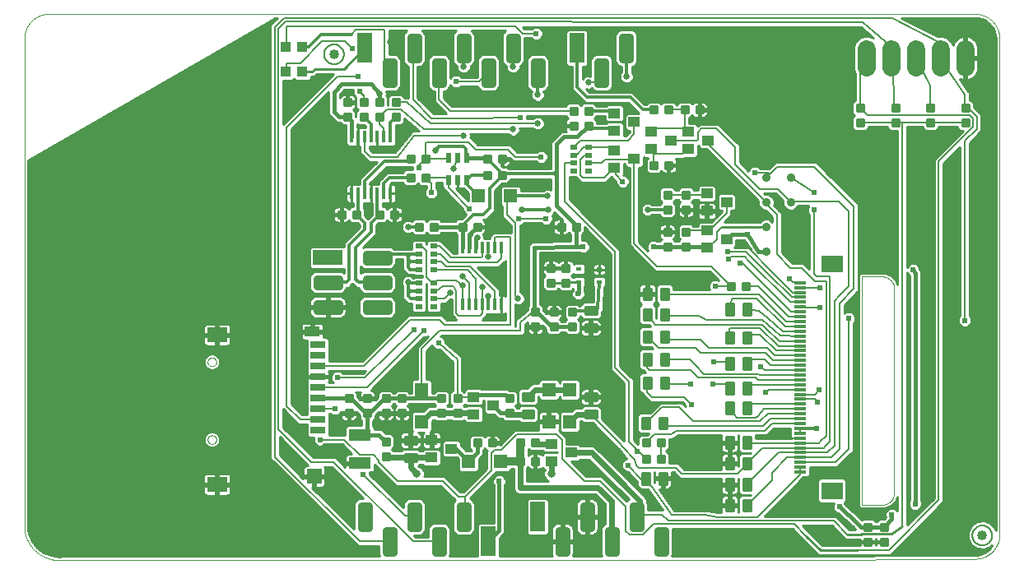
<source format=gtl>
G75*
%MOIN*%
%OFA0B0*%
%FSLAX25Y25*%
%IPPOS*%
%LPD*%
%AMOC8*
5,1,8,0,0,1.08239X$1,22.5*
%
%ADD10C,0.00100*%
%ADD11R,0.02000X0.04000*%
%ADD12R,0.04500X0.04000*%
%ADD13C,0.00875*%
%ADD14C,0.03500*%
%ADD15C,0.04000*%
%ADD16C,0.00800*%
%ADD17R,0.09000X0.04500*%
%ADD18R,0.01575X0.04724*%
%ADD19R,0.06000X0.03000*%
%ADD20R,0.06000X0.04000*%
%ADD21R,0.08000X0.06000*%
%ADD22R,0.06000X0.06000*%
%ADD23C,0.00000*%
%ADD24C,0.01000*%
%ADD25R,0.03000X0.02000*%
%ADD26R,0.05500X0.05500*%
%ADD27R,0.02362X0.01575*%
%ADD28R,0.02362X0.01969*%
%ADD29C,0.03000*%
%ADD30R,0.06000X0.12000*%
%ADD31R,0.12000X0.06000*%
%ADD32R,0.05118X0.01181*%
%ADD33R,0.08661X0.07087*%
%ADD34R,0.03937X0.04331*%
%ADD35C,0.07400*%
%ADD36C,0.02500*%
%ADD37C,0.01600*%
%ADD38C,0.01200*%
%ADD39C,0.02400*%
%ADD40C,0.02400*%
%ADD41C,0.03200*%
%ADD42C,0.03200*%
%ADD43C,0.02381*%
%ADD44C,0.00827*%
D10*
X0091780Y0019562D02*
X0091780Y0219467D01*
X0091794Y0219705D01*
X0091814Y0219942D01*
X0091839Y0220179D01*
X0091871Y0220416D01*
X0091907Y0220651D01*
X0091950Y0220886D01*
X0091998Y0221119D01*
X0092052Y0221352D01*
X0092112Y0221582D01*
X0092177Y0221812D01*
X0092248Y0222040D01*
X0092324Y0222266D01*
X0092405Y0222490D01*
X0092492Y0222712D01*
X0092584Y0222932D01*
X0092682Y0223149D01*
X0092785Y0223364D01*
X0092893Y0223577D01*
X0093006Y0223787D01*
X0093124Y0223994D01*
X0093247Y0224198D01*
X0093375Y0224399D01*
X0093508Y0224597D01*
X0093645Y0224792D01*
X0093787Y0224984D01*
X0093934Y0225172D01*
X0094085Y0225356D01*
X0094241Y0225536D01*
X0094401Y0225713D01*
X0094565Y0225886D01*
X0094734Y0226055D01*
X0094906Y0226220D01*
X0095082Y0226380D01*
X0095263Y0226536D01*
X0095446Y0226688D01*
X0095634Y0226836D01*
X0095825Y0226978D01*
X0096019Y0227116D01*
X0096217Y0227250D01*
X0096418Y0227378D01*
X0096622Y0227502D01*
X0096828Y0227621D01*
X0097038Y0227734D01*
X0097250Y0227843D01*
X0097465Y0227946D01*
X0097683Y0228044D01*
X0097902Y0228137D01*
X0098124Y0228225D01*
X0098348Y0228307D01*
X0098573Y0228384D01*
X0098801Y0228455D01*
X0099030Y0228521D01*
X0099261Y0228581D01*
X0099493Y0228635D01*
X0099726Y0228684D01*
X0099961Y0228728D01*
X0100196Y0228765D01*
X0100433Y0228797D01*
X0100670Y0228824D01*
X0100907Y0228844D01*
X0101145Y0228859D01*
X0101383Y0228868D01*
X0101622Y0228871D01*
X0101860Y0228868D01*
X0102099Y0228860D01*
X0102098Y0228861D02*
X0476594Y0228861D01*
X0476836Y0228858D01*
X0477077Y0228849D01*
X0477318Y0228835D01*
X0477559Y0228814D01*
X0477799Y0228788D01*
X0478039Y0228756D01*
X0478278Y0228718D01*
X0478515Y0228675D01*
X0478752Y0228625D01*
X0478987Y0228570D01*
X0479221Y0228510D01*
X0479453Y0228443D01*
X0479684Y0228372D01*
X0479913Y0228294D01*
X0480140Y0228211D01*
X0480365Y0228123D01*
X0480588Y0228029D01*
X0480808Y0227930D01*
X0481026Y0227825D01*
X0481241Y0227716D01*
X0481454Y0227601D01*
X0481664Y0227481D01*
X0481870Y0227356D01*
X0482074Y0227226D01*
X0482275Y0227091D01*
X0482472Y0226951D01*
X0482666Y0226807D01*
X0482856Y0226658D01*
X0483042Y0226504D01*
X0483225Y0226346D01*
X0483404Y0226184D01*
X0483579Y0226017D01*
X0483750Y0225846D01*
X0483917Y0225671D01*
X0484079Y0225492D01*
X0484237Y0225309D01*
X0484391Y0225123D01*
X0484540Y0224933D01*
X0484684Y0224739D01*
X0484824Y0224542D01*
X0484959Y0224341D01*
X0485089Y0224137D01*
X0485214Y0223931D01*
X0485334Y0223721D01*
X0485449Y0223508D01*
X0485558Y0223293D01*
X0485663Y0223075D01*
X0485762Y0222855D01*
X0485856Y0222632D01*
X0485944Y0222407D01*
X0486027Y0222180D01*
X0486105Y0221951D01*
X0486176Y0221720D01*
X0486243Y0221488D01*
X0486303Y0221254D01*
X0486358Y0221019D01*
X0486408Y0220782D01*
X0486451Y0220545D01*
X0486489Y0220306D01*
X0486521Y0220066D01*
X0486547Y0219826D01*
X0486568Y0219585D01*
X0486582Y0219344D01*
X0486591Y0219103D01*
X0486594Y0218861D01*
X0486594Y0017955D01*
X0486591Y0017713D01*
X0486582Y0017472D01*
X0486568Y0017231D01*
X0486547Y0016990D01*
X0486521Y0016750D01*
X0486489Y0016510D01*
X0486451Y0016271D01*
X0486408Y0016034D01*
X0486358Y0015797D01*
X0486303Y0015562D01*
X0486243Y0015328D01*
X0486176Y0015096D01*
X0486105Y0014865D01*
X0486027Y0014636D01*
X0485944Y0014409D01*
X0485856Y0014184D01*
X0485762Y0013961D01*
X0485663Y0013741D01*
X0485558Y0013523D01*
X0485449Y0013308D01*
X0485334Y0013095D01*
X0485214Y0012885D01*
X0485089Y0012679D01*
X0484959Y0012475D01*
X0484824Y0012274D01*
X0484684Y0012077D01*
X0484540Y0011883D01*
X0484391Y0011693D01*
X0484237Y0011507D01*
X0484079Y0011324D01*
X0483917Y0011145D01*
X0483750Y0010970D01*
X0483579Y0010799D01*
X0483404Y0010632D01*
X0483225Y0010470D01*
X0483042Y0010312D01*
X0482856Y0010158D01*
X0482666Y0010009D01*
X0482472Y0009865D01*
X0482275Y0009725D01*
X0482074Y0009590D01*
X0481870Y0009460D01*
X0481664Y0009335D01*
X0481454Y0009215D01*
X0481241Y0009100D01*
X0481026Y0008991D01*
X0480808Y0008886D01*
X0480588Y0008787D01*
X0480365Y0008693D01*
X0480140Y0008605D01*
X0479913Y0008522D01*
X0479684Y0008444D01*
X0479453Y0008373D01*
X0479221Y0008306D01*
X0478987Y0008246D01*
X0478752Y0008191D01*
X0478515Y0008141D01*
X0478278Y0008098D01*
X0478039Y0008060D01*
X0477799Y0008028D01*
X0477559Y0008002D01*
X0477318Y0007981D01*
X0477077Y0007967D01*
X0476836Y0007958D01*
X0476594Y0007955D01*
X0395677Y0007562D01*
X0396496Y0007562D01*
X0395677Y0007562D02*
X0212150Y0007562D01*
X0107780Y0007562D01*
X0107441Y0007518D01*
X0107101Y0007482D01*
X0106761Y0007454D01*
X0106419Y0007434D01*
X0106078Y0007423D01*
X0105736Y0007420D01*
X0105394Y0007425D01*
X0105053Y0007439D01*
X0104712Y0007460D01*
X0104371Y0007490D01*
X0104032Y0007528D01*
X0103693Y0007575D01*
X0103356Y0007629D01*
X0103020Y0007692D01*
X0102686Y0007763D01*
X0102353Y0007841D01*
X0102023Y0007928D01*
X0101694Y0008023D01*
X0101368Y0008126D01*
X0101045Y0008236D01*
X0100724Y0008355D01*
X0100407Y0008481D01*
X0100092Y0008614D01*
X0099781Y0008756D01*
X0099473Y0008904D01*
X0099169Y0009060D01*
X0098869Y0009224D01*
X0098573Y0009394D01*
X0098281Y0009572D01*
X0097993Y0009757D01*
X0097710Y0009948D01*
X0097432Y0010147D01*
X0097159Y0010352D01*
X0096890Y0010563D01*
X0096627Y0010781D01*
X0096369Y0011006D01*
X0096117Y0011236D01*
X0095870Y0011473D01*
X0095629Y0011715D01*
X0095394Y0011963D01*
X0095166Y0012217D01*
X0094943Y0012476D01*
X0094726Y0012741D01*
X0094517Y0013010D01*
X0094313Y0013285D01*
X0094117Y0013565D01*
X0093927Y0013849D01*
X0093744Y0014137D01*
X0093568Y0014430D01*
X0093399Y0014728D01*
X0093238Y0015029D01*
X0093083Y0015334D01*
X0092937Y0015642D01*
X0092797Y0015954D01*
X0092666Y0016270D01*
X0092542Y0016588D01*
X0092425Y0016910D01*
X0092317Y0017234D01*
X0092216Y0017560D01*
X0092123Y0017889D01*
X0092039Y0018220D01*
X0091962Y0018553D01*
X0091893Y0018888D01*
X0091833Y0019224D01*
X0091780Y0019562D01*
X0431008Y0029924D02*
X0438966Y0029886D01*
X0431008Y0029924D02*
X0431008Y0122424D01*
X0439008Y0122424D01*
X0439148Y0122421D01*
X0439288Y0122414D01*
X0439428Y0122403D01*
X0439567Y0122388D01*
X0439706Y0122369D01*
X0439844Y0122347D01*
X0439982Y0122320D01*
X0440119Y0122290D01*
X0440255Y0122255D01*
X0440390Y0122218D01*
X0440524Y0122176D01*
X0440656Y0122130D01*
X0440787Y0122081D01*
X0440917Y0122028D01*
X0441046Y0121972D01*
X0441172Y0121912D01*
X0441297Y0121848D01*
X0441420Y0121781D01*
X0441542Y0121711D01*
X0441661Y0121637D01*
X0441778Y0121559D01*
X0441893Y0121479D01*
X0442005Y0121395D01*
X0442115Y0121309D01*
X0442223Y0121219D01*
X0442328Y0121126D01*
X0442430Y0121030D01*
X0442530Y0120932D01*
X0442627Y0120831D01*
X0442721Y0120727D01*
X0442812Y0120620D01*
X0442900Y0120511D01*
X0442985Y0120400D01*
X0443067Y0120286D01*
X0443146Y0120170D01*
X0443221Y0120051D01*
X0443293Y0119931D01*
X0443361Y0119809D01*
X0443427Y0119685D01*
X0443488Y0119559D01*
X0443546Y0119431D01*
X0443601Y0119302D01*
X0443651Y0119171D01*
X0443699Y0119039D01*
X0443742Y0118906D01*
X0443782Y0118771D01*
X0443817Y0118636D01*
X0443849Y0118499D01*
X0443878Y0118362D01*
X0443902Y0118224D01*
X0443922Y0118085D01*
X0443939Y0117946D01*
X0443951Y0117806D01*
X0443960Y0117667D01*
X0443965Y0117526D01*
X0443966Y0117386D01*
X0443966Y0034886D01*
X0443964Y0034746D01*
X0443958Y0034606D01*
X0443948Y0034466D01*
X0443935Y0034326D01*
X0443917Y0034187D01*
X0443895Y0034048D01*
X0443870Y0033911D01*
X0443841Y0033773D01*
X0443808Y0033637D01*
X0443771Y0033502D01*
X0443730Y0033368D01*
X0443685Y0033235D01*
X0443637Y0033103D01*
X0443585Y0032973D01*
X0443530Y0032844D01*
X0443471Y0032717D01*
X0443408Y0032591D01*
X0443342Y0032467D01*
X0443273Y0032346D01*
X0443200Y0032226D01*
X0443123Y0032108D01*
X0443044Y0031993D01*
X0442961Y0031879D01*
X0442875Y0031769D01*
X0442786Y0031660D01*
X0442694Y0031554D01*
X0442599Y0031451D01*
X0442502Y0031350D01*
X0442401Y0031253D01*
X0442298Y0031158D01*
X0442192Y0031066D01*
X0442083Y0030977D01*
X0441973Y0030891D01*
X0441859Y0030808D01*
X0441744Y0030729D01*
X0441626Y0030652D01*
X0441506Y0030579D01*
X0441385Y0030510D01*
X0441261Y0030444D01*
X0441135Y0030381D01*
X0441008Y0030322D01*
X0440879Y0030267D01*
X0440749Y0030215D01*
X0440617Y0030167D01*
X0440484Y0030122D01*
X0440350Y0030081D01*
X0440215Y0030044D01*
X0440079Y0030011D01*
X0439941Y0029982D01*
X0439804Y0029957D01*
X0439665Y0029935D01*
X0439526Y0029917D01*
X0439386Y0029904D01*
X0439246Y0029894D01*
X0439106Y0029888D01*
X0438966Y0029886D01*
D11*
X0270848Y0161524D03*
X0267108Y0161524D03*
X0263368Y0161524D03*
X0263368Y0170524D03*
X0267108Y0170524D03*
X0270848Y0170524D03*
D12*
X0330608Y0173524D03*
X0338608Y0170024D03*
X0345608Y0174024D03*
X0353608Y0177524D03*
X0360608Y0181024D03*
X0368608Y0177524D03*
X0360608Y0174024D03*
X0345608Y0181024D03*
X0338608Y0185024D03*
X0330608Y0188524D03*
X0330608Y0181524D03*
X0330608Y0166524D03*
X0368108Y0156024D03*
X0376108Y0152524D03*
X0368108Y0149024D03*
X0368108Y0141024D03*
X0376108Y0137524D03*
X0368108Y0134024D03*
X0273608Y0073524D03*
X0281608Y0070024D03*
X0273608Y0066524D03*
X0256608Y0056024D03*
X0264608Y0052524D03*
X0256608Y0049024D03*
X0305108Y0047524D03*
X0313108Y0051024D03*
X0305108Y0054524D03*
D13*
X0299921Y0053711D02*
X0297295Y0053711D01*
X0297295Y0056337D01*
X0299921Y0056337D01*
X0299921Y0053711D01*
X0299921Y0054585D02*
X0297295Y0054585D01*
X0297295Y0055459D02*
X0299921Y0055459D01*
X0299921Y0056333D02*
X0297295Y0056333D01*
X0293921Y0053711D02*
X0291295Y0053711D01*
X0291295Y0056337D01*
X0293921Y0056337D01*
X0293921Y0053711D01*
X0293921Y0054585D02*
X0291295Y0054585D01*
X0291295Y0055459D02*
X0293921Y0055459D01*
X0293921Y0056333D02*
X0291295Y0056333D01*
X0282421Y0056337D02*
X0279795Y0056337D01*
X0282421Y0056337D02*
X0282421Y0053711D01*
X0279795Y0053711D01*
X0279795Y0056337D01*
X0279795Y0054585D02*
X0282421Y0054585D01*
X0282421Y0055459D02*
X0279795Y0055459D01*
X0279795Y0056333D02*
X0282421Y0056333D01*
X0276421Y0056337D02*
X0273795Y0056337D01*
X0276421Y0056337D02*
X0276421Y0053711D01*
X0273795Y0053711D01*
X0273795Y0056337D01*
X0273795Y0054585D02*
X0276421Y0054585D01*
X0276421Y0055459D02*
X0273795Y0055459D01*
X0273795Y0056333D02*
X0276421Y0056333D01*
X0268421Y0065711D02*
X0268421Y0068337D01*
X0268421Y0065711D02*
X0265795Y0065711D01*
X0265795Y0068337D01*
X0268421Y0068337D01*
X0268421Y0066585D02*
X0265795Y0066585D01*
X0265795Y0067459D02*
X0268421Y0067459D01*
X0268421Y0068333D02*
X0265795Y0068333D01*
X0261921Y0068337D02*
X0261921Y0065711D01*
X0259295Y0065711D01*
X0259295Y0068337D01*
X0261921Y0068337D01*
X0261921Y0066585D02*
X0259295Y0066585D01*
X0259295Y0067459D02*
X0261921Y0067459D01*
X0261921Y0068333D02*
X0259295Y0068333D01*
X0261921Y0071711D02*
X0261921Y0074337D01*
X0261921Y0071711D02*
X0259295Y0071711D01*
X0259295Y0074337D01*
X0261921Y0074337D01*
X0261921Y0072585D02*
X0259295Y0072585D01*
X0259295Y0073459D02*
X0261921Y0073459D01*
X0261921Y0074333D02*
X0259295Y0074333D01*
X0268421Y0074337D02*
X0268421Y0071711D01*
X0265795Y0071711D01*
X0265795Y0074337D01*
X0268421Y0074337D01*
X0268421Y0072585D02*
X0265795Y0072585D01*
X0265795Y0073459D02*
X0268421Y0073459D01*
X0268421Y0074333D02*
X0265795Y0074333D01*
X0245921Y0074337D02*
X0245921Y0071711D01*
X0243295Y0071711D01*
X0243295Y0074337D01*
X0245921Y0074337D01*
X0245921Y0072585D02*
X0243295Y0072585D01*
X0243295Y0073459D02*
X0245921Y0073459D01*
X0245921Y0074333D02*
X0243295Y0074333D01*
X0239421Y0074337D02*
X0239421Y0071711D01*
X0236795Y0071711D01*
X0236795Y0074337D01*
X0239421Y0074337D01*
X0239421Y0072585D02*
X0236795Y0072585D01*
X0236795Y0073459D02*
X0239421Y0073459D01*
X0239421Y0074333D02*
X0236795Y0074333D01*
X0229295Y0074337D02*
X0229295Y0071711D01*
X0229295Y0074337D02*
X0231921Y0074337D01*
X0231921Y0071711D01*
X0229295Y0071711D01*
X0229295Y0072585D02*
X0231921Y0072585D01*
X0231921Y0073459D02*
X0229295Y0073459D01*
X0229295Y0074333D02*
X0231921Y0074333D01*
X0224421Y0074337D02*
X0224421Y0071711D01*
X0221795Y0071711D01*
X0221795Y0074337D01*
X0224421Y0074337D01*
X0224421Y0072585D02*
X0221795Y0072585D01*
X0221795Y0073459D02*
X0224421Y0073459D01*
X0224421Y0074333D02*
X0221795Y0074333D01*
X0224421Y0068337D02*
X0224421Y0065711D01*
X0221795Y0065711D01*
X0221795Y0068337D01*
X0224421Y0068337D01*
X0224421Y0066585D02*
X0221795Y0066585D01*
X0221795Y0067459D02*
X0224421Y0067459D01*
X0224421Y0068333D02*
X0221795Y0068333D01*
X0229295Y0068337D02*
X0229295Y0065711D01*
X0229295Y0068337D02*
X0231921Y0068337D01*
X0231921Y0065711D01*
X0229295Y0065711D01*
X0229295Y0066585D02*
X0231921Y0066585D01*
X0231921Y0067459D02*
X0229295Y0067459D01*
X0229295Y0068333D02*
X0231921Y0068333D01*
X0239421Y0068337D02*
X0239421Y0065711D01*
X0236795Y0065711D01*
X0236795Y0068337D01*
X0239421Y0068337D01*
X0239421Y0066585D02*
X0236795Y0066585D01*
X0236795Y0067459D02*
X0239421Y0067459D01*
X0239421Y0068333D02*
X0236795Y0068333D01*
X0245921Y0068337D02*
X0245921Y0065711D01*
X0243295Y0065711D01*
X0243295Y0068337D01*
X0245921Y0068337D01*
X0245921Y0066585D02*
X0243295Y0066585D01*
X0243295Y0067459D02*
X0245921Y0067459D01*
X0245921Y0068333D02*
X0243295Y0068333D01*
X0236795Y0056837D02*
X0236795Y0054211D01*
X0236795Y0056837D02*
X0239421Y0056837D01*
X0239421Y0054211D01*
X0236795Y0054211D01*
X0236795Y0055085D02*
X0239421Y0055085D01*
X0239421Y0055959D02*
X0236795Y0055959D01*
X0236795Y0056833D02*
X0239421Y0056833D01*
X0236795Y0050837D02*
X0236795Y0048211D01*
X0236795Y0050837D02*
X0239421Y0050837D01*
X0239421Y0048211D01*
X0236795Y0048211D01*
X0236795Y0049085D02*
X0239421Y0049085D01*
X0239421Y0049959D02*
X0236795Y0049959D01*
X0236795Y0050833D02*
X0239421Y0050833D01*
X0289421Y0065711D02*
X0289421Y0068337D01*
X0289421Y0065711D02*
X0286795Y0065711D01*
X0286795Y0068337D01*
X0289421Y0068337D01*
X0289421Y0066585D02*
X0286795Y0066585D01*
X0286795Y0067459D02*
X0289421Y0067459D01*
X0289421Y0068333D02*
X0286795Y0068333D01*
X0289421Y0071711D02*
X0289421Y0074337D01*
X0289421Y0071711D02*
X0286795Y0071711D01*
X0286795Y0074337D01*
X0289421Y0074337D01*
X0289421Y0072585D02*
X0286795Y0072585D01*
X0286795Y0073459D02*
X0289421Y0073459D01*
X0289421Y0074333D02*
X0286795Y0074333D01*
X0291295Y0048837D02*
X0293921Y0048837D01*
X0293921Y0046211D01*
X0291295Y0046211D01*
X0291295Y0048837D01*
X0291295Y0047085D02*
X0293921Y0047085D01*
X0293921Y0047959D02*
X0291295Y0047959D01*
X0291295Y0048833D02*
X0293921Y0048833D01*
X0297295Y0048837D02*
X0299921Y0048837D01*
X0299921Y0046211D01*
X0297295Y0046211D01*
X0297295Y0048837D01*
X0297295Y0047085D02*
X0299921Y0047085D01*
X0299921Y0047959D02*
X0297295Y0047959D01*
X0297295Y0048833D02*
X0299921Y0048833D01*
X0342195Y0047211D02*
X0344821Y0047211D01*
X0342195Y0047211D02*
X0342195Y0049837D01*
X0344821Y0049837D01*
X0344821Y0047211D01*
X0344821Y0048085D02*
X0342195Y0048085D01*
X0342195Y0048959D02*
X0344821Y0048959D01*
X0344821Y0049833D02*
X0342195Y0049833D01*
X0348195Y0047211D02*
X0350821Y0047211D01*
X0348195Y0047211D02*
X0348195Y0049837D01*
X0350821Y0049837D01*
X0350821Y0047211D01*
X0350821Y0048085D02*
X0348195Y0048085D01*
X0348195Y0048959D02*
X0350821Y0048959D01*
X0350821Y0049833D02*
X0348195Y0049833D01*
X0348195Y0056337D02*
X0350821Y0056337D01*
X0350821Y0053711D01*
X0348195Y0053711D01*
X0348195Y0056337D01*
X0348195Y0054585D02*
X0350821Y0054585D01*
X0350821Y0055459D02*
X0348195Y0055459D01*
X0348195Y0056333D02*
X0350821Y0056333D01*
X0344821Y0056337D02*
X0342195Y0056337D01*
X0344821Y0056337D02*
X0344821Y0053711D01*
X0342195Y0053711D01*
X0342195Y0056337D01*
X0342195Y0054585D02*
X0344821Y0054585D01*
X0344821Y0055459D02*
X0342195Y0055459D01*
X0342195Y0056333D02*
X0344821Y0056333D01*
X0434621Y0022237D02*
X0434621Y0019611D01*
X0431995Y0019611D01*
X0431995Y0022237D01*
X0434621Y0022237D01*
X0434621Y0020485D02*
X0431995Y0020485D01*
X0431995Y0021359D02*
X0434621Y0021359D01*
X0434621Y0022233D02*
X0431995Y0022233D01*
X0441121Y0022237D02*
X0441121Y0019611D01*
X0438495Y0019611D01*
X0438495Y0022237D01*
X0441121Y0022237D01*
X0441121Y0020485D02*
X0438495Y0020485D01*
X0438495Y0021359D02*
X0441121Y0021359D01*
X0441121Y0022233D02*
X0438495Y0022233D01*
X0441121Y0016237D02*
X0441121Y0013611D01*
X0438495Y0013611D01*
X0438495Y0016237D01*
X0441121Y0016237D01*
X0441121Y0014485D02*
X0438495Y0014485D01*
X0438495Y0015359D02*
X0441121Y0015359D01*
X0441121Y0016233D02*
X0438495Y0016233D01*
X0434621Y0016237D02*
X0434621Y0013611D01*
X0431995Y0013611D01*
X0431995Y0016237D01*
X0434621Y0016237D01*
X0434621Y0014485D02*
X0431995Y0014485D01*
X0431995Y0015359D02*
X0434621Y0015359D01*
X0434621Y0016233D02*
X0431995Y0016233D01*
X0314921Y0100711D02*
X0314921Y0103337D01*
X0314921Y0100711D02*
X0312295Y0100711D01*
X0312295Y0103337D01*
X0314921Y0103337D01*
X0314921Y0101585D02*
X0312295Y0101585D01*
X0312295Y0102459D02*
X0314921Y0102459D01*
X0314921Y0103333D02*
X0312295Y0103333D01*
X0304795Y0103337D02*
X0304795Y0100711D01*
X0304795Y0103337D02*
X0307421Y0103337D01*
X0307421Y0100711D01*
X0304795Y0100711D01*
X0304795Y0101585D02*
X0307421Y0101585D01*
X0307421Y0102459D02*
X0304795Y0102459D01*
X0304795Y0103333D02*
X0307421Y0103333D01*
X0299921Y0103337D02*
X0299921Y0100711D01*
X0297295Y0100711D01*
X0297295Y0103337D01*
X0299921Y0103337D01*
X0299921Y0101585D02*
X0297295Y0101585D01*
X0297295Y0102459D02*
X0299921Y0102459D01*
X0299921Y0103333D02*
X0297295Y0103333D01*
X0299921Y0106711D02*
X0299921Y0109337D01*
X0299921Y0106711D02*
X0297295Y0106711D01*
X0297295Y0109337D01*
X0299921Y0109337D01*
X0299921Y0107585D02*
X0297295Y0107585D01*
X0297295Y0108459D02*
X0299921Y0108459D01*
X0299921Y0109333D02*
X0297295Y0109333D01*
X0304795Y0109337D02*
X0304795Y0106711D01*
X0304795Y0109337D02*
X0307421Y0109337D01*
X0307421Y0106711D01*
X0304795Y0106711D01*
X0304795Y0107585D02*
X0307421Y0107585D01*
X0307421Y0108459D02*
X0304795Y0108459D01*
X0304795Y0109333D02*
X0307421Y0109333D01*
X0314921Y0109337D02*
X0314921Y0106711D01*
X0312295Y0106711D01*
X0312295Y0109337D01*
X0314921Y0109337D01*
X0314921Y0107585D02*
X0312295Y0107585D01*
X0312295Y0108459D02*
X0314921Y0108459D01*
X0314921Y0109333D02*
X0312295Y0109333D01*
X0309595Y0118511D02*
X0309595Y0121137D01*
X0312221Y0121137D01*
X0312221Y0118511D01*
X0309595Y0118511D01*
X0309595Y0119385D02*
X0312221Y0119385D01*
X0312221Y0120259D02*
X0309595Y0120259D01*
X0309595Y0121133D02*
X0312221Y0121133D01*
X0303595Y0121137D02*
X0303595Y0118511D01*
X0303595Y0121137D02*
X0306221Y0121137D01*
X0306221Y0118511D01*
X0303595Y0118511D01*
X0303595Y0119385D02*
X0306221Y0119385D01*
X0306221Y0120259D02*
X0303595Y0120259D01*
X0303595Y0121133D02*
X0306221Y0121133D01*
X0303595Y0124511D02*
X0303595Y0127137D01*
X0306221Y0127137D01*
X0306221Y0124511D01*
X0303595Y0124511D01*
X0303595Y0125385D02*
X0306221Y0125385D01*
X0306221Y0126259D02*
X0303595Y0126259D01*
X0303595Y0127133D02*
X0306221Y0127133D01*
X0309595Y0127137D02*
X0309595Y0124511D01*
X0309595Y0127137D02*
X0312221Y0127137D01*
X0312221Y0124511D01*
X0309595Y0124511D01*
X0309595Y0125385D02*
X0312221Y0125385D01*
X0312221Y0126259D02*
X0309595Y0126259D01*
X0309595Y0127133D02*
X0312221Y0127133D01*
X0313795Y0141211D02*
X0316421Y0141211D01*
X0313795Y0141211D02*
X0313795Y0143837D01*
X0316421Y0143837D01*
X0316421Y0141211D01*
X0316421Y0142085D02*
X0313795Y0142085D01*
X0313795Y0142959D02*
X0316421Y0142959D01*
X0316421Y0143833D02*
X0313795Y0143833D01*
X0310421Y0141211D02*
X0307795Y0141211D01*
X0307795Y0143837D01*
X0310421Y0143837D01*
X0310421Y0141211D01*
X0310421Y0142085D02*
X0307795Y0142085D01*
X0307795Y0142959D02*
X0310421Y0142959D01*
X0310421Y0143833D02*
X0307795Y0143833D01*
X0276421Y0143837D02*
X0273795Y0143837D01*
X0276421Y0143837D02*
X0276421Y0141211D01*
X0273795Y0141211D01*
X0273795Y0143837D01*
X0273795Y0142085D02*
X0276421Y0142085D01*
X0276421Y0142959D02*
X0273795Y0142959D01*
X0273795Y0143833D02*
X0276421Y0143833D01*
X0270421Y0143837D02*
X0267795Y0143837D01*
X0270421Y0143837D02*
X0270421Y0141211D01*
X0267795Y0141211D01*
X0267795Y0143837D01*
X0267795Y0142085D02*
X0270421Y0142085D01*
X0270421Y0142959D02*
X0267795Y0142959D01*
X0267795Y0143833D02*
X0270421Y0143833D01*
X0258921Y0143837D02*
X0256295Y0143837D01*
X0258921Y0143837D02*
X0258921Y0141211D01*
X0256295Y0141211D01*
X0256295Y0143837D01*
X0256295Y0142085D02*
X0258921Y0142085D01*
X0258921Y0142959D02*
X0256295Y0142959D01*
X0256295Y0143833D02*
X0258921Y0143833D01*
X0252921Y0143837D02*
X0250295Y0143837D01*
X0252921Y0143837D02*
X0252921Y0141211D01*
X0250295Y0141211D01*
X0250295Y0143837D01*
X0250295Y0142085D02*
X0252921Y0142085D01*
X0252921Y0142959D02*
X0250295Y0142959D01*
X0250295Y0143833D02*
X0252921Y0143833D01*
X0242921Y0146211D02*
X0240295Y0146211D01*
X0240295Y0148837D01*
X0242921Y0148837D01*
X0242921Y0146211D01*
X0242921Y0147085D02*
X0240295Y0147085D01*
X0240295Y0147959D02*
X0242921Y0147959D01*
X0242921Y0148833D02*
X0240295Y0148833D01*
X0236921Y0146211D02*
X0234295Y0146211D01*
X0234295Y0148837D01*
X0236921Y0148837D01*
X0236921Y0146211D01*
X0236921Y0147085D02*
X0234295Y0147085D01*
X0234295Y0147959D02*
X0236921Y0147959D01*
X0236921Y0148833D02*
X0234295Y0148833D01*
X0227421Y0148837D02*
X0224795Y0148837D01*
X0227421Y0148837D02*
X0227421Y0146211D01*
X0224795Y0146211D01*
X0224795Y0148837D01*
X0224795Y0147085D02*
X0227421Y0147085D01*
X0227421Y0147959D02*
X0224795Y0147959D01*
X0224795Y0148833D02*
X0227421Y0148833D01*
X0221421Y0148837D02*
X0218795Y0148837D01*
X0221421Y0148837D02*
X0221421Y0146211D01*
X0218795Y0146211D01*
X0218795Y0148837D01*
X0218795Y0147085D02*
X0221421Y0147085D01*
X0221421Y0147959D02*
X0218795Y0147959D01*
X0218795Y0148833D02*
X0221421Y0148833D01*
X0246795Y0161211D02*
X0249421Y0161211D01*
X0246795Y0161211D02*
X0246795Y0163837D01*
X0249421Y0163837D01*
X0249421Y0161211D01*
X0249421Y0162085D02*
X0246795Y0162085D01*
X0246795Y0162959D02*
X0249421Y0162959D01*
X0249421Y0163833D02*
X0246795Y0163833D01*
X0252795Y0161211D02*
X0255421Y0161211D01*
X0252795Y0161211D02*
X0252795Y0163837D01*
X0255421Y0163837D01*
X0255421Y0161211D01*
X0255421Y0162085D02*
X0252795Y0162085D01*
X0252795Y0162959D02*
X0255421Y0162959D01*
X0255421Y0163833D02*
X0252795Y0163833D01*
X0252795Y0168711D02*
X0255421Y0168711D01*
X0252795Y0168711D02*
X0252795Y0171337D01*
X0255421Y0171337D01*
X0255421Y0168711D01*
X0255421Y0169585D02*
X0252795Y0169585D01*
X0252795Y0170459D02*
X0255421Y0170459D01*
X0255421Y0171333D02*
X0252795Y0171333D01*
X0249421Y0168711D02*
X0246795Y0168711D01*
X0246795Y0171337D01*
X0249421Y0171337D01*
X0249421Y0168711D01*
X0249421Y0169585D02*
X0246795Y0169585D01*
X0246795Y0170459D02*
X0249421Y0170459D01*
X0249421Y0171333D02*
X0246795Y0171333D01*
X0243421Y0185711D02*
X0243421Y0188337D01*
X0243421Y0185711D02*
X0240795Y0185711D01*
X0240795Y0188337D01*
X0243421Y0188337D01*
X0243421Y0186585D02*
X0240795Y0186585D01*
X0240795Y0187459D02*
X0243421Y0187459D01*
X0243421Y0188333D02*
X0240795Y0188333D01*
X0236921Y0188337D02*
X0236921Y0185711D01*
X0234295Y0185711D01*
X0234295Y0188337D01*
X0236921Y0188337D01*
X0236921Y0186585D02*
X0234295Y0186585D01*
X0234295Y0187459D02*
X0236921Y0187459D01*
X0236921Y0188333D02*
X0234295Y0188333D01*
X0236921Y0191711D02*
X0236921Y0194337D01*
X0236921Y0191711D02*
X0234295Y0191711D01*
X0234295Y0194337D01*
X0236921Y0194337D01*
X0236921Y0192585D02*
X0234295Y0192585D01*
X0234295Y0193459D02*
X0236921Y0193459D01*
X0236921Y0194333D02*
X0234295Y0194333D01*
X0243421Y0194337D02*
X0243421Y0191711D01*
X0240795Y0191711D01*
X0240795Y0194337D01*
X0243421Y0194337D01*
X0243421Y0192585D02*
X0240795Y0192585D01*
X0240795Y0193459D02*
X0243421Y0193459D01*
X0243421Y0194333D02*
X0240795Y0194333D01*
X0230421Y0194337D02*
X0230421Y0191711D01*
X0227795Y0191711D01*
X0227795Y0194337D01*
X0230421Y0194337D01*
X0230421Y0192585D02*
X0227795Y0192585D01*
X0227795Y0193459D02*
X0230421Y0193459D01*
X0230421Y0194333D02*
X0227795Y0194333D01*
X0221295Y0194337D02*
X0221295Y0191711D01*
X0221295Y0194337D02*
X0223921Y0194337D01*
X0223921Y0191711D01*
X0221295Y0191711D01*
X0221295Y0192585D02*
X0223921Y0192585D01*
X0223921Y0193459D02*
X0221295Y0193459D01*
X0221295Y0194333D02*
X0223921Y0194333D01*
X0221295Y0188337D02*
X0221295Y0185711D01*
X0221295Y0188337D02*
X0223921Y0188337D01*
X0223921Y0185711D01*
X0221295Y0185711D01*
X0221295Y0186585D02*
X0223921Y0186585D01*
X0223921Y0187459D02*
X0221295Y0187459D01*
X0221295Y0188333D02*
X0223921Y0188333D01*
X0230421Y0188337D02*
X0230421Y0185711D01*
X0227795Y0185711D01*
X0227795Y0188337D01*
X0230421Y0188337D01*
X0230421Y0186585D02*
X0227795Y0186585D01*
X0227795Y0187459D02*
X0230421Y0187459D01*
X0230421Y0188333D02*
X0227795Y0188333D01*
X0277795Y0171337D02*
X0280421Y0171337D01*
X0280421Y0168711D01*
X0277795Y0168711D01*
X0277795Y0171337D01*
X0277795Y0169585D02*
X0280421Y0169585D01*
X0280421Y0170459D02*
X0277795Y0170459D01*
X0277795Y0171333D02*
X0280421Y0171333D01*
X0283795Y0171337D02*
X0286421Y0171337D01*
X0286421Y0168711D01*
X0283795Y0168711D01*
X0283795Y0171337D01*
X0283795Y0169585D02*
X0286421Y0169585D01*
X0286421Y0170459D02*
X0283795Y0170459D01*
X0283795Y0171333D02*
X0286421Y0171333D01*
X0286421Y0162211D02*
X0283795Y0162211D01*
X0283795Y0164837D01*
X0286421Y0164837D01*
X0286421Y0162211D01*
X0286421Y0163085D02*
X0283795Y0163085D01*
X0283795Y0163959D02*
X0286421Y0163959D01*
X0286421Y0164833D02*
X0283795Y0164833D01*
X0280421Y0162211D02*
X0277795Y0162211D01*
X0277795Y0164837D01*
X0280421Y0164837D01*
X0280421Y0162211D01*
X0280421Y0163085D02*
X0277795Y0163085D01*
X0277795Y0163959D02*
X0280421Y0163959D01*
X0280421Y0164833D02*
X0277795Y0164833D01*
X0312795Y0182211D02*
X0315421Y0182211D01*
X0312795Y0182211D02*
X0312795Y0184837D01*
X0315421Y0184837D01*
X0315421Y0182211D01*
X0315421Y0183085D02*
X0312795Y0183085D01*
X0312795Y0183959D02*
X0315421Y0183959D01*
X0315421Y0184833D02*
X0312795Y0184833D01*
X0318795Y0182211D02*
X0321421Y0182211D01*
X0318795Y0182211D02*
X0318795Y0184837D01*
X0321421Y0184837D01*
X0321421Y0182211D01*
X0321421Y0183085D02*
X0318795Y0183085D01*
X0318795Y0183959D02*
X0321421Y0183959D01*
X0321421Y0184833D02*
X0318795Y0184833D01*
X0318795Y0188211D02*
X0321421Y0188211D01*
X0318795Y0188211D02*
X0318795Y0190837D01*
X0321421Y0190837D01*
X0321421Y0188211D01*
X0321421Y0189085D02*
X0318795Y0189085D01*
X0318795Y0189959D02*
X0321421Y0189959D01*
X0321421Y0190833D02*
X0318795Y0190833D01*
X0315421Y0188211D02*
X0312795Y0188211D01*
X0312795Y0190837D01*
X0315421Y0190837D01*
X0315421Y0188211D01*
X0315421Y0189085D02*
X0312795Y0189085D01*
X0312795Y0189959D02*
X0315421Y0189959D01*
X0315421Y0190833D02*
X0312795Y0190833D01*
X0345295Y0191337D02*
X0347921Y0191337D01*
X0347921Y0188711D01*
X0345295Y0188711D01*
X0345295Y0191337D01*
X0345295Y0189585D02*
X0347921Y0189585D01*
X0347921Y0190459D02*
X0345295Y0190459D01*
X0345295Y0191333D02*
X0347921Y0191333D01*
X0351295Y0191337D02*
X0353921Y0191337D01*
X0353921Y0188711D01*
X0351295Y0188711D01*
X0351295Y0191337D01*
X0351295Y0189585D02*
X0353921Y0189585D01*
X0353921Y0190459D02*
X0351295Y0190459D01*
X0351295Y0191333D02*
X0353921Y0191333D01*
X0357795Y0191337D02*
X0360421Y0191337D01*
X0360421Y0188711D01*
X0357795Y0188711D01*
X0357795Y0191337D01*
X0357795Y0189585D02*
X0360421Y0189585D01*
X0360421Y0190459D02*
X0357795Y0190459D01*
X0357795Y0191333D02*
X0360421Y0191333D01*
X0363795Y0191337D02*
X0366421Y0191337D01*
X0366421Y0188711D01*
X0363795Y0188711D01*
X0363795Y0191337D01*
X0363795Y0189585D02*
X0366421Y0189585D01*
X0366421Y0190459D02*
X0363795Y0190459D01*
X0363795Y0191333D02*
X0366421Y0191333D01*
X0353921Y0168837D02*
X0351295Y0168837D01*
X0353921Y0168837D02*
X0353921Y0166211D01*
X0351295Y0166211D01*
X0351295Y0168837D01*
X0351295Y0167085D02*
X0353921Y0167085D01*
X0353921Y0167959D02*
X0351295Y0167959D01*
X0351295Y0168833D02*
X0353921Y0168833D01*
X0347921Y0168837D02*
X0345295Y0168837D01*
X0347921Y0168837D02*
X0347921Y0166211D01*
X0345295Y0166211D01*
X0345295Y0168837D01*
X0345295Y0167085D02*
X0347921Y0167085D01*
X0347921Y0167959D02*
X0345295Y0167959D01*
X0345295Y0168833D02*
X0347921Y0168833D01*
X0353421Y0156837D02*
X0353421Y0154211D01*
X0350795Y0154211D01*
X0350795Y0156837D01*
X0353421Y0156837D01*
X0353421Y0155085D02*
X0350795Y0155085D01*
X0350795Y0155959D02*
X0353421Y0155959D01*
X0353421Y0156833D02*
X0350795Y0156833D01*
X0360921Y0156837D02*
X0360921Y0154211D01*
X0358295Y0154211D01*
X0358295Y0156837D01*
X0360921Y0156837D01*
X0360921Y0155085D02*
X0358295Y0155085D01*
X0358295Y0155959D02*
X0360921Y0155959D01*
X0360921Y0156833D02*
X0358295Y0156833D01*
X0360921Y0150837D02*
X0360921Y0148211D01*
X0358295Y0148211D01*
X0358295Y0150837D01*
X0360921Y0150837D01*
X0360921Y0149085D02*
X0358295Y0149085D01*
X0358295Y0149959D02*
X0360921Y0149959D01*
X0360921Y0150833D02*
X0358295Y0150833D01*
X0353421Y0150837D02*
X0353421Y0148211D01*
X0350795Y0148211D01*
X0350795Y0150837D01*
X0353421Y0150837D01*
X0353421Y0149085D02*
X0350795Y0149085D01*
X0350795Y0149959D02*
X0353421Y0149959D01*
X0353421Y0150833D02*
X0350795Y0150833D01*
X0350795Y0141837D02*
X0350795Y0139211D01*
X0350795Y0141837D02*
X0353421Y0141837D01*
X0353421Y0139211D01*
X0350795Y0139211D01*
X0350795Y0140085D02*
X0353421Y0140085D01*
X0353421Y0140959D02*
X0350795Y0140959D01*
X0350795Y0141833D02*
X0353421Y0141833D01*
X0360921Y0141837D02*
X0360921Y0139211D01*
X0358295Y0139211D01*
X0358295Y0141837D01*
X0360921Y0141837D01*
X0360921Y0140085D02*
X0358295Y0140085D01*
X0358295Y0140959D02*
X0360921Y0140959D01*
X0360921Y0141833D02*
X0358295Y0141833D01*
X0360921Y0135837D02*
X0360921Y0133211D01*
X0358295Y0133211D01*
X0358295Y0135837D01*
X0360921Y0135837D01*
X0360921Y0134085D02*
X0358295Y0134085D01*
X0358295Y0134959D02*
X0360921Y0134959D01*
X0360921Y0135833D02*
X0358295Y0135833D01*
X0350795Y0135837D02*
X0350795Y0133211D01*
X0350795Y0135837D02*
X0353421Y0135837D01*
X0353421Y0133211D01*
X0350795Y0133211D01*
X0350795Y0134085D02*
X0353421Y0134085D01*
X0353421Y0134959D02*
X0350795Y0134959D01*
X0350795Y0135833D02*
X0353421Y0135833D01*
X0376495Y0117211D02*
X0379121Y0117211D01*
X0376495Y0117211D02*
X0376495Y0119837D01*
X0379121Y0119837D01*
X0379121Y0117211D01*
X0379121Y0118085D02*
X0376495Y0118085D01*
X0376495Y0118959D02*
X0379121Y0118959D01*
X0379121Y0119833D02*
X0376495Y0119833D01*
X0382495Y0117211D02*
X0385121Y0117211D01*
X0382495Y0117211D02*
X0382495Y0119837D01*
X0385121Y0119837D01*
X0385121Y0117211D01*
X0385121Y0118085D02*
X0382495Y0118085D01*
X0382495Y0118959D02*
X0385121Y0118959D01*
X0385121Y0119833D02*
X0382495Y0119833D01*
X0431521Y0183411D02*
X0431521Y0186037D01*
X0431521Y0183411D02*
X0428895Y0183411D01*
X0428895Y0186037D01*
X0431521Y0186037D01*
X0431521Y0184285D02*
X0428895Y0184285D01*
X0428895Y0185159D02*
X0431521Y0185159D01*
X0431521Y0186033D02*
X0428895Y0186033D01*
X0431521Y0189411D02*
X0431521Y0192037D01*
X0431521Y0189411D02*
X0428895Y0189411D01*
X0428895Y0192037D01*
X0431521Y0192037D01*
X0431521Y0190285D02*
X0428895Y0190285D01*
X0428895Y0191159D02*
X0431521Y0191159D01*
X0431521Y0192033D02*
X0428895Y0192033D01*
X0445721Y0192037D02*
X0445721Y0189411D01*
X0443095Y0189411D01*
X0443095Y0192037D01*
X0445721Y0192037D01*
X0445721Y0190285D02*
X0443095Y0190285D01*
X0443095Y0191159D02*
X0445721Y0191159D01*
X0445721Y0192033D02*
X0443095Y0192033D01*
X0445721Y0186037D02*
X0445721Y0183411D01*
X0443095Y0183411D01*
X0443095Y0186037D01*
X0445721Y0186037D01*
X0445721Y0184285D02*
X0443095Y0184285D01*
X0443095Y0185159D02*
X0445721Y0185159D01*
X0445721Y0186033D02*
X0443095Y0186033D01*
X0459921Y0186037D02*
X0459921Y0183411D01*
X0457295Y0183411D01*
X0457295Y0186037D01*
X0459921Y0186037D01*
X0459921Y0184285D02*
X0457295Y0184285D01*
X0457295Y0185159D02*
X0459921Y0185159D01*
X0459921Y0186033D02*
X0457295Y0186033D01*
X0459921Y0189411D02*
X0459921Y0192037D01*
X0459921Y0189411D02*
X0457295Y0189411D01*
X0457295Y0192037D01*
X0459921Y0192037D01*
X0459921Y0190285D02*
X0457295Y0190285D01*
X0457295Y0191159D02*
X0459921Y0191159D01*
X0459921Y0192033D02*
X0457295Y0192033D01*
X0474121Y0192037D02*
X0474121Y0189411D01*
X0471495Y0189411D01*
X0471495Y0192037D01*
X0474121Y0192037D01*
X0474121Y0190285D02*
X0471495Y0190285D01*
X0471495Y0191159D02*
X0474121Y0191159D01*
X0474121Y0192033D02*
X0471495Y0192033D01*
X0474121Y0186037D02*
X0474121Y0183411D01*
X0471495Y0183411D01*
X0471495Y0186037D01*
X0474121Y0186037D01*
X0474121Y0184285D02*
X0471495Y0184285D01*
X0471495Y0185159D02*
X0474121Y0185159D01*
X0474121Y0186033D02*
X0471495Y0186033D01*
D14*
X0402108Y0162524D03*
X0392108Y0162524D03*
X0392108Y0152524D03*
X0402108Y0152524D03*
X0402108Y0142524D03*
X0392108Y0142524D03*
X0392108Y0132524D03*
X0402108Y0132524D03*
X0247608Y0152024D03*
D15*
X0217108Y0212524D03*
X0479608Y0017524D03*
D16*
X0475608Y0017524D02*
X0475610Y0017650D01*
X0475616Y0017776D01*
X0475626Y0017902D01*
X0475640Y0018028D01*
X0475658Y0018153D01*
X0475680Y0018277D01*
X0475705Y0018401D01*
X0475735Y0018524D01*
X0475768Y0018645D01*
X0475806Y0018766D01*
X0475847Y0018885D01*
X0475892Y0019004D01*
X0475940Y0019120D01*
X0475992Y0019235D01*
X0476048Y0019348D01*
X0476108Y0019460D01*
X0476171Y0019569D01*
X0476237Y0019677D01*
X0476306Y0019782D01*
X0476379Y0019885D01*
X0476456Y0019986D01*
X0476535Y0020084D01*
X0476617Y0020180D01*
X0476703Y0020273D01*
X0476791Y0020364D01*
X0476882Y0020451D01*
X0476976Y0020536D01*
X0477072Y0020617D01*
X0477171Y0020696D01*
X0477272Y0020771D01*
X0477376Y0020843D01*
X0477482Y0020912D01*
X0477590Y0020978D01*
X0477700Y0021040D01*
X0477812Y0021098D01*
X0477925Y0021153D01*
X0478041Y0021204D01*
X0478158Y0021252D01*
X0478276Y0021296D01*
X0478396Y0021336D01*
X0478517Y0021372D01*
X0478639Y0021405D01*
X0478762Y0021434D01*
X0478886Y0021458D01*
X0479010Y0021479D01*
X0479135Y0021496D01*
X0479261Y0021509D01*
X0479387Y0021518D01*
X0479513Y0021523D01*
X0479640Y0021524D01*
X0479766Y0021521D01*
X0479892Y0021514D01*
X0480018Y0021503D01*
X0480143Y0021488D01*
X0480268Y0021469D01*
X0480392Y0021446D01*
X0480516Y0021420D01*
X0480638Y0021389D01*
X0480760Y0021355D01*
X0480880Y0021316D01*
X0480999Y0021274D01*
X0481117Y0021229D01*
X0481233Y0021179D01*
X0481348Y0021126D01*
X0481460Y0021069D01*
X0481571Y0021009D01*
X0481680Y0020945D01*
X0481787Y0020878D01*
X0481892Y0020808D01*
X0481995Y0020734D01*
X0482095Y0020657D01*
X0482193Y0020577D01*
X0482288Y0020494D01*
X0482380Y0020408D01*
X0482470Y0020319D01*
X0482557Y0020227D01*
X0482640Y0020133D01*
X0482721Y0020036D01*
X0482799Y0019936D01*
X0482874Y0019834D01*
X0482945Y0019730D01*
X0483013Y0019623D01*
X0483077Y0019515D01*
X0483138Y0019404D01*
X0483196Y0019292D01*
X0483250Y0019178D01*
X0483300Y0019062D01*
X0483347Y0018945D01*
X0483390Y0018826D01*
X0483429Y0018706D01*
X0483465Y0018585D01*
X0483496Y0018462D01*
X0483524Y0018339D01*
X0483548Y0018215D01*
X0483568Y0018090D01*
X0483584Y0017965D01*
X0483596Y0017839D01*
X0483604Y0017713D01*
X0483608Y0017587D01*
X0483608Y0017461D01*
X0483604Y0017335D01*
X0483596Y0017209D01*
X0483584Y0017083D01*
X0483568Y0016958D01*
X0483548Y0016833D01*
X0483524Y0016709D01*
X0483496Y0016586D01*
X0483465Y0016463D01*
X0483429Y0016342D01*
X0483390Y0016222D01*
X0483347Y0016103D01*
X0483300Y0015986D01*
X0483250Y0015870D01*
X0483196Y0015756D01*
X0483138Y0015644D01*
X0483077Y0015533D01*
X0483013Y0015425D01*
X0482945Y0015318D01*
X0482874Y0015214D01*
X0482799Y0015112D01*
X0482721Y0015012D01*
X0482640Y0014915D01*
X0482557Y0014821D01*
X0482470Y0014729D01*
X0482380Y0014640D01*
X0482288Y0014554D01*
X0482193Y0014471D01*
X0482095Y0014391D01*
X0481995Y0014314D01*
X0481892Y0014240D01*
X0481787Y0014170D01*
X0481680Y0014103D01*
X0481571Y0014039D01*
X0481460Y0013979D01*
X0481348Y0013922D01*
X0481233Y0013869D01*
X0481117Y0013819D01*
X0480999Y0013774D01*
X0480880Y0013732D01*
X0480760Y0013693D01*
X0480638Y0013659D01*
X0480516Y0013628D01*
X0480392Y0013602D01*
X0480268Y0013579D01*
X0480143Y0013560D01*
X0480018Y0013545D01*
X0479892Y0013534D01*
X0479766Y0013527D01*
X0479640Y0013524D01*
X0479513Y0013525D01*
X0479387Y0013530D01*
X0479261Y0013539D01*
X0479135Y0013552D01*
X0479010Y0013569D01*
X0478886Y0013590D01*
X0478762Y0013614D01*
X0478639Y0013643D01*
X0478517Y0013676D01*
X0478396Y0013712D01*
X0478276Y0013752D01*
X0478158Y0013796D01*
X0478041Y0013844D01*
X0477925Y0013895D01*
X0477812Y0013950D01*
X0477700Y0014008D01*
X0477590Y0014070D01*
X0477482Y0014136D01*
X0477376Y0014205D01*
X0477272Y0014277D01*
X0477171Y0014352D01*
X0477072Y0014431D01*
X0476976Y0014512D01*
X0476882Y0014597D01*
X0476791Y0014684D01*
X0476703Y0014775D01*
X0476617Y0014868D01*
X0476535Y0014964D01*
X0476456Y0015062D01*
X0476379Y0015163D01*
X0476306Y0015266D01*
X0476237Y0015371D01*
X0476171Y0015479D01*
X0476108Y0015588D01*
X0476048Y0015700D01*
X0475992Y0015813D01*
X0475940Y0015928D01*
X0475892Y0016044D01*
X0475847Y0016163D01*
X0475806Y0016282D01*
X0475768Y0016403D01*
X0475735Y0016524D01*
X0475705Y0016647D01*
X0475680Y0016771D01*
X0475658Y0016895D01*
X0475640Y0017020D01*
X0475626Y0017146D01*
X0475616Y0017272D01*
X0475610Y0017398D01*
X0475608Y0017524D01*
X0462008Y0031824D02*
X0462008Y0169024D01*
X0476008Y0183024D01*
X0476008Y0186524D01*
X0474608Y0187924D01*
X0433308Y0187924D01*
X0430508Y0190724D01*
X0430208Y0190724D01*
X0430202Y0190724D01*
X0430202Y0210411D01*
X0431864Y0211111D01*
X0442451Y0215748D02*
X0431294Y0225330D01*
X0197408Y0225724D01*
X0194608Y0222924D01*
X0194608Y0060524D01*
X0207908Y0047224D01*
X0217008Y0047224D01*
X0249208Y0015024D01*
X0259008Y0015024D01*
X0259608Y0015024D01*
X0269608Y0025024D02*
X0270208Y0025524D01*
X0270208Y0033224D01*
X0267408Y0033224D01*
X0261108Y0039524D01*
X0242908Y0039524D01*
X0235208Y0047224D01*
X0235208Y0047924D01*
X0233108Y0050024D01*
X0227508Y0050024D01*
X0221208Y0056324D01*
X0211408Y0056324D01*
X0210608Y0064532D02*
X0203400Y0064532D01*
X0198008Y0069924D01*
X0198008Y0182924D01*
X0218508Y0203424D01*
X0227008Y0203424D01*
X0227508Y0197424D02*
X0227508Y0197024D01*
X0229108Y0195424D01*
X0229108Y0195824D01*
X0227508Y0197424D01*
X0229108Y0195424D02*
X0229108Y0193024D01*
X0235608Y0187024D02*
X0235608Y0184024D01*
X0237208Y0182424D01*
X0237226Y0179040D01*
X0229549Y0179040D02*
X0229508Y0173224D01*
X0231908Y0170824D01*
X0242808Y0170824D01*
X0249608Y0179524D01*
X0269608Y0179524D01*
X0271508Y0176924D02*
X0267008Y0176924D01*
X0254508Y0176924D01*
X0254108Y0176524D01*
X0254108Y0170024D01*
X0251508Y0167424D01*
X0251508Y0166424D01*
X0254108Y0170024D02*
X0262868Y0170024D01*
X0263368Y0170524D01*
X0267108Y0170524D02*
X0265608Y0166024D01*
X0262368Y0162524D02*
X0254108Y0162524D01*
X0256508Y0160124D01*
X0256508Y0156424D01*
X0263368Y0158564D02*
X0263368Y0161524D01*
X0262368Y0162524D01*
X0263368Y0158564D02*
X0272008Y0149924D01*
X0287108Y0147524D02*
X0287108Y0153524D01*
X0288608Y0155024D01*
X0290108Y0155024D02*
X0290608Y0154524D01*
X0287108Y0147524D02*
X0290608Y0144024D01*
X0290608Y0114524D01*
X0291608Y0113524D01*
X0298108Y0108524D02*
X0292508Y0103924D01*
X0292508Y0100424D01*
X0260008Y0100424D01*
X0252608Y0093024D01*
X0252608Y0076524D01*
X0267108Y0073024D02*
X0267608Y0073524D01*
X0273608Y0073524D01*
X0267108Y0073024D02*
X0267108Y0088824D01*
X0259508Y0095424D01*
X0253508Y0100424D02*
X0242008Y0088924D01*
X0230608Y0077524D01*
X0210608Y0077524D01*
X0218508Y0081424D02*
X0229508Y0081424D01*
X0249508Y0100924D01*
X0246508Y0103424D02*
X0248008Y0104924D01*
X0260008Y0104924D01*
X0262008Y0102924D01*
X0288508Y0102924D01*
X0288508Y0138424D01*
X0282508Y0138424D01*
X0282226Y0138142D01*
X0282226Y0134040D01*
X0279667Y0134040D02*
X0279608Y0134024D01*
X0279608Y0130524D01*
X0277108Y0130524D02*
X0276608Y0130024D01*
X0264608Y0130024D01*
X0259808Y0134824D01*
X0257608Y0134774D01*
X0257608Y0131524D02*
X0260108Y0131524D01*
X0263608Y0128024D01*
X0283108Y0128024D01*
X0285008Y0129924D01*
X0284982Y0134040D01*
X0277108Y0134040D02*
X0277108Y0130524D01*
X0272208Y0126524D02*
X0282208Y0116524D01*
X0282226Y0111008D01*
X0282108Y0111124D01*
X0279667Y0111008D02*
X0279608Y0114524D01*
X0277108Y0118024D02*
X0277108Y0111008D01*
X0277108Y0107524D01*
X0276108Y0106524D01*
X0267608Y0106524D01*
X0266608Y0107524D01*
X0266608Y0116524D01*
X0265608Y0118524D01*
X0261108Y0118524D01*
X0258608Y0116524D01*
X0257608Y0116524D01*
X0257308Y0119524D02*
X0257608Y0119774D01*
X0258658Y0120824D01*
X0266608Y0120824D01*
X0269108Y0118824D01*
X0269108Y0111124D01*
X0269234Y0111008D01*
X0271990Y0111008D02*
X0272008Y0119724D01*
X0269108Y0122524D01*
X0271108Y0125024D02*
X0257808Y0125024D01*
X0257608Y0125274D01*
X0260608Y0128524D02*
X0262608Y0126524D01*
X0272208Y0126524D01*
X0271108Y0125024D02*
X0274508Y0121624D01*
X0274549Y0111008D01*
X0264108Y0115824D02*
X0261808Y0113524D01*
X0257608Y0113524D01*
X0257308Y0119524D02*
X0257108Y0119524D01*
X0254608Y0122024D01*
X0254608Y0132824D01*
X0252608Y0134824D01*
X0251608Y0134774D01*
X0257608Y0128524D02*
X0260608Y0128524D01*
X0258108Y0128024D02*
X0257608Y0128524D01*
X0292008Y0145924D02*
X0303008Y0145924D01*
X0310508Y0152924D02*
X0317008Y0146424D01*
X0331008Y0132424D01*
X0331008Y0118424D01*
X0331008Y0085424D01*
X0336508Y0079924D01*
X0336508Y0055524D01*
X0340058Y0051974D01*
X0340008Y0051924D01*
X0340008Y0051424D01*
X0340058Y0051974D02*
X0343508Y0048524D01*
X0340508Y0044924D02*
X0339508Y0045924D01*
X0338720Y0048030D01*
X0333902Y0053636D01*
X0332708Y0054924D01*
X0321108Y0066524D01*
X0309408Y0056324D02*
X0307308Y0058424D01*
X0291208Y0058424D01*
X0284908Y0052124D01*
X0282108Y0052124D01*
X0280708Y0050724D01*
X0280708Y0043724D01*
X0270208Y0033224D01*
X0249608Y0025024D02*
X0249208Y0025524D01*
X0245708Y0025524D01*
X0228908Y0042324D01*
X0227508Y0015024D02*
X0193208Y0049324D01*
X0193208Y0223624D01*
X0196708Y0227124D01*
X0443108Y0227124D01*
X0462357Y0217323D01*
X0462445Y0210717D02*
X0472508Y0196324D01*
X0472508Y0190724D01*
X0472808Y0190724D01*
X0473208Y0190724D01*
X0473908Y0190724D01*
X0477408Y0187224D01*
X0477408Y0182324D01*
X0472508Y0177424D01*
X0472508Y0104624D01*
X0427508Y0117424D02*
X0427508Y0150924D01*
X0415008Y0163424D01*
X0411508Y0166924D01*
X0396508Y0166924D01*
X0393508Y0163924D01*
X0393008Y0164424D01*
X0387508Y0164424D01*
X0392108Y0162524D02*
X0393508Y0163924D01*
X0387508Y0159924D02*
X0389508Y0157924D01*
X0396708Y0157924D01*
X0402108Y0152524D01*
X0402508Y0152924D01*
X0421508Y0152924D01*
X0425508Y0148924D01*
X0425508Y0121424D01*
X0425508Y0118424D01*
X0422008Y0114924D01*
X0420008Y0112424D01*
X0420008Y0054424D01*
X0420008Y0053924D01*
X0420008Y0054424D01*
X0420008Y0053924D01*
X0416920Y0051012D01*
X0397196Y0051012D01*
X0384308Y0038124D01*
X0380508Y0042424D02*
X0370508Y0042424D01*
X0358008Y0042424D01*
X0355508Y0044924D01*
X0340508Y0044924D01*
X0336114Y0045955D02*
X0341626Y0040136D01*
X0343508Y0040924D01*
X0343508Y0040524D01*
X0353939Y0025762D01*
X0367339Y0025762D01*
X0372508Y0024924D01*
X0388508Y0024924D01*
X0405913Y0042328D01*
X0405913Y0043138D01*
X0405913Y0045106D01*
X0405913Y0047075D02*
X0420159Y0047075D01*
X0425508Y0052424D01*
X0425508Y0103424D01*
X0425508Y0105424D01*
X0422008Y0111424D02*
X0427508Y0117424D01*
X0418008Y0122424D02*
X0418008Y0056424D01*
X0418008Y0055424D01*
X0416008Y0053424D01*
X0415508Y0052924D01*
X0405969Y0052924D01*
X0405913Y0052980D01*
X0390665Y0052980D01*
X0384308Y0046624D01*
X0384308Y0046224D01*
X0380508Y0042424D01*
X0384308Y0029624D02*
X0394508Y0039824D01*
X0394508Y0042924D01*
X0400628Y0049043D01*
X0418628Y0049043D01*
X0422008Y0052424D01*
X0422008Y0111424D01*
X0414008Y0109924D02*
X0406056Y0109924D01*
X0405913Y0110067D01*
X0405913Y0108099D02*
X0402333Y0108099D01*
X0400008Y0110424D01*
X0382508Y0127924D01*
X0381508Y0127924D01*
X0383508Y0130424D02*
X0385008Y0128924D01*
X0401896Y0112036D01*
X0405913Y0112036D01*
X0405913Y0114004D02*
X0402428Y0114004D01*
X0393008Y0123424D01*
X0384508Y0131924D01*
X0384008Y0132424D01*
X0376508Y0132424D01*
X0378008Y0130424D02*
X0377008Y0129424D01*
X0378008Y0130424D02*
X0383508Y0130424D01*
X0384508Y0134424D02*
X0382008Y0134424D01*
X0381008Y0135924D01*
X0384508Y0134424D02*
X0395008Y0123924D01*
X0403008Y0115924D01*
X0405864Y0115924D01*
X0405913Y0115973D01*
X0405913Y0117941D02*
X0413991Y0117941D01*
X0414008Y0117924D01*
X0412008Y0120424D02*
X0416508Y0120424D01*
X0416508Y0057924D01*
X0414008Y0055424D01*
X0413533Y0054949D01*
X0405913Y0054949D01*
X0384483Y0054949D01*
X0384308Y0055124D01*
X0388508Y0059924D02*
X0356008Y0059924D01*
X0353508Y0058424D01*
X0347008Y0058424D01*
X0344508Y0056024D01*
X0343508Y0055024D01*
X0349508Y0055024D02*
X0349508Y0048524D01*
X0335308Y0029024D02*
X0324808Y0039524D01*
X0318508Y0039524D01*
X0309408Y0048624D01*
X0309408Y0056324D01*
X0343508Y0063024D02*
X0349908Y0069424D01*
X0357008Y0069424D01*
X0362508Y0063724D01*
X0389508Y0063724D01*
X0392744Y0066760D01*
X0405913Y0066760D01*
X0405913Y0068728D02*
X0391313Y0068728D01*
X0388708Y0065924D01*
X0388008Y0065224D01*
X0380208Y0065224D01*
X0377308Y0069124D01*
X0384308Y0069124D02*
X0385881Y0070697D01*
X0405913Y0070697D01*
X0405913Y0072665D02*
X0411766Y0072665D01*
X0413008Y0071424D01*
X0411718Y0074634D02*
X0405913Y0074634D01*
X0405913Y0076602D02*
X0393187Y0076602D01*
X0392008Y0075424D01*
X0385755Y0078571D02*
X0384308Y0077124D01*
X0385755Y0078571D02*
X0405913Y0078571D01*
X0405913Y0080540D02*
X0388892Y0080540D01*
X0388008Y0081424D01*
X0364508Y0081424D01*
X0361508Y0084424D01*
X0345008Y0084424D01*
X0344008Y0085424D01*
X0344008Y0088824D01*
X0351008Y0088824D02*
X0361108Y0088824D01*
X0363508Y0086424D01*
X0367008Y0082924D01*
X0389008Y0082924D01*
X0389424Y0082508D01*
X0405913Y0082508D01*
X0405913Y0084477D02*
X0391455Y0084477D01*
X0390008Y0085924D01*
X0391508Y0088924D02*
X0393987Y0086445D01*
X0405913Y0086445D01*
X0405913Y0088414D02*
X0395018Y0088414D01*
X0392008Y0091424D01*
X0365508Y0091424D01*
X0363508Y0093424D01*
X0348608Y0093424D01*
X0344008Y0098024D01*
X0351008Y0098024D02*
X0352108Y0096924D01*
X0365508Y0096924D01*
X0369008Y0093424D01*
X0392508Y0093424D01*
X0395550Y0090382D01*
X0405913Y0090382D01*
X0405913Y0092351D02*
X0396081Y0092351D01*
X0389508Y0098924D01*
X0385608Y0098924D01*
X0384308Y0097624D01*
X0377308Y0097624D02*
X0377308Y0101224D01*
X0377508Y0101424D01*
X0389508Y0101424D01*
X0397008Y0094424D01*
X0397113Y0094319D01*
X0405913Y0094319D01*
X0405913Y0096288D02*
X0397644Y0096288D01*
X0392008Y0101424D01*
X0390508Y0102924D01*
X0347108Y0102924D01*
X0344008Y0107024D01*
X0350608Y0106424D02*
X0351008Y0107024D01*
X0350608Y0106424D02*
X0365008Y0106424D01*
X0368008Y0104924D01*
X0390508Y0104924D01*
X0398008Y0098424D01*
X0405913Y0098256D01*
X0405913Y0100225D02*
X0398707Y0100225D01*
X0393008Y0105424D01*
X0389308Y0108624D01*
X0384308Y0109224D01*
X0378008Y0108324D02*
X0378008Y0111424D01*
X0378208Y0113424D01*
X0388208Y0113424D01*
X0399739Y0102193D01*
X0405913Y0102193D01*
X0405913Y0104162D02*
X0400270Y0104162D01*
X0399008Y0105424D01*
X0391008Y0113424D01*
X0389108Y0115324D01*
X0351008Y0115324D01*
X0348008Y0126424D02*
X0369908Y0126424D01*
X0377808Y0118524D01*
X0377708Y0118424D01*
X0371508Y0118424D01*
X0383808Y0118524D02*
X0388908Y0118524D01*
X0396008Y0111424D01*
X0401302Y0106130D01*
X0405913Y0106130D01*
X0405913Y0119910D02*
X0402998Y0120024D01*
X0401508Y0121424D01*
X0402008Y0125924D02*
X0406508Y0125924D01*
X0411008Y0121424D01*
X0411508Y0120924D01*
X0412008Y0120424D01*
X0412508Y0122424D02*
X0414508Y0122424D01*
X0418008Y0122424D01*
X0412508Y0122424D02*
X0411508Y0123424D01*
X0411508Y0146924D01*
X0411508Y0149424D01*
X0411508Y0156424D02*
X0402208Y0162424D01*
X0402108Y0162524D01*
X0387508Y0159924D02*
X0379508Y0167924D01*
X0379508Y0174924D01*
X0372008Y0182424D01*
X0366008Y0182424D01*
X0364508Y0180924D01*
X0364508Y0177924D01*
X0364008Y0177424D01*
X0363908Y0177524D01*
X0363608Y0177524D01*
X0353608Y0177524D01*
X0359108Y0181524D02*
X0359608Y0181024D01*
X0360108Y0181024D01*
X0360108Y0182024D01*
X0359608Y0182524D01*
X0345608Y0182524D01*
X0345608Y0181024D01*
X0338608Y0180024D02*
X0338608Y0185024D01*
X0338608Y0180024D02*
X0336108Y0177524D01*
X0316808Y0177524D01*
X0314108Y0174774D01*
X0314308Y0174824D01*
X0315108Y0171524D02*
X0318308Y0174824D01*
X0320108Y0174774D01*
X0329308Y0174824D01*
X0330608Y0173524D01*
X0327008Y0169924D02*
X0338508Y0169924D01*
X0338608Y0170024D01*
X0338608Y0145824D01*
X0338608Y0135824D01*
X0348008Y0126424D01*
X0368108Y0134024D02*
X0368608Y0134024D01*
X0372108Y0137524D01*
X0372108Y0140524D01*
X0374108Y0142524D01*
X0369108Y0141024D02*
X0376108Y0148024D01*
X0376108Y0152524D01*
X0368108Y0156024D02*
X0367608Y0155524D01*
X0359608Y0155524D01*
X0352108Y0155524D01*
X0334008Y0160924D02*
X0331108Y0163824D01*
X0331108Y0166024D01*
X0330608Y0166524D01*
X0326508Y0162424D01*
X0318008Y0162424D01*
X0317008Y0163424D01*
X0317008Y0169924D01*
X0317508Y0170424D01*
X0318608Y0171524D01*
X0320108Y0171524D01*
X0320108Y0168524D02*
X0325608Y0168524D01*
X0326508Y0169424D01*
X0327008Y0169924D01*
X0330608Y0166524D02*
X0330108Y0166024D01*
X0315108Y0171524D02*
X0314108Y0171524D01*
X0314108Y0168524D02*
X0314008Y0168424D01*
X0310508Y0168424D01*
X0310508Y0152924D01*
X0279108Y0169524D02*
X0279108Y0170024D01*
X0274508Y0173924D02*
X0271508Y0176924D01*
X0274508Y0173924D02*
X0287508Y0173924D01*
X0290508Y0170924D01*
X0301008Y0170924D01*
X0289608Y0182024D02*
X0253608Y0182024D01*
X0244108Y0190024D01*
X0238608Y0190024D01*
X0235608Y0187024D01*
X0242108Y0193024D02*
X0246608Y0193024D01*
X0256108Y0184524D01*
X0299608Y0184524D01*
X0292508Y0186924D02*
X0281508Y0186924D01*
X0281108Y0186524D01*
X0256608Y0186524D01*
X0249108Y0194024D01*
X0249108Y0214524D01*
X0249608Y0215024D01*
X0240008Y0206924D02*
X0237508Y0209424D01*
X0237508Y0222424D01*
X0226008Y0222424D01*
X0224508Y0220924D01*
X0224208Y0220424D01*
X0221508Y0217924D02*
X0212008Y0217924D01*
X0212008Y0217424D01*
X0203508Y0208924D01*
X0198008Y0208924D01*
X0198008Y0205424D01*
X0197661Y0205424D01*
X0197661Y0215424D02*
X0198008Y0215424D01*
X0198008Y0223924D01*
X0290508Y0223924D01*
X0293508Y0220924D01*
X0299008Y0220924D01*
X0279608Y0205024D02*
X0276008Y0201424D01*
X0266508Y0201424D01*
X0259608Y0205024D02*
X0259608Y0194024D01*
X0264108Y0189524D01*
X0314108Y0189524D01*
X0320108Y0201024D02*
X0323508Y0201024D01*
X0325608Y0201024D01*
X0352608Y0190024D02*
X0359108Y0190024D01*
X0359108Y0181524D01*
X0360108Y0181024D02*
X0360608Y0181024D01*
X0368608Y0177524D02*
X0368608Y0176024D01*
X0392108Y0152524D01*
X0392108Y0151824D01*
X0396508Y0147424D01*
X0396508Y0131424D01*
X0402008Y0125924D01*
X0369108Y0141024D02*
X0368108Y0141024D01*
X0360108Y0141024D01*
X0359608Y0140524D01*
X0346608Y0167524D02*
X0346608Y0173024D01*
X0347108Y0172524D01*
X0347108Y0172024D01*
X0358108Y0172024D01*
X0358608Y0172524D01*
X0360608Y0172524D01*
X0360608Y0174024D01*
X0346608Y0174024D02*
X0345608Y0174024D01*
X0346608Y0174024D02*
X0346608Y0173024D01*
X0270848Y0170524D02*
X0270608Y0170824D01*
X0270848Y0170524D02*
X0270808Y0172124D01*
X0239608Y0205024D02*
X0240008Y0205424D01*
X0224508Y0214924D02*
X0221508Y0217924D01*
X0213108Y0212524D02*
X0213110Y0212650D01*
X0213116Y0212776D01*
X0213126Y0212902D01*
X0213140Y0213028D01*
X0213158Y0213153D01*
X0213180Y0213277D01*
X0213205Y0213401D01*
X0213235Y0213524D01*
X0213268Y0213645D01*
X0213306Y0213766D01*
X0213347Y0213885D01*
X0213392Y0214004D01*
X0213440Y0214120D01*
X0213492Y0214235D01*
X0213548Y0214348D01*
X0213608Y0214460D01*
X0213671Y0214569D01*
X0213737Y0214677D01*
X0213806Y0214782D01*
X0213879Y0214885D01*
X0213956Y0214986D01*
X0214035Y0215084D01*
X0214117Y0215180D01*
X0214203Y0215273D01*
X0214291Y0215364D01*
X0214382Y0215451D01*
X0214476Y0215536D01*
X0214572Y0215617D01*
X0214671Y0215696D01*
X0214772Y0215771D01*
X0214876Y0215843D01*
X0214982Y0215912D01*
X0215090Y0215978D01*
X0215200Y0216040D01*
X0215312Y0216098D01*
X0215425Y0216153D01*
X0215541Y0216204D01*
X0215658Y0216252D01*
X0215776Y0216296D01*
X0215896Y0216336D01*
X0216017Y0216372D01*
X0216139Y0216405D01*
X0216262Y0216434D01*
X0216386Y0216458D01*
X0216510Y0216479D01*
X0216635Y0216496D01*
X0216761Y0216509D01*
X0216887Y0216518D01*
X0217013Y0216523D01*
X0217140Y0216524D01*
X0217266Y0216521D01*
X0217392Y0216514D01*
X0217518Y0216503D01*
X0217643Y0216488D01*
X0217768Y0216469D01*
X0217892Y0216446D01*
X0218016Y0216420D01*
X0218138Y0216389D01*
X0218260Y0216355D01*
X0218380Y0216316D01*
X0218499Y0216274D01*
X0218617Y0216229D01*
X0218733Y0216179D01*
X0218848Y0216126D01*
X0218960Y0216069D01*
X0219071Y0216009D01*
X0219180Y0215945D01*
X0219287Y0215878D01*
X0219392Y0215808D01*
X0219495Y0215734D01*
X0219595Y0215657D01*
X0219693Y0215577D01*
X0219788Y0215494D01*
X0219880Y0215408D01*
X0219970Y0215319D01*
X0220057Y0215227D01*
X0220140Y0215133D01*
X0220221Y0215036D01*
X0220299Y0214936D01*
X0220374Y0214834D01*
X0220445Y0214730D01*
X0220513Y0214623D01*
X0220577Y0214515D01*
X0220638Y0214404D01*
X0220696Y0214292D01*
X0220750Y0214178D01*
X0220800Y0214062D01*
X0220847Y0213945D01*
X0220890Y0213826D01*
X0220929Y0213706D01*
X0220965Y0213585D01*
X0220996Y0213462D01*
X0221024Y0213339D01*
X0221048Y0213215D01*
X0221068Y0213090D01*
X0221084Y0212965D01*
X0221096Y0212839D01*
X0221104Y0212713D01*
X0221108Y0212587D01*
X0221108Y0212461D01*
X0221104Y0212335D01*
X0221096Y0212209D01*
X0221084Y0212083D01*
X0221068Y0211958D01*
X0221048Y0211833D01*
X0221024Y0211709D01*
X0220996Y0211586D01*
X0220965Y0211463D01*
X0220929Y0211342D01*
X0220890Y0211222D01*
X0220847Y0211103D01*
X0220800Y0210986D01*
X0220750Y0210870D01*
X0220696Y0210756D01*
X0220638Y0210644D01*
X0220577Y0210533D01*
X0220513Y0210425D01*
X0220445Y0210318D01*
X0220374Y0210214D01*
X0220299Y0210112D01*
X0220221Y0210012D01*
X0220140Y0209915D01*
X0220057Y0209821D01*
X0219970Y0209729D01*
X0219880Y0209640D01*
X0219788Y0209554D01*
X0219693Y0209471D01*
X0219595Y0209391D01*
X0219495Y0209314D01*
X0219392Y0209240D01*
X0219287Y0209170D01*
X0219180Y0209103D01*
X0219071Y0209039D01*
X0218960Y0208979D01*
X0218848Y0208922D01*
X0218733Y0208869D01*
X0218617Y0208819D01*
X0218499Y0208774D01*
X0218380Y0208732D01*
X0218260Y0208693D01*
X0218138Y0208659D01*
X0218016Y0208628D01*
X0217892Y0208602D01*
X0217768Y0208579D01*
X0217643Y0208560D01*
X0217518Y0208545D01*
X0217392Y0208534D01*
X0217266Y0208527D01*
X0217140Y0208524D01*
X0217013Y0208525D01*
X0216887Y0208530D01*
X0216761Y0208539D01*
X0216635Y0208552D01*
X0216510Y0208569D01*
X0216386Y0208590D01*
X0216262Y0208614D01*
X0216139Y0208643D01*
X0216017Y0208676D01*
X0215896Y0208712D01*
X0215776Y0208752D01*
X0215658Y0208796D01*
X0215541Y0208844D01*
X0215425Y0208895D01*
X0215312Y0208950D01*
X0215200Y0209008D01*
X0215090Y0209070D01*
X0214982Y0209136D01*
X0214876Y0209205D01*
X0214772Y0209277D01*
X0214671Y0209352D01*
X0214572Y0209431D01*
X0214476Y0209512D01*
X0214382Y0209597D01*
X0214291Y0209684D01*
X0214203Y0209775D01*
X0214117Y0209868D01*
X0214035Y0209964D01*
X0213956Y0210062D01*
X0213879Y0210163D01*
X0213806Y0210266D01*
X0213737Y0210371D01*
X0213671Y0210479D01*
X0213608Y0210588D01*
X0213548Y0210700D01*
X0213492Y0210813D01*
X0213440Y0210928D01*
X0213392Y0211044D01*
X0213347Y0211163D01*
X0213306Y0211282D01*
X0213268Y0211403D01*
X0213235Y0211524D01*
X0213205Y0211647D01*
X0213180Y0211771D01*
X0213158Y0211895D01*
X0213140Y0212020D01*
X0213126Y0212146D01*
X0213116Y0212272D01*
X0213110Y0212398D01*
X0213108Y0212524D01*
X0377308Y0109224D02*
X0378008Y0108324D01*
X0386108Y0088924D02*
X0384308Y0087124D01*
X0386108Y0088924D02*
X0391508Y0088924D01*
X0377308Y0087124D02*
X0376508Y0087924D01*
X0371008Y0087924D01*
X0370508Y0078924D02*
X0375508Y0078924D01*
X0377308Y0077124D01*
X0361508Y0078924D02*
X0351408Y0078924D01*
X0351008Y0079324D01*
X0344008Y0079324D02*
X0344008Y0075424D01*
X0346008Y0073424D01*
X0351008Y0073424D01*
X0359008Y0073424D01*
X0362008Y0070424D01*
X0351608Y0061924D02*
X0351544Y0061926D01*
X0351480Y0061931D01*
X0351417Y0061941D01*
X0351354Y0061954D01*
X0351293Y0061970D01*
X0351232Y0061990D01*
X0351172Y0062014D01*
X0351114Y0062041D01*
X0351058Y0062071D01*
X0351004Y0062105D01*
X0350951Y0062142D01*
X0350901Y0062181D01*
X0350853Y0062224D01*
X0350808Y0062269D01*
X0350765Y0062317D01*
X0350726Y0062367D01*
X0350689Y0062420D01*
X0350655Y0062474D01*
X0350625Y0062530D01*
X0350598Y0062588D01*
X0350574Y0062648D01*
X0350554Y0062709D01*
X0350538Y0062770D01*
X0350525Y0062833D01*
X0350515Y0062896D01*
X0350510Y0062960D01*
X0350508Y0063024D01*
X0351608Y0061924D02*
X0381508Y0061924D01*
X0391008Y0061924D01*
X0392008Y0062924D01*
X0393876Y0064791D01*
X0405913Y0064791D01*
X0405913Y0062823D02*
X0394407Y0062823D01*
X0393508Y0061924D01*
X0391508Y0059924D01*
X0388508Y0059924D01*
X0396608Y0058524D02*
X0397008Y0058424D01*
X0397008Y0056924D01*
X0405508Y0056924D01*
X0405913Y0056917D01*
X0405913Y0058886D02*
X0405913Y0060854D01*
X0408439Y0060854D02*
X0408508Y0060924D01*
X0408508Y0060854D01*
X0405913Y0051012D02*
X0397196Y0051012D01*
X0400628Y0049043D02*
X0405913Y0049043D01*
X0411718Y0074634D02*
X0413508Y0076424D01*
X0462008Y0031824D02*
X0441708Y0011524D01*
X0429108Y0011524D01*
X0425008Y0017924D02*
X0419508Y0023424D01*
X0352508Y0023424D01*
X0350008Y0025924D01*
X0342008Y0025924D01*
X0339608Y0025024D01*
X0346508Y0022024D02*
X0403557Y0022024D01*
X0408331Y0017299D01*
X0447189Y0021073D02*
X0447189Y0184924D01*
X0444408Y0184724D01*
X0444508Y0184924D01*
X0447189Y0184924D01*
X0458508Y0184924D01*
X0458608Y0184724D01*
X0459008Y0184924D01*
X0472508Y0184924D01*
X0472808Y0184724D01*
X0458608Y0184724D02*
X0458508Y0184924D01*
X0458508Y0190724D02*
X0458608Y0190724D01*
X0458508Y0190724D02*
X0458508Y0199824D01*
X0453126Y0210324D01*
X0443632Y0210324D02*
X0443808Y0189676D01*
X0443808Y0190724D01*
X0444408Y0190724D01*
X0444508Y0184924D02*
X0444408Y0184724D01*
X0444008Y0184924D01*
X0430508Y0184924D01*
X0430208Y0184724D01*
X0246508Y0103424D02*
X0229269Y0086185D01*
X0210608Y0086185D01*
X0210708Y0069024D02*
X0210608Y0068862D01*
X0217446Y0068862D01*
X0217508Y0068924D01*
X0227508Y0015024D02*
X0239408Y0015024D01*
X0239608Y0015024D01*
X0335308Y0019224D02*
X0336708Y0017824D01*
X0342308Y0017824D01*
X0346508Y0022024D01*
X0335308Y0019224D02*
X0335308Y0029024D01*
D17*
X0227608Y0046774D03*
X0227608Y0058274D03*
D18*
X0269234Y0111008D03*
X0271990Y0111008D03*
X0274549Y0111008D03*
X0277108Y0111008D03*
X0279667Y0111008D03*
X0282226Y0111008D03*
X0284982Y0111008D03*
X0284982Y0134040D03*
X0282226Y0134040D03*
X0279667Y0134040D03*
X0277108Y0134040D03*
X0274549Y0134040D03*
X0271990Y0134040D03*
X0269234Y0134040D03*
X0239982Y0156008D03*
X0237226Y0156008D03*
X0234667Y0156008D03*
X0232108Y0156008D03*
X0229549Y0156008D03*
X0226990Y0156008D03*
X0224234Y0156008D03*
X0224234Y0179040D03*
X0226990Y0179040D03*
X0229549Y0179040D03*
X0232108Y0179040D03*
X0234667Y0179040D03*
X0237226Y0179040D03*
X0239982Y0179040D03*
D19*
X0210608Y0094847D03*
X0210608Y0090516D03*
X0210608Y0086185D03*
X0210608Y0081854D03*
X0210608Y0077524D03*
X0210608Y0073193D03*
X0210608Y0068862D03*
X0210608Y0064532D03*
X0210608Y0060201D03*
D20*
X0208246Y0100146D03*
D21*
X0169769Y0098784D03*
X0169769Y0038154D03*
D22*
X0209065Y0041378D03*
D23*
X0165944Y0056264D02*
X0165946Y0056347D01*
X0165952Y0056430D01*
X0165962Y0056513D01*
X0165976Y0056595D01*
X0165993Y0056677D01*
X0166015Y0056757D01*
X0166040Y0056836D01*
X0166069Y0056914D01*
X0166102Y0056991D01*
X0166139Y0057066D01*
X0166178Y0057139D01*
X0166222Y0057210D01*
X0166268Y0057279D01*
X0166318Y0057346D01*
X0166371Y0057410D01*
X0166427Y0057472D01*
X0166486Y0057531D01*
X0166548Y0057587D01*
X0166612Y0057640D01*
X0166679Y0057690D01*
X0166748Y0057736D01*
X0166819Y0057780D01*
X0166892Y0057819D01*
X0166967Y0057856D01*
X0167044Y0057889D01*
X0167122Y0057918D01*
X0167201Y0057943D01*
X0167281Y0057965D01*
X0167363Y0057982D01*
X0167445Y0057996D01*
X0167528Y0058006D01*
X0167611Y0058012D01*
X0167694Y0058014D01*
X0167777Y0058012D01*
X0167860Y0058006D01*
X0167943Y0057996D01*
X0168025Y0057982D01*
X0168107Y0057965D01*
X0168187Y0057943D01*
X0168266Y0057918D01*
X0168344Y0057889D01*
X0168421Y0057856D01*
X0168496Y0057819D01*
X0168569Y0057780D01*
X0168640Y0057736D01*
X0168709Y0057690D01*
X0168776Y0057640D01*
X0168840Y0057587D01*
X0168902Y0057531D01*
X0168961Y0057472D01*
X0169017Y0057410D01*
X0169070Y0057346D01*
X0169120Y0057279D01*
X0169166Y0057210D01*
X0169210Y0057139D01*
X0169249Y0057066D01*
X0169286Y0056991D01*
X0169319Y0056914D01*
X0169348Y0056836D01*
X0169373Y0056757D01*
X0169395Y0056677D01*
X0169412Y0056595D01*
X0169426Y0056513D01*
X0169436Y0056430D01*
X0169442Y0056347D01*
X0169444Y0056264D01*
X0169442Y0056181D01*
X0169436Y0056098D01*
X0169426Y0056015D01*
X0169412Y0055933D01*
X0169395Y0055851D01*
X0169373Y0055771D01*
X0169348Y0055692D01*
X0169319Y0055614D01*
X0169286Y0055537D01*
X0169249Y0055462D01*
X0169210Y0055389D01*
X0169166Y0055318D01*
X0169120Y0055249D01*
X0169070Y0055182D01*
X0169017Y0055118D01*
X0168961Y0055056D01*
X0168902Y0054997D01*
X0168840Y0054941D01*
X0168776Y0054888D01*
X0168709Y0054838D01*
X0168640Y0054792D01*
X0168569Y0054748D01*
X0168496Y0054709D01*
X0168421Y0054672D01*
X0168344Y0054639D01*
X0168266Y0054610D01*
X0168187Y0054585D01*
X0168107Y0054563D01*
X0168025Y0054546D01*
X0167943Y0054532D01*
X0167860Y0054522D01*
X0167777Y0054516D01*
X0167694Y0054514D01*
X0167611Y0054516D01*
X0167528Y0054522D01*
X0167445Y0054532D01*
X0167363Y0054546D01*
X0167281Y0054563D01*
X0167201Y0054585D01*
X0167122Y0054610D01*
X0167044Y0054639D01*
X0166967Y0054672D01*
X0166892Y0054709D01*
X0166819Y0054748D01*
X0166748Y0054792D01*
X0166679Y0054838D01*
X0166612Y0054888D01*
X0166548Y0054941D01*
X0166486Y0054997D01*
X0166427Y0055056D01*
X0166371Y0055118D01*
X0166318Y0055182D01*
X0166268Y0055249D01*
X0166222Y0055318D01*
X0166178Y0055389D01*
X0166139Y0055462D01*
X0166102Y0055537D01*
X0166069Y0055614D01*
X0166040Y0055692D01*
X0166015Y0055771D01*
X0165993Y0055851D01*
X0165976Y0055933D01*
X0165962Y0056015D01*
X0165952Y0056098D01*
X0165946Y0056181D01*
X0165944Y0056264D01*
X0165944Y0087760D02*
X0165946Y0087843D01*
X0165952Y0087926D01*
X0165962Y0088009D01*
X0165976Y0088091D01*
X0165993Y0088173D01*
X0166015Y0088253D01*
X0166040Y0088332D01*
X0166069Y0088410D01*
X0166102Y0088487D01*
X0166139Y0088562D01*
X0166178Y0088635D01*
X0166222Y0088706D01*
X0166268Y0088775D01*
X0166318Y0088842D01*
X0166371Y0088906D01*
X0166427Y0088968D01*
X0166486Y0089027D01*
X0166548Y0089083D01*
X0166612Y0089136D01*
X0166679Y0089186D01*
X0166748Y0089232D01*
X0166819Y0089276D01*
X0166892Y0089315D01*
X0166967Y0089352D01*
X0167044Y0089385D01*
X0167122Y0089414D01*
X0167201Y0089439D01*
X0167281Y0089461D01*
X0167363Y0089478D01*
X0167445Y0089492D01*
X0167528Y0089502D01*
X0167611Y0089508D01*
X0167694Y0089510D01*
X0167777Y0089508D01*
X0167860Y0089502D01*
X0167943Y0089492D01*
X0168025Y0089478D01*
X0168107Y0089461D01*
X0168187Y0089439D01*
X0168266Y0089414D01*
X0168344Y0089385D01*
X0168421Y0089352D01*
X0168496Y0089315D01*
X0168569Y0089276D01*
X0168640Y0089232D01*
X0168709Y0089186D01*
X0168776Y0089136D01*
X0168840Y0089083D01*
X0168902Y0089027D01*
X0168961Y0088968D01*
X0169017Y0088906D01*
X0169070Y0088842D01*
X0169120Y0088775D01*
X0169166Y0088706D01*
X0169210Y0088635D01*
X0169249Y0088562D01*
X0169286Y0088487D01*
X0169319Y0088410D01*
X0169348Y0088332D01*
X0169373Y0088253D01*
X0169395Y0088173D01*
X0169412Y0088091D01*
X0169426Y0088009D01*
X0169436Y0087926D01*
X0169442Y0087843D01*
X0169444Y0087760D01*
X0169442Y0087677D01*
X0169436Y0087594D01*
X0169426Y0087511D01*
X0169412Y0087429D01*
X0169395Y0087347D01*
X0169373Y0087267D01*
X0169348Y0087188D01*
X0169319Y0087110D01*
X0169286Y0087033D01*
X0169249Y0086958D01*
X0169210Y0086885D01*
X0169166Y0086814D01*
X0169120Y0086745D01*
X0169070Y0086678D01*
X0169017Y0086614D01*
X0168961Y0086552D01*
X0168902Y0086493D01*
X0168840Y0086437D01*
X0168776Y0086384D01*
X0168709Y0086334D01*
X0168640Y0086288D01*
X0168569Y0086244D01*
X0168496Y0086205D01*
X0168421Y0086168D01*
X0168344Y0086135D01*
X0168266Y0086106D01*
X0168187Y0086081D01*
X0168107Y0086059D01*
X0168025Y0086042D01*
X0167943Y0086028D01*
X0167860Y0086018D01*
X0167777Y0086012D01*
X0167694Y0086010D01*
X0167611Y0086012D01*
X0167528Y0086018D01*
X0167445Y0086028D01*
X0167363Y0086042D01*
X0167281Y0086059D01*
X0167201Y0086081D01*
X0167122Y0086106D01*
X0167044Y0086135D01*
X0166967Y0086168D01*
X0166892Y0086205D01*
X0166819Y0086244D01*
X0166748Y0086288D01*
X0166679Y0086334D01*
X0166612Y0086384D01*
X0166548Y0086437D01*
X0166486Y0086493D01*
X0166427Y0086552D01*
X0166371Y0086614D01*
X0166318Y0086678D01*
X0166268Y0086745D01*
X0166222Y0086814D01*
X0166178Y0086885D01*
X0166139Y0086958D01*
X0166102Y0087033D01*
X0166069Y0087110D01*
X0166040Y0087188D01*
X0166015Y0087267D01*
X0165993Y0087347D01*
X0165976Y0087429D01*
X0165962Y0087511D01*
X0165952Y0087594D01*
X0165946Y0087677D01*
X0165944Y0087760D01*
D24*
X0164444Y0087266D02*
X0093330Y0087266D01*
X0093330Y0088264D02*
X0164444Y0088264D01*
X0164444Y0088406D02*
X0164444Y0087114D01*
X0164939Y0085919D01*
X0165854Y0085005D01*
X0167048Y0084510D01*
X0168341Y0084510D01*
X0169535Y0085005D01*
X0170450Y0085919D01*
X0170944Y0087114D01*
X0170944Y0088406D01*
X0170450Y0089601D01*
X0169535Y0090515D01*
X0168341Y0091010D01*
X0167048Y0091010D01*
X0165854Y0090515D01*
X0164939Y0089601D01*
X0164444Y0088406D01*
X0164799Y0089263D02*
X0093330Y0089263D01*
X0093330Y0090261D02*
X0165600Y0090261D01*
X0164795Y0086267D02*
X0093330Y0086267D01*
X0093330Y0085269D02*
X0165589Y0085269D01*
X0169800Y0085269D02*
X0191308Y0085269D01*
X0191308Y0086267D02*
X0170594Y0086267D01*
X0170944Y0087266D02*
X0191308Y0087266D01*
X0191308Y0088264D02*
X0170944Y0088264D01*
X0170590Y0089263D02*
X0191308Y0089263D01*
X0191308Y0090261D02*
X0169789Y0090261D01*
X0170269Y0094284D02*
X0173967Y0094284D01*
X0174348Y0094386D01*
X0174690Y0094583D01*
X0174970Y0094863D01*
X0175167Y0095205D01*
X0175269Y0095586D01*
X0175269Y0098284D01*
X0170269Y0098284D01*
X0170269Y0099284D01*
X0169269Y0099284D01*
X0169269Y0103284D01*
X0165572Y0103284D01*
X0165190Y0103181D01*
X0164848Y0102984D01*
X0164569Y0102705D01*
X0164372Y0102363D01*
X0164269Y0101981D01*
X0164269Y0099284D01*
X0169269Y0099284D01*
X0169269Y0098284D01*
X0164269Y0098284D01*
X0164269Y0095586D01*
X0164372Y0095205D01*
X0164569Y0094863D01*
X0164848Y0094583D01*
X0165190Y0094386D01*
X0165572Y0094284D01*
X0169269Y0094284D01*
X0169269Y0098284D01*
X0170269Y0098284D01*
X0170269Y0094284D01*
X0170269Y0095254D02*
X0169269Y0095254D01*
X0169269Y0096253D02*
X0170269Y0096253D01*
X0170269Y0097251D02*
X0169269Y0097251D01*
X0169269Y0098250D02*
X0170269Y0098250D01*
X0170269Y0099248D02*
X0191308Y0099248D01*
X0191308Y0098250D02*
X0175269Y0098250D01*
X0175269Y0097251D02*
X0191308Y0097251D01*
X0191308Y0096253D02*
X0175269Y0096253D01*
X0175180Y0095254D02*
X0191308Y0095254D01*
X0191308Y0094256D02*
X0093330Y0094256D01*
X0093330Y0095254D02*
X0164358Y0095254D01*
X0164269Y0096253D02*
X0093330Y0096253D01*
X0093330Y0097251D02*
X0164269Y0097251D01*
X0164269Y0098250D02*
X0093330Y0098250D01*
X0093330Y0099248D02*
X0169269Y0099248D01*
X0169269Y0100247D02*
X0170269Y0100247D01*
X0170269Y0099284D02*
X0170269Y0103284D01*
X0173967Y0103284D01*
X0174348Y0103181D01*
X0174690Y0102984D01*
X0174970Y0102705D01*
X0175167Y0102363D01*
X0175269Y0101981D01*
X0175269Y0099284D01*
X0170269Y0099284D01*
X0170269Y0101245D02*
X0169269Y0101245D01*
X0169269Y0102244D02*
X0170269Y0102244D01*
X0170269Y0103242D02*
X0169269Y0103242D01*
X0165417Y0103242D02*
X0093330Y0103242D01*
X0093330Y0102244D02*
X0164340Y0102244D01*
X0164269Y0101245D02*
X0093330Y0101245D01*
X0093330Y0100247D02*
X0164269Y0100247D01*
X0174121Y0103242D02*
X0191308Y0103242D01*
X0191308Y0102244D02*
X0175199Y0102244D01*
X0175269Y0101245D02*
X0191308Y0101245D01*
X0191308Y0100247D02*
X0175269Y0100247D01*
X0191308Y0104241D02*
X0093330Y0104241D01*
X0093330Y0105239D02*
X0191308Y0105239D01*
X0191308Y0106238D02*
X0093330Y0106238D01*
X0093330Y0107236D02*
X0191308Y0107236D01*
X0191308Y0108235D02*
X0093330Y0108235D01*
X0093330Y0109233D02*
X0191308Y0109233D01*
X0191308Y0110232D02*
X0093330Y0110232D01*
X0093330Y0111230D02*
X0191308Y0111230D01*
X0191308Y0112229D02*
X0093330Y0112229D01*
X0093330Y0113227D02*
X0191308Y0113227D01*
X0191308Y0114226D02*
X0093330Y0114226D01*
X0093330Y0115224D02*
X0191308Y0115224D01*
X0191308Y0116223D02*
X0093330Y0116223D01*
X0093330Y0117221D02*
X0191308Y0117221D01*
X0191308Y0118220D02*
X0093330Y0118220D01*
X0093330Y0119218D02*
X0191308Y0119218D01*
X0191308Y0120217D02*
X0093330Y0120217D01*
X0093330Y0121215D02*
X0191308Y0121215D01*
X0191308Y0122214D02*
X0093330Y0122214D01*
X0093330Y0123212D02*
X0191308Y0123212D01*
X0191308Y0124211D02*
X0093330Y0124211D01*
X0093330Y0125209D02*
X0191308Y0125209D01*
X0191308Y0126208D02*
X0093330Y0126208D01*
X0093330Y0127206D02*
X0191308Y0127206D01*
X0191308Y0128205D02*
X0093330Y0128205D01*
X0093330Y0129203D02*
X0191308Y0129203D01*
X0191308Y0130202D02*
X0093330Y0130202D01*
X0093330Y0131200D02*
X0191308Y0131200D01*
X0191308Y0132199D02*
X0093330Y0132199D01*
X0093330Y0133197D02*
X0191308Y0133197D01*
X0191308Y0134196D02*
X0093330Y0134196D01*
X0093330Y0135195D02*
X0191308Y0135195D01*
X0191308Y0136193D02*
X0093330Y0136193D01*
X0093330Y0137192D02*
X0191308Y0137192D01*
X0191308Y0138190D02*
X0093330Y0138190D01*
X0093330Y0139189D02*
X0191308Y0139189D01*
X0191308Y0140187D02*
X0093330Y0140187D01*
X0093330Y0141186D02*
X0191308Y0141186D01*
X0191308Y0142184D02*
X0093330Y0142184D01*
X0093330Y0143183D02*
X0191308Y0143183D01*
X0191308Y0144181D02*
X0093330Y0144181D01*
X0093330Y0145180D02*
X0191308Y0145180D01*
X0191308Y0146178D02*
X0093330Y0146178D01*
X0093330Y0147177D02*
X0191308Y0147177D01*
X0191308Y0148175D02*
X0093330Y0148175D01*
X0093330Y0149174D02*
X0191308Y0149174D01*
X0191308Y0150172D02*
X0093330Y0150172D01*
X0093330Y0151171D02*
X0191308Y0151171D01*
X0191308Y0152169D02*
X0093330Y0152169D01*
X0093330Y0153168D02*
X0191308Y0153168D01*
X0191308Y0154166D02*
X0093330Y0154166D01*
X0093330Y0155165D02*
X0191308Y0155165D01*
X0191308Y0156163D02*
X0093330Y0156163D01*
X0093330Y0157162D02*
X0191308Y0157162D01*
X0191308Y0158160D02*
X0093330Y0158160D01*
X0093330Y0159159D02*
X0191308Y0159159D01*
X0191308Y0160157D02*
X0093330Y0160157D01*
X0093330Y0161156D02*
X0191308Y0161156D01*
X0191308Y0162154D02*
X0093330Y0162154D01*
X0093330Y0163153D02*
X0191308Y0163153D01*
X0191308Y0164151D02*
X0093330Y0164151D01*
X0093330Y0165150D02*
X0191308Y0165150D01*
X0191308Y0166148D02*
X0093330Y0166148D01*
X0093330Y0167147D02*
X0191308Y0167147D01*
X0191308Y0168145D02*
X0093330Y0168145D01*
X0093330Y0169144D02*
X0191308Y0169144D01*
X0191308Y0170142D02*
X0094668Y0170142D01*
X0093330Y0169369D02*
X0192205Y0226497D01*
X0192537Y0226635D01*
X0192666Y0226764D01*
X0192824Y0226855D01*
X0193042Y0227140D01*
X0193213Y0227311D01*
X0194208Y0227311D01*
X0191308Y0224411D01*
X0191308Y0048537D01*
X0192421Y0047424D01*
X0226721Y0013124D01*
X0235108Y0013124D01*
X0235108Y0009927D01*
X0235446Y0009112D01*
X0108296Y0009112D01*
X0108196Y0009187D01*
X0107669Y0009112D01*
X0107137Y0009112D01*
X0107086Y0009060D01*
X0105918Y0008970D01*
X0102654Y0009363D01*
X0099604Y0010588D01*
X0096974Y0012560D01*
X0094944Y0015146D01*
X0093653Y0018169D01*
X0093330Y0019707D01*
X0093330Y0169369D01*
X0096396Y0171141D02*
X0191308Y0171141D01*
X0191308Y0172139D02*
X0098124Y0172139D01*
X0099852Y0173138D02*
X0191308Y0173138D01*
X0191308Y0174136D02*
X0101581Y0174136D01*
X0103309Y0175135D02*
X0191308Y0175135D01*
X0191308Y0176133D02*
X0105037Y0176133D01*
X0106765Y0177132D02*
X0191308Y0177132D01*
X0191308Y0178130D02*
X0108493Y0178130D01*
X0110222Y0179129D02*
X0191308Y0179129D01*
X0191308Y0180128D02*
X0111950Y0180128D01*
X0113678Y0181126D02*
X0191308Y0181126D01*
X0191308Y0182125D02*
X0115406Y0182125D01*
X0117134Y0183123D02*
X0191308Y0183123D01*
X0191308Y0184122D02*
X0118863Y0184122D01*
X0120591Y0185120D02*
X0191308Y0185120D01*
X0191308Y0186119D02*
X0122319Y0186119D01*
X0124047Y0187117D02*
X0191308Y0187117D01*
X0191308Y0188116D02*
X0125775Y0188116D01*
X0127504Y0189114D02*
X0191308Y0189114D01*
X0191308Y0190113D02*
X0129232Y0190113D01*
X0130960Y0191111D02*
X0191308Y0191111D01*
X0191308Y0192110D02*
X0132688Y0192110D01*
X0134416Y0193108D02*
X0191308Y0193108D01*
X0191308Y0194107D02*
X0136145Y0194107D01*
X0137873Y0195105D02*
X0191308Y0195105D01*
X0191308Y0196104D02*
X0139601Y0196104D01*
X0141329Y0197102D02*
X0191308Y0197102D01*
X0191308Y0198101D02*
X0143057Y0198101D01*
X0144785Y0199099D02*
X0191308Y0199099D01*
X0191308Y0200098D02*
X0146514Y0200098D01*
X0148242Y0201096D02*
X0191308Y0201096D01*
X0191308Y0202095D02*
X0149970Y0202095D01*
X0151698Y0203093D02*
X0191308Y0203093D01*
X0191308Y0204092D02*
X0153426Y0204092D01*
X0155155Y0205090D02*
X0191308Y0205090D01*
X0191308Y0206089D02*
X0156883Y0206089D01*
X0158611Y0207087D02*
X0191308Y0207087D01*
X0191308Y0208086D02*
X0160339Y0208086D01*
X0162067Y0209084D02*
X0191308Y0209084D01*
X0191308Y0210083D02*
X0163796Y0210083D01*
X0165524Y0211081D02*
X0191308Y0211081D01*
X0191308Y0212080D02*
X0167252Y0212080D01*
X0168980Y0213078D02*
X0191308Y0213078D01*
X0191308Y0214077D02*
X0170708Y0214077D01*
X0172437Y0215075D02*
X0191308Y0215075D01*
X0191308Y0216074D02*
X0174165Y0216074D01*
X0175893Y0217072D02*
X0191308Y0217072D01*
X0191308Y0218071D02*
X0177621Y0218071D01*
X0179349Y0219069D02*
X0191308Y0219069D01*
X0191308Y0220068D02*
X0181078Y0220068D01*
X0182806Y0221066D02*
X0191308Y0221066D01*
X0191308Y0222065D02*
X0184534Y0222065D01*
X0186262Y0223063D02*
X0191308Y0223063D01*
X0191308Y0224062D02*
X0187990Y0224062D01*
X0189718Y0225061D02*
X0191958Y0225061D01*
X0191447Y0226059D02*
X0192956Y0226059D01*
X0192979Y0227058D02*
X0193955Y0227058D01*
X0221205Y0206621D02*
X0229608Y0215024D01*
X0239408Y0215075D02*
X0245108Y0215075D01*
X0245108Y0214077D02*
X0239408Y0214077D01*
X0239408Y0213078D02*
X0245108Y0213078D01*
X0245108Y0212080D02*
X0242776Y0212080D01*
X0242807Y0212067D02*
X0241705Y0212524D01*
X0239408Y0212524D01*
X0239408Y0222024D01*
X0246365Y0222024D01*
X0245565Y0221223D01*
X0245108Y0220120D01*
X0245108Y0209927D01*
X0245565Y0208824D01*
X0246409Y0207980D01*
X0247208Y0207649D01*
X0247208Y0194960D01*
X0246555Y0194924D01*
X0245358Y0194924D01*
X0245358Y0195139D01*
X0244223Y0196274D01*
X0239993Y0196274D01*
X0238858Y0195139D01*
X0238858Y0191924D01*
X0238858Y0195139D01*
X0238259Y0195738D01*
X0238358Y0195977D01*
X0238358Y0197071D01*
X0238170Y0197524D01*
X0241705Y0197524D01*
X0242807Y0197980D01*
X0243651Y0198824D01*
X0244108Y0199927D01*
X0244108Y0210120D01*
X0243651Y0211223D01*
X0242807Y0212067D01*
X0243710Y0211081D02*
X0245108Y0211081D01*
X0245108Y0210083D02*
X0244108Y0210083D01*
X0244108Y0209084D02*
X0245457Y0209084D01*
X0246303Y0208086D02*
X0244108Y0208086D01*
X0244108Y0207087D02*
X0247208Y0207087D01*
X0247208Y0206089D02*
X0244108Y0206089D01*
X0244108Y0205090D02*
X0247208Y0205090D01*
X0247208Y0204092D02*
X0244108Y0204092D01*
X0244108Y0203093D02*
X0247208Y0203093D01*
X0247208Y0202095D02*
X0244108Y0202095D01*
X0244108Y0201096D02*
X0247208Y0201096D01*
X0247208Y0200098D02*
X0244108Y0200098D01*
X0243765Y0199099D02*
X0247208Y0199099D01*
X0247208Y0198101D02*
X0242927Y0198101D01*
X0244393Y0196104D02*
X0247208Y0196104D01*
X0247208Y0197102D02*
X0238345Y0197102D01*
X0238358Y0196104D02*
X0239823Y0196104D01*
X0238858Y0195105D02*
X0238858Y0195105D01*
X0238858Y0194107D02*
X0238858Y0194107D01*
X0238858Y0193108D02*
X0238858Y0193108D01*
X0238858Y0192110D02*
X0238858Y0192110D01*
X0238858Y0191924D02*
X0238858Y0191924D01*
X0245358Y0195105D02*
X0247208Y0195105D01*
X0251008Y0195105D02*
X0257708Y0195105D01*
X0257708Y0194107D02*
X0251712Y0194107D01*
X0251008Y0194811D02*
X0251008Y0207524D01*
X0251705Y0207524D01*
X0252807Y0207980D01*
X0253651Y0208824D01*
X0254108Y0209927D01*
X0254108Y0220120D01*
X0253651Y0221223D01*
X0252850Y0222024D01*
X0266365Y0222024D01*
X0265565Y0221223D01*
X0265108Y0220120D01*
X0265108Y0209927D01*
X0265565Y0208824D01*
X0266409Y0207980D01*
X0266858Y0207794D01*
X0266858Y0206977D01*
X0267277Y0205966D01*
X0268050Y0205192D01*
X0269061Y0204774D01*
X0270155Y0204774D01*
X0271166Y0205192D01*
X0271939Y0205966D01*
X0272358Y0206977D01*
X0272358Y0207794D01*
X0272807Y0207980D01*
X0273651Y0208824D01*
X0274108Y0209927D01*
X0274108Y0220120D01*
X0273651Y0221223D01*
X0272850Y0222024D01*
X0286365Y0222024D01*
X0285565Y0221223D01*
X0285108Y0220120D01*
X0285108Y0209927D01*
X0285565Y0208824D01*
X0286409Y0207980D01*
X0286858Y0207794D01*
X0286858Y0206977D01*
X0287277Y0205966D01*
X0288050Y0205192D01*
X0289061Y0204774D01*
X0290155Y0204774D01*
X0291166Y0205192D01*
X0291939Y0205966D01*
X0292358Y0206977D01*
X0292358Y0207794D01*
X0292807Y0207980D01*
X0293651Y0208824D01*
X0294108Y0209927D01*
X0294108Y0219024D01*
X0297089Y0219024D01*
X0297478Y0218635D01*
X0298471Y0218224D01*
X0299545Y0218224D01*
X0300537Y0218635D01*
X0301297Y0219394D01*
X0301708Y0220387D01*
X0301708Y0221461D01*
X0301297Y0222453D01*
X0300537Y0223213D01*
X0299545Y0223624D01*
X0298471Y0223624D01*
X0297478Y0223213D01*
X0297089Y0222824D01*
X0294295Y0222824D01*
X0293457Y0223662D01*
X0430589Y0223431D01*
X0435673Y0219065D01*
X0433774Y0219851D01*
X0431706Y0219851D01*
X0429795Y0219060D01*
X0428332Y0217597D01*
X0427540Y0215686D01*
X0427540Y0206217D01*
X0428302Y0204379D01*
X0428302Y0193974D01*
X0428093Y0193974D01*
X0426958Y0192839D01*
X0426958Y0188609D01*
X0427843Y0187724D01*
X0426958Y0186839D01*
X0426958Y0182609D01*
X0428093Y0181474D01*
X0432323Y0181474D01*
X0433458Y0182609D01*
X0433458Y0183024D01*
X0441158Y0183024D01*
X0441158Y0182609D01*
X0442293Y0181474D01*
X0445289Y0181474D01*
X0445289Y0119263D01*
X0444549Y0121091D01*
X0442721Y0122947D01*
X0440323Y0123963D01*
X0440323Y0123963D01*
X0439655Y0123969D01*
X0439650Y0123974D01*
X0439014Y0123974D01*
X0438378Y0123979D01*
X0438373Y0123974D01*
X0430366Y0123974D01*
X0429458Y0123066D01*
X0429458Y0029927D01*
X0429455Y0029289D01*
X0429458Y0029286D01*
X0429458Y0029282D01*
X0429909Y0028830D01*
X0430358Y0028377D01*
X0430363Y0028377D01*
X0430366Y0028374D01*
X0431004Y0028374D01*
X0438321Y0028339D01*
X0438324Y0028336D01*
X0438963Y0028336D01*
X0439601Y0028333D01*
X0439604Y0028336D01*
X0440269Y0028336D01*
X0442676Y0029333D01*
X0442676Y0029333D01*
X0444519Y0031176D01*
X0445289Y0033035D01*
X0445289Y0027360D01*
X0445257Y0027436D01*
X0444500Y0028193D01*
X0443512Y0028602D01*
X0442441Y0028602D01*
X0441452Y0028193D01*
X0440695Y0027436D01*
X0440286Y0026447D01*
X0440286Y0025377D01*
X0440497Y0024866D01*
X0439805Y0024174D01*
X0437693Y0024174D01*
X0436743Y0023224D01*
X0436373Y0023224D01*
X0435423Y0024174D01*
X0431193Y0024174D01*
X0430864Y0023845D01*
X0430596Y0024088D01*
X0429961Y0024724D01*
X0429898Y0024724D01*
X0424323Y0029799D01*
X0423997Y0030586D01*
X0423814Y0030769D01*
X0424539Y0031493D01*
X0424539Y0039822D01*
X0423660Y0040701D01*
X0413756Y0040701D01*
X0412877Y0039822D01*
X0412877Y0031493D01*
X0413756Y0030614D01*
X0419464Y0030614D01*
X0419436Y0030586D01*
X0419026Y0029597D01*
X0419026Y0028526D01*
X0419436Y0027537D01*
X0420192Y0026781D01*
X0421181Y0026371D01*
X0421255Y0026371D01*
X0427420Y0020759D01*
X0428255Y0019924D01*
X0425695Y0019924D01*
X0421408Y0024211D01*
X0420295Y0025324D01*
X0391595Y0025324D01*
X0407318Y0041047D01*
X0409093Y0041047D01*
X0409972Y0041926D01*
X0409972Y0045175D01*
X0420946Y0045175D01*
X0426295Y0050524D01*
X0427408Y0051637D01*
X0427408Y0103505D01*
X0427797Y0103894D01*
X0428208Y0104887D01*
X0428208Y0105961D01*
X0427797Y0106953D01*
X0427037Y0107713D01*
X0426045Y0108124D01*
X0424971Y0108124D01*
X0423978Y0107713D01*
X0423908Y0107642D01*
X0423908Y0110685D01*
X0428881Y0116110D01*
X0429408Y0116637D01*
X0429408Y0116685D01*
X0429440Y0116720D01*
X0429408Y0117465D01*
X0429408Y0151711D01*
X0416908Y0164211D01*
X0413408Y0167711D01*
X0412295Y0168824D01*
X0395721Y0168824D01*
X0393221Y0166324D01*
X0389426Y0166324D01*
X0389037Y0166713D01*
X0388045Y0167124D01*
X0386971Y0167124D01*
X0385978Y0166713D01*
X0385219Y0165953D01*
X0384910Y0165208D01*
X0381408Y0168711D01*
X0381408Y0175711D01*
X0380295Y0176824D01*
X0372795Y0184324D01*
X0365221Y0184324D01*
X0364358Y0183461D01*
X0364358Y0183645D01*
X0363479Y0184524D01*
X0361008Y0184524D01*
X0361008Y0186774D01*
X0361223Y0186774D01*
X0362145Y0187695D01*
X0362245Y0187522D01*
X0362606Y0187161D01*
X0363048Y0186906D01*
X0363540Y0186774D01*
X0364733Y0186774D01*
X0364733Y0189649D01*
X0365483Y0189649D01*
X0365483Y0190399D01*
X0364733Y0190399D01*
X0364733Y0193274D01*
X0363540Y0193274D01*
X0363048Y0193142D01*
X0362606Y0192887D01*
X0362245Y0192526D01*
X0362145Y0192352D01*
X0361223Y0193274D01*
X0356993Y0193274D01*
X0355858Y0192139D01*
X0355858Y0191924D01*
X0355858Y0192139D01*
X0354723Y0193274D01*
X0350493Y0193274D01*
X0349608Y0192389D01*
X0348723Y0193274D01*
X0344493Y0193274D01*
X0343358Y0192139D01*
X0343358Y0192124D01*
X0342978Y0192124D01*
X0337978Y0197124D01*
X0320478Y0197124D01*
X0319163Y0198439D01*
X0319561Y0198274D01*
X0320655Y0198274D01*
X0321617Y0198672D01*
X0322309Y0197980D01*
X0323411Y0197524D01*
X0327605Y0197524D01*
X0328707Y0197980D01*
X0329551Y0198824D01*
X0330008Y0199927D01*
X0330008Y0210120D01*
X0329551Y0211223D01*
X0328707Y0212067D01*
X0327605Y0212524D01*
X0323411Y0212524D01*
X0322309Y0212067D01*
X0321465Y0211223D01*
X0321008Y0210120D01*
X0321008Y0203628D01*
X0320655Y0203774D01*
X0319561Y0203774D01*
X0318550Y0203355D01*
X0317777Y0202581D01*
X0317708Y0202416D01*
X0317708Y0207524D01*
X0319129Y0207524D01*
X0320008Y0208402D01*
X0320008Y0221645D01*
X0319129Y0222524D01*
X0311887Y0222524D01*
X0311008Y0221645D01*
X0311008Y0208402D01*
X0311887Y0207524D01*
X0313508Y0207524D01*
X0313508Y0198154D01*
X0314738Y0196924D01*
X0317508Y0194154D01*
X0318738Y0192924D01*
X0336238Y0192924D01*
X0340008Y0189154D01*
X0340638Y0188524D01*
X0335737Y0188524D01*
X0334858Y0187645D01*
X0334858Y0182402D01*
X0335737Y0181524D01*
X0336708Y0181524D01*
X0336708Y0180811D01*
X0335321Y0179424D01*
X0334358Y0179424D01*
X0334358Y0184145D01*
X0333479Y0185024D01*
X0334358Y0185902D01*
X0334358Y0191145D01*
X0333479Y0192024D01*
X0327737Y0192024D01*
X0327337Y0191624D01*
X0323358Y0191624D01*
X0323358Y0191639D01*
X0322223Y0192774D01*
X0317993Y0192774D01*
X0317108Y0191889D01*
X0316223Y0192774D01*
X0311993Y0192774D01*
X0310858Y0191639D01*
X0310858Y0191424D01*
X0264895Y0191424D01*
X0261508Y0194811D01*
X0261508Y0197524D01*
X0261705Y0197524D01*
X0262807Y0197980D01*
X0263651Y0198824D01*
X0264108Y0199927D01*
X0264108Y0200162D01*
X0264219Y0199894D01*
X0264978Y0199135D01*
X0265971Y0198724D01*
X0267045Y0198724D01*
X0268037Y0199135D01*
X0268426Y0199524D01*
X0275275Y0199524D01*
X0275565Y0198824D01*
X0276409Y0197980D01*
X0277511Y0197524D01*
X0281705Y0197524D01*
X0282807Y0197980D01*
X0283651Y0198824D01*
X0284108Y0199927D01*
X0284108Y0210120D01*
X0283651Y0211223D01*
X0282807Y0212067D01*
X0281705Y0212524D01*
X0277511Y0212524D01*
X0276409Y0212067D01*
X0275565Y0211223D01*
X0275108Y0210120D01*
X0275108Y0203324D01*
X0268426Y0203324D01*
X0268037Y0203713D01*
X0267045Y0204124D01*
X0265971Y0204124D01*
X0264978Y0203713D01*
X0264219Y0202953D01*
X0264108Y0202685D01*
X0264108Y0210120D01*
X0263651Y0211223D01*
X0262807Y0212067D01*
X0261705Y0212524D01*
X0257511Y0212524D01*
X0256409Y0212067D01*
X0255565Y0211223D01*
X0255108Y0210120D01*
X0255108Y0199927D01*
X0255565Y0198824D01*
X0256409Y0197980D01*
X0257511Y0197524D01*
X0257708Y0197524D01*
X0257708Y0193237D01*
X0258821Y0192124D01*
X0262521Y0188424D01*
X0257395Y0188424D01*
X0251008Y0194811D01*
X0251008Y0196104D02*
X0257708Y0196104D01*
X0257708Y0197102D02*
X0251008Y0197102D01*
X0251008Y0198101D02*
X0256288Y0198101D01*
X0255451Y0199099D02*
X0251008Y0199099D01*
X0251008Y0200098D02*
X0255108Y0200098D01*
X0255108Y0201096D02*
X0251008Y0201096D01*
X0251008Y0202095D02*
X0255108Y0202095D01*
X0255108Y0203093D02*
X0251008Y0203093D01*
X0251008Y0204092D02*
X0255108Y0204092D01*
X0255108Y0205090D02*
X0251008Y0205090D01*
X0251008Y0206089D02*
X0255108Y0206089D01*
X0255108Y0207087D02*
X0251008Y0207087D01*
X0252913Y0208086D02*
X0255108Y0208086D01*
X0255108Y0209084D02*
X0253759Y0209084D01*
X0254108Y0210083D02*
X0255108Y0210083D01*
X0255506Y0211081D02*
X0254108Y0211081D01*
X0254108Y0212080D02*
X0256440Y0212080D01*
X0254108Y0213078D02*
X0265108Y0213078D01*
X0265108Y0212080D02*
X0262776Y0212080D01*
X0263710Y0211081D02*
X0265108Y0211081D01*
X0265108Y0210083D02*
X0264108Y0210083D01*
X0264108Y0209084D02*
X0265457Y0209084D01*
X0266303Y0208086D02*
X0264108Y0208086D01*
X0264108Y0207087D02*
X0266858Y0207087D01*
X0267226Y0206089D02*
X0264108Y0206089D01*
X0264108Y0205090D02*
X0268297Y0205090D01*
X0267122Y0204092D02*
X0275108Y0204092D01*
X0275108Y0205090D02*
X0270919Y0205090D01*
X0271990Y0206089D02*
X0275108Y0206089D01*
X0275108Y0207087D02*
X0272358Y0207087D01*
X0272913Y0208086D02*
X0275108Y0208086D01*
X0275108Y0209084D02*
X0273759Y0209084D01*
X0274108Y0210083D02*
X0275108Y0210083D01*
X0275506Y0211081D02*
X0274108Y0211081D01*
X0274108Y0212080D02*
X0276440Y0212080D01*
X0274108Y0213078D02*
X0285108Y0213078D01*
X0285108Y0212080D02*
X0282776Y0212080D01*
X0283710Y0211081D02*
X0285108Y0211081D01*
X0285108Y0210083D02*
X0284108Y0210083D01*
X0284108Y0209084D02*
X0285457Y0209084D01*
X0286303Y0208086D02*
X0284108Y0208086D01*
X0284108Y0207087D02*
X0286858Y0207087D01*
X0287226Y0206089D02*
X0284108Y0206089D01*
X0284108Y0205090D02*
X0288297Y0205090D01*
X0290919Y0205090D02*
X0295108Y0205090D01*
X0295108Y0204092D02*
X0284108Y0204092D01*
X0284108Y0203093D02*
X0295108Y0203093D01*
X0295108Y0202095D02*
X0284108Y0202095D01*
X0284108Y0201096D02*
X0295108Y0201096D01*
X0295108Y0200098D02*
X0284108Y0200098D01*
X0283765Y0199099D02*
X0295451Y0199099D01*
X0295565Y0198824D02*
X0296409Y0197980D01*
X0297304Y0197609D01*
X0297277Y0197581D01*
X0296858Y0196571D01*
X0296858Y0195477D01*
X0297277Y0194466D01*
X0298050Y0193692D01*
X0299061Y0193274D01*
X0300155Y0193274D01*
X0301166Y0193692D01*
X0301939Y0194466D01*
X0302358Y0195477D01*
X0302358Y0196571D01*
X0301939Y0197581D01*
X0301911Y0197609D01*
X0302807Y0197980D01*
X0303651Y0198824D01*
X0304108Y0199927D01*
X0304108Y0210120D01*
X0303651Y0211223D01*
X0302807Y0212067D01*
X0301705Y0212524D01*
X0297511Y0212524D01*
X0296409Y0212067D01*
X0295565Y0211223D01*
X0295108Y0210120D01*
X0295108Y0199927D01*
X0295565Y0198824D01*
X0296288Y0198101D02*
X0282927Y0198101D01*
X0276288Y0198101D02*
X0262927Y0198101D01*
X0263765Y0199099D02*
X0265064Y0199099D01*
X0264135Y0200098D02*
X0264108Y0200098D01*
X0261508Y0197102D02*
X0297078Y0197102D01*
X0296858Y0196104D02*
X0261508Y0196104D01*
X0261508Y0195105D02*
X0297012Y0195105D01*
X0297636Y0194107D02*
X0262212Y0194107D01*
X0263210Y0193108D02*
X0318554Y0193108D01*
X0317555Y0194107D02*
X0301580Y0194107D01*
X0302204Y0195105D02*
X0316557Y0195105D01*
X0317508Y0194154D02*
X0317508Y0194154D01*
X0317329Y0192110D02*
X0316887Y0192110D01*
X0311329Y0192110D02*
X0264209Y0192110D01*
X0261831Y0189114D02*
X0256705Y0189114D01*
X0255706Y0190113D02*
X0260832Y0190113D01*
X0259833Y0191111D02*
X0254707Y0191111D01*
X0253709Y0192110D02*
X0258835Y0192110D01*
X0257836Y0193108D02*
X0252710Y0193108D01*
X0245358Y0186487D02*
X0251371Y0181424D01*
X0250262Y0181424D01*
X0250158Y0181505D01*
X0249492Y0181424D01*
X0248821Y0181424D01*
X0248727Y0181330D01*
X0248596Y0181314D01*
X0248182Y0180785D01*
X0247708Y0180311D01*
X0247708Y0180178D01*
X0241881Y0172724D01*
X0232695Y0172724D01*
X0231413Y0174005D01*
X0231422Y0175177D01*
X0233517Y0175177D01*
X0233552Y0175212D01*
X0233682Y0175177D01*
X0234667Y0175177D01*
X0235652Y0175177D01*
X0235782Y0175212D01*
X0235817Y0175177D01*
X0241391Y0175177D01*
X0242269Y0176056D01*
X0242269Y0182023D01*
X0242096Y0182196D01*
X0242103Y0183774D01*
X0244223Y0183774D01*
X0245358Y0184909D01*
X0245358Y0186487D01*
X0245358Y0186119D02*
X0245796Y0186119D01*
X0245358Y0185120D02*
X0246981Y0185120D01*
X0248167Y0184122D02*
X0244571Y0184122D01*
X0242100Y0183123D02*
X0249353Y0183123D01*
X0250539Y0182125D02*
X0242168Y0182125D01*
X0242269Y0181126D02*
X0248449Y0181126D01*
X0247668Y0180128D02*
X0242269Y0180128D01*
X0242269Y0179129D02*
X0246888Y0179129D01*
X0246107Y0178130D02*
X0242269Y0178130D01*
X0242269Y0177132D02*
X0245327Y0177132D01*
X0244546Y0176133D02*
X0242269Y0176133D01*
X0243766Y0175135D02*
X0231421Y0175135D01*
X0231414Y0174136D02*
X0242986Y0174136D01*
X0242205Y0173138D02*
X0232281Y0173138D01*
X0234667Y0175177D02*
X0234667Y0179039D01*
X0234667Y0175177D01*
X0234667Y0176133D02*
X0234667Y0176133D01*
X0234667Y0177132D02*
X0234667Y0177132D01*
X0234667Y0178130D02*
X0234667Y0178130D01*
X0234667Y0179039D02*
X0234667Y0179039D01*
X0230008Y0182902D02*
X0228140Y0182902D01*
X0228105Y0182867D01*
X0227975Y0182902D01*
X0226990Y0182902D01*
X0226990Y0179040D01*
X0226990Y0179040D01*
X0226990Y0182902D01*
X0226518Y0182902D01*
X0226513Y0184254D01*
X0226993Y0183774D01*
X0229388Y0183774D01*
X0230008Y0183154D01*
X0230008Y0182902D01*
X0230008Y0183123D02*
X0226517Y0183123D01*
X0226513Y0184122D02*
X0226645Y0184122D01*
X0226990Y0182125D02*
X0226990Y0182125D01*
X0226990Y0181126D02*
X0226990Y0181126D01*
X0226990Y0180128D02*
X0226990Y0180128D01*
X0226990Y0179129D02*
X0226990Y0179129D01*
X0226990Y0179039D02*
X0226990Y0175177D01*
X0227622Y0175177D01*
X0227613Y0174016D01*
X0227608Y0174011D01*
X0227608Y0173231D01*
X0227602Y0172450D01*
X0227608Y0172445D01*
X0227608Y0172437D01*
X0228159Y0171886D01*
X0228708Y0171329D01*
X0228715Y0171329D01*
X0231121Y0168924D01*
X0234418Y0168924D01*
X0228639Y0163217D01*
X0228621Y0163217D01*
X0228022Y0162607D01*
X0227413Y0162007D01*
X0227413Y0161989D01*
X0227401Y0161977D01*
X0227408Y0161122D01*
X0227402Y0160267D01*
X0227415Y0160255D01*
X0227418Y0159870D01*
X0225581Y0159870D01*
X0225504Y0159794D01*
X0225219Y0159870D01*
X0224234Y0159870D01*
X0224234Y0156008D01*
X0224234Y0152146D01*
X0224899Y0152146D01*
X0224902Y0150774D01*
X0223993Y0150774D01*
X0223071Y0149852D01*
X0222971Y0150026D01*
X0222610Y0150387D01*
X0222168Y0150642D01*
X0221675Y0150774D01*
X0220483Y0150774D01*
X0220483Y0147899D01*
X0219733Y0147899D01*
X0219733Y0150774D01*
X0218540Y0150774D01*
X0218048Y0150642D01*
X0217606Y0150387D01*
X0217245Y0150026D01*
X0216990Y0149584D01*
X0216858Y0149091D01*
X0216858Y0147899D01*
X0219733Y0147899D01*
X0219733Y0147149D01*
X0216858Y0147149D01*
X0216858Y0145956D01*
X0216990Y0145463D01*
X0217245Y0145022D01*
X0217606Y0144661D01*
X0218048Y0144406D01*
X0218540Y0144274D01*
X0219733Y0144274D01*
X0219733Y0147149D01*
X0220483Y0147149D01*
X0220483Y0144274D01*
X0221675Y0144274D01*
X0222168Y0144406D01*
X0222610Y0144661D01*
X0222971Y0145022D01*
X0223071Y0145195D01*
X0223993Y0144274D01*
X0226388Y0144274D01*
X0227408Y0143254D01*
X0227408Y0142394D01*
X0222438Y0137424D01*
X0221208Y0136194D01*
X0221208Y0134524D01*
X0207987Y0134524D01*
X0207108Y0133645D01*
X0207108Y0126402D01*
X0207987Y0125524D01*
X0221208Y0125524D01*
X0221208Y0123666D01*
X0220807Y0124067D01*
X0219705Y0124524D01*
X0209511Y0124524D01*
X0208409Y0124067D01*
X0207565Y0123223D01*
X0207108Y0122120D01*
X0207108Y0117927D01*
X0207565Y0116824D01*
X0208409Y0115980D01*
X0209511Y0115524D01*
X0219705Y0115524D01*
X0220807Y0115980D01*
X0221651Y0116824D01*
X0222106Y0117922D01*
X0222150Y0117924D01*
X0222978Y0117924D01*
X0223012Y0117958D01*
X0223061Y0117960D01*
X0223622Y0118568D01*
X0224208Y0119154D01*
X0224208Y0119203D01*
X0224568Y0119593D01*
X0225008Y0119154D01*
X0226238Y0117924D01*
X0227109Y0117924D01*
X0227565Y0116824D01*
X0228409Y0115980D01*
X0229511Y0115524D01*
X0239705Y0115524D01*
X0240807Y0115980D01*
X0241651Y0116824D01*
X0242108Y0117927D01*
X0242108Y0122120D01*
X0241651Y0123223D01*
X0240807Y0124067D01*
X0239705Y0124524D01*
X0229511Y0124524D01*
X0228409Y0124067D01*
X0228008Y0123666D01*
X0228008Y0126381D01*
X0228409Y0125980D01*
X0229511Y0125524D01*
X0239705Y0125524D01*
X0240807Y0125980D01*
X0241651Y0126824D01*
X0242108Y0127927D01*
X0242108Y0129424D01*
X0245008Y0129424D01*
X0245008Y0125154D01*
X0246238Y0123924D01*
X0246313Y0123848D01*
X0246910Y0123235D01*
X0246927Y0123235D01*
X0246938Y0123224D01*
X0247794Y0123224D01*
X0249053Y0123207D01*
X0249487Y0122774D01*
X0252708Y0122774D01*
X0252708Y0122274D01*
X0249487Y0122274D01*
X0249117Y0121904D01*
X0248666Y0122355D01*
X0247655Y0122774D01*
X0246561Y0122774D01*
X0245550Y0122355D01*
X0244777Y0121581D01*
X0244358Y0120571D01*
X0244358Y0119477D01*
X0244777Y0118466D01*
X0245008Y0118235D01*
X0245008Y0113654D01*
X0247238Y0111424D01*
X0248608Y0111424D01*
X0248608Y0108652D01*
X0249487Y0107774D01*
X0253729Y0107774D01*
X0254608Y0108652D01*
X0255487Y0107774D01*
X0259729Y0107774D01*
X0260608Y0108652D01*
X0260608Y0111624D01*
X0262595Y0111624D01*
X0264045Y0113074D01*
X0264655Y0113074D01*
X0264708Y0113096D01*
X0264708Y0106737D01*
X0265708Y0105737D01*
X0266621Y0104824D01*
X0262795Y0104824D01*
X0260795Y0106824D01*
X0247221Y0106824D01*
X0246108Y0105711D01*
X0244608Y0104211D01*
X0228482Y0088085D01*
X0215108Y0088085D01*
X0215108Y0088306D01*
X0215064Y0088351D01*
X0215108Y0088395D01*
X0215108Y0092637D01*
X0215064Y0092681D01*
X0215108Y0092725D01*
X0215108Y0096968D01*
X0214229Y0097847D01*
X0212718Y0097847D01*
X0212746Y0097948D01*
X0212746Y0099646D01*
X0208746Y0099646D01*
X0208746Y0100646D01*
X0212746Y0100646D01*
X0212746Y0102343D01*
X0212643Y0102725D01*
X0212446Y0103067D01*
X0212167Y0103346D01*
X0211825Y0103544D01*
X0211443Y0103646D01*
X0208746Y0103646D01*
X0208746Y0100646D01*
X0207746Y0100646D01*
X0207746Y0103646D01*
X0205048Y0103646D01*
X0204667Y0103544D01*
X0204325Y0103346D01*
X0204045Y0103067D01*
X0203848Y0102725D01*
X0203746Y0102343D01*
X0203746Y0100646D01*
X0207746Y0100646D01*
X0207746Y0099646D01*
X0203746Y0099646D01*
X0203746Y0097948D01*
X0203848Y0097567D01*
X0204045Y0097225D01*
X0204325Y0096946D01*
X0204667Y0096748D01*
X0205048Y0096646D01*
X0206108Y0096646D01*
X0206108Y0092725D01*
X0206152Y0092681D01*
X0206108Y0092637D01*
X0206108Y0088395D01*
X0206152Y0088351D01*
X0206108Y0088306D01*
X0206108Y0084064D01*
X0206220Y0083951D01*
X0206210Y0083933D01*
X0206108Y0083552D01*
X0206108Y0082104D01*
X0210358Y0082104D01*
X0210358Y0081604D01*
X0206108Y0081604D01*
X0206108Y0080157D01*
X0206210Y0079775D01*
X0206220Y0079758D01*
X0206108Y0079645D01*
X0206108Y0075402D01*
X0206152Y0075358D01*
X0206108Y0075314D01*
X0206108Y0071072D01*
X0206152Y0071028D01*
X0206108Y0070984D01*
X0206108Y0066741D01*
X0206152Y0066697D01*
X0206108Y0066653D01*
X0206108Y0066432D01*
X0204187Y0066432D01*
X0199908Y0070711D01*
X0199908Y0182137D01*
X0214801Y0197030D01*
X0214808Y0196935D01*
X0214808Y0188071D01*
X0216808Y0186071D01*
X0218155Y0184724D01*
X0219543Y0184724D01*
X0220493Y0183774D01*
X0221915Y0183774D01*
X0221938Y0178077D01*
X0221946Y0178069D01*
X0221946Y0176056D01*
X0222825Y0175177D01*
X0225643Y0175177D01*
X0225719Y0175254D01*
X0226005Y0175177D01*
X0226990Y0175177D01*
X0226990Y0179039D01*
X0226990Y0179039D01*
X0226990Y0178130D02*
X0226990Y0178130D01*
X0226990Y0177132D02*
X0226990Y0177132D01*
X0226990Y0176133D02*
X0226990Y0176133D01*
X0227621Y0175135D02*
X0199908Y0175135D01*
X0199908Y0176133D02*
X0221946Y0176133D01*
X0221946Y0177132D02*
X0199908Y0177132D01*
X0199908Y0178130D02*
X0221938Y0178130D01*
X0221933Y0179129D02*
X0199908Y0179129D01*
X0199908Y0180128D02*
X0221929Y0180128D01*
X0221925Y0181126D02*
X0199908Y0181126D01*
X0199908Y0182125D02*
X0221921Y0182125D01*
X0221917Y0183123D02*
X0200894Y0183123D01*
X0201893Y0184122D02*
X0220145Y0184122D01*
X0217759Y0185120D02*
X0202891Y0185120D01*
X0203890Y0186119D02*
X0216760Y0186119D01*
X0215762Y0187117D02*
X0204888Y0187117D01*
X0205887Y0188116D02*
X0214808Y0188116D01*
X0214808Y0189114D02*
X0206885Y0189114D01*
X0207884Y0190113D02*
X0214808Y0190113D01*
X0214808Y0191111D02*
X0208882Y0191111D01*
X0209881Y0192110D02*
X0214808Y0192110D01*
X0214808Y0193108D02*
X0210879Y0193108D01*
X0211878Y0194107D02*
X0214808Y0194107D01*
X0214808Y0195105D02*
X0212876Y0195105D01*
X0213875Y0196104D02*
X0214808Y0196104D01*
X0211496Y0199099D02*
X0196508Y0199099D01*
X0196508Y0198101D02*
X0210498Y0198101D01*
X0209499Y0197102D02*
X0196508Y0197102D01*
X0196508Y0196104D02*
X0208501Y0196104D01*
X0207502Y0195105D02*
X0196508Y0195105D01*
X0196508Y0194107D02*
X0206504Y0194107D01*
X0205505Y0193108D02*
X0196508Y0193108D01*
X0196508Y0192110D02*
X0204507Y0192110D01*
X0203508Y0191111D02*
X0196508Y0191111D01*
X0196508Y0190113D02*
X0202510Y0190113D01*
X0201511Y0189114D02*
X0196508Y0189114D01*
X0196508Y0188116D02*
X0200513Y0188116D01*
X0199514Y0187117D02*
X0196508Y0187117D01*
X0196508Y0186119D02*
X0198516Y0186119D01*
X0197517Y0185120D02*
X0196508Y0185120D01*
X0196508Y0184122D02*
X0196519Y0184122D01*
X0196508Y0184111D02*
X0196508Y0201758D01*
X0200251Y0201758D01*
X0201008Y0202515D01*
X0201764Y0201758D01*
X0206944Y0201758D01*
X0207823Y0202637D01*
X0207823Y0203424D01*
X0209143Y0203424D01*
X0210315Y0204595D01*
X0210340Y0204621D01*
X0217018Y0204621D01*
X0216608Y0204211D01*
X0196508Y0184111D01*
X0219408Y0194778D02*
X0219408Y0196173D01*
X0221166Y0198224D01*
X0224917Y0198224D01*
X0224808Y0197961D01*
X0224808Y0196887D01*
X0225219Y0195894D01*
X0225916Y0195197D01*
X0225858Y0195139D01*
X0225858Y0190909D01*
X0226743Y0190024D01*
X0225858Y0189139D01*
X0225858Y0187027D01*
X0225858Y0189139D01*
X0224936Y0190060D01*
X0225110Y0190161D01*
X0225471Y0190522D01*
X0225726Y0190963D01*
X0225858Y0191456D01*
X0225858Y0192649D01*
X0222983Y0192649D01*
X0222983Y0193399D01*
X0222233Y0193399D01*
X0222233Y0196274D01*
X0221040Y0196274D01*
X0220548Y0196142D01*
X0220106Y0195887D01*
X0219745Y0195526D01*
X0219490Y0195084D01*
X0219408Y0194778D01*
X0219408Y0195105D02*
X0219502Y0195105D01*
X0219408Y0196104D02*
X0220482Y0196104D01*
X0220204Y0197102D02*
X0224808Y0197102D01*
X0224668Y0196142D02*
X0224175Y0196274D01*
X0222983Y0196274D01*
X0222983Y0193399D01*
X0225858Y0193399D01*
X0225858Y0194591D01*
X0225726Y0195084D01*
X0225471Y0195526D01*
X0225110Y0195887D01*
X0224668Y0196142D01*
X0224734Y0196104D02*
X0225132Y0196104D01*
X0225714Y0195105D02*
X0225858Y0195105D01*
X0225858Y0194107D02*
X0225858Y0194107D01*
X0225858Y0193108D02*
X0222983Y0193108D01*
X0222983Y0194107D02*
X0222233Y0194107D01*
X0222233Y0195105D02*
X0222983Y0195105D01*
X0222983Y0196104D02*
X0222233Y0196104D01*
X0221060Y0198101D02*
X0224866Y0198101D01*
X0216489Y0204092D02*
X0209811Y0204092D01*
X0208315Y0205424D02*
X0204354Y0205424D01*
X0208315Y0205424D02*
X0209512Y0206621D01*
X0221205Y0206621D01*
X0215490Y0203093D02*
X0207823Y0203093D01*
X0207281Y0202095D02*
X0214492Y0202095D01*
X0213493Y0201096D02*
X0196508Y0201096D01*
X0196508Y0200098D02*
X0212495Y0200098D01*
X0201428Y0202095D02*
X0200588Y0202095D01*
X0225858Y0192110D02*
X0225858Y0192110D01*
X0225858Y0191111D02*
X0225765Y0191111D01*
X0225026Y0190113D02*
X0226654Y0190113D01*
X0225858Y0189114D02*
X0225858Y0189114D01*
X0225858Y0188116D02*
X0225858Y0188116D01*
X0225858Y0187117D02*
X0225858Y0187117D01*
X0225858Y0187027D02*
X0225858Y0187027D01*
X0227614Y0174136D02*
X0199908Y0174136D01*
X0199908Y0173138D02*
X0227607Y0173138D01*
X0227905Y0172139D02*
X0199908Y0172139D01*
X0199908Y0171141D02*
X0228904Y0171141D01*
X0229902Y0170142D02*
X0199908Y0170142D01*
X0199908Y0169144D02*
X0230901Y0169144D01*
X0232619Y0167147D02*
X0199908Y0167147D01*
X0199908Y0168145D02*
X0233630Y0168145D01*
X0231607Y0166148D02*
X0199908Y0166148D01*
X0199908Y0165150D02*
X0230596Y0165150D01*
X0229585Y0164151D02*
X0199908Y0164151D01*
X0199908Y0163153D02*
X0228558Y0163153D01*
X0227563Y0162154D02*
X0199908Y0162154D01*
X0199908Y0161156D02*
X0227408Y0161156D01*
X0227416Y0160157D02*
X0199908Y0160157D01*
X0199908Y0159159D02*
X0222170Y0159159D01*
X0222246Y0159291D02*
X0222049Y0158949D01*
X0221946Y0158568D01*
X0221946Y0156008D01*
X0221946Y0153448D01*
X0222049Y0153067D01*
X0222246Y0152725D01*
X0222525Y0152446D01*
X0222867Y0152248D01*
X0223249Y0152146D01*
X0224234Y0152146D01*
X0224234Y0156008D01*
X0224234Y0156008D01*
X0224234Y0156008D01*
X0224234Y0159870D01*
X0223249Y0159870D01*
X0222867Y0159768D01*
X0222525Y0159570D01*
X0222246Y0159291D01*
X0221946Y0158160D02*
X0199908Y0158160D01*
X0199908Y0157162D02*
X0221946Y0157162D01*
X0221946Y0156163D02*
X0199908Y0156163D01*
X0199908Y0155165D02*
X0221946Y0155165D01*
X0221946Y0156008D02*
X0224234Y0156008D01*
X0224234Y0156008D01*
X0221946Y0156008D01*
X0221946Y0154166D02*
X0199908Y0154166D01*
X0199908Y0153168D02*
X0222022Y0153168D01*
X0223162Y0152169D02*
X0199908Y0152169D01*
X0199908Y0151171D02*
X0224901Y0151171D01*
X0224234Y0152169D02*
X0224234Y0152169D01*
X0224234Y0153168D02*
X0224234Y0153168D01*
X0224234Y0154166D02*
X0224234Y0154166D01*
X0224234Y0155165D02*
X0224234Y0155165D01*
X0224234Y0156163D02*
X0224234Y0156163D01*
X0224234Y0157162D02*
X0224234Y0157162D01*
X0224234Y0158160D02*
X0224234Y0158160D01*
X0224234Y0159159D02*
X0224234Y0159159D01*
X0231618Y0159870D02*
X0231615Y0160253D01*
X0238370Y0166924D01*
X0245843Y0166924D01*
X0245993Y0166774D01*
X0248808Y0166774D01*
X0248808Y0165887D01*
X0248855Y0165774D01*
X0245993Y0165774D01*
X0244858Y0164639D01*
X0244858Y0164624D01*
X0239630Y0164624D01*
X0238783Y0164642D01*
X0238764Y0164624D01*
X0238738Y0164624D01*
X0238139Y0164024D01*
X0236360Y0162320D01*
X0236329Y0162320D01*
X0235735Y0161721D01*
X0235127Y0161138D01*
X0235126Y0161107D01*
X0235104Y0161085D01*
X0235108Y0160241D01*
X0235100Y0159870D01*
X0233258Y0159870D01*
X0233223Y0159835D01*
X0233093Y0159870D01*
X0232108Y0159870D01*
X0232108Y0156008D01*
X0232108Y0152146D01*
X0232536Y0152146D01*
X0232518Y0149799D01*
X0232358Y0149639D01*
X0232358Y0147244D01*
X0231238Y0146124D01*
X0230858Y0145744D01*
X0229358Y0147244D01*
X0229358Y0149639D01*
X0229104Y0149892D01*
X0229099Y0152146D01*
X0230958Y0152146D01*
X0230993Y0152181D01*
X0231123Y0152146D01*
X0232108Y0152146D01*
X0232108Y0156008D01*
X0232108Y0156008D01*
X0232108Y0156008D01*
X0232108Y0159870D01*
X0231618Y0159870D01*
X0231616Y0160157D02*
X0235106Y0160157D01*
X0235145Y0161156D02*
X0232529Y0161156D01*
X0233540Y0162154D02*
X0236165Y0162154D01*
X0237229Y0163153D02*
X0234551Y0163153D01*
X0235562Y0164151D02*
X0238266Y0164151D01*
X0236574Y0165150D02*
X0245369Y0165150D01*
X0248808Y0166148D02*
X0237585Y0166148D01*
X0240452Y0160424D02*
X0244858Y0160424D01*
X0244858Y0160409D01*
X0245993Y0159274D01*
X0250223Y0159274D01*
X0251108Y0160159D01*
X0251993Y0159274D01*
X0254608Y0159274D01*
X0254608Y0158342D01*
X0254219Y0157953D01*
X0253808Y0156961D01*
X0253808Y0155887D01*
X0254219Y0154894D01*
X0254978Y0154135D01*
X0255971Y0153724D01*
X0257045Y0153724D01*
X0258037Y0154135D01*
X0258797Y0154894D01*
X0259208Y0155887D01*
X0259208Y0156961D01*
X0258797Y0157953D01*
X0258408Y0158342D01*
X0258408Y0160624D01*
X0260868Y0160624D01*
X0260868Y0158902D01*
X0261468Y0158302D01*
X0261468Y0157777D01*
X0262581Y0156664D01*
X0269308Y0149937D01*
X0269308Y0149387D01*
X0269719Y0148394D01*
X0270478Y0147635D01*
X0270670Y0147556D01*
X0268888Y0145774D01*
X0266993Y0145774D01*
X0266043Y0144824D01*
X0260673Y0144824D01*
X0259723Y0145774D01*
X0255493Y0145774D01*
X0254608Y0144889D01*
X0253723Y0145774D01*
X0249493Y0145774D01*
X0248601Y0144882D01*
X0247655Y0145274D01*
X0246561Y0145274D01*
X0245550Y0144855D01*
X0244777Y0144081D01*
X0244358Y0143071D01*
X0244358Y0141977D01*
X0244777Y0140966D01*
X0245550Y0140192D01*
X0246561Y0139774D01*
X0247655Y0139774D01*
X0248601Y0140166D01*
X0249493Y0139274D01*
X0253723Y0139274D01*
X0254608Y0140159D01*
X0255493Y0139274D01*
X0259723Y0139274D01*
X0260673Y0140224D01*
X0266043Y0140224D01*
X0266917Y0139349D01*
X0266937Y0133080D01*
X0266946Y0133070D01*
X0266946Y0131924D01*
X0265395Y0131924D01*
X0261690Y0135629D01*
X0261689Y0135654D01*
X0261136Y0136183D01*
X0260595Y0136724D01*
X0260570Y0136724D01*
X0260552Y0136741D01*
X0260268Y0136735D01*
X0259729Y0137274D01*
X0255487Y0137274D01*
X0254608Y0136395D01*
X0254608Y0135511D01*
X0254608Y0136395D01*
X0253729Y0137274D01*
X0249487Y0137274D01*
X0248608Y0136395D01*
X0248608Y0133624D01*
X0241251Y0133624D01*
X0240807Y0134067D01*
X0239705Y0134524D01*
X0229511Y0134524D01*
X0228771Y0134217D01*
X0234208Y0139654D01*
X0234208Y0143154D01*
X0235328Y0144274D01*
X0237723Y0144274D01*
X0238645Y0145195D01*
X0238745Y0145022D01*
X0239106Y0144661D01*
X0239548Y0144406D01*
X0240040Y0144274D01*
X0241233Y0144274D01*
X0241233Y0147149D01*
X0241983Y0147149D01*
X0241983Y0147899D01*
X0241233Y0147899D01*
X0241233Y0150774D01*
X0240040Y0150774D01*
X0239548Y0150642D01*
X0239106Y0150387D01*
X0238745Y0150026D01*
X0238645Y0149852D01*
X0237723Y0150774D01*
X0236726Y0150774D01*
X0236737Y0152146D01*
X0238635Y0152146D01*
X0238711Y0152222D01*
X0238997Y0152146D01*
X0239982Y0152146D01*
X0240967Y0152146D01*
X0241348Y0152248D01*
X0241690Y0152446D01*
X0241970Y0152725D01*
X0242167Y0153067D01*
X0242269Y0153448D01*
X0242269Y0156008D01*
X0242269Y0158568D01*
X0242167Y0158949D01*
X0241970Y0159291D01*
X0241690Y0159570D01*
X0241348Y0159768D01*
X0240967Y0159870D01*
X0239982Y0159870D01*
X0239982Y0156008D01*
X0242269Y0156008D01*
X0239982Y0156008D01*
X0239982Y0156008D01*
X0239982Y0152146D01*
X0239982Y0156008D01*
X0239982Y0156008D01*
X0239982Y0156008D01*
X0239982Y0159870D01*
X0239874Y0159870D01*
X0240452Y0160424D01*
X0240174Y0160157D02*
X0245109Y0160157D01*
X0242046Y0159159D02*
X0254608Y0159159D01*
X0254426Y0158160D02*
X0242269Y0158160D01*
X0242269Y0157162D02*
X0253891Y0157162D01*
X0253808Y0156163D02*
X0242269Y0156163D01*
X0242269Y0155165D02*
X0254107Y0155165D01*
X0254947Y0154166D02*
X0242269Y0154166D01*
X0242194Y0153168D02*
X0266077Y0153168D01*
X0265078Y0154166D02*
X0258069Y0154166D01*
X0258909Y0155165D02*
X0264080Y0155165D01*
X0263081Y0156163D02*
X0259208Y0156163D01*
X0259125Y0157162D02*
X0262083Y0157162D01*
X0261468Y0158160D02*
X0258590Y0158160D01*
X0258408Y0159159D02*
X0260868Y0159159D01*
X0260868Y0160157D02*
X0258408Y0160157D01*
X0251109Y0160157D02*
X0251106Y0160157D01*
X0239982Y0159159D02*
X0239982Y0159159D01*
X0239982Y0158160D02*
X0239982Y0158160D01*
X0239982Y0157162D02*
X0239982Y0157162D01*
X0239982Y0156163D02*
X0239982Y0156163D01*
X0239982Y0155165D02*
X0239982Y0155165D01*
X0239982Y0154166D02*
X0239982Y0154166D01*
X0239982Y0153168D02*
X0239982Y0153168D01*
X0239982Y0152169D02*
X0239982Y0152169D01*
X0241054Y0152169D02*
X0267075Y0152169D01*
X0268074Y0151171D02*
X0236729Y0151171D01*
X0238324Y0150172D02*
X0238891Y0150172D01*
X0238910Y0152169D02*
X0238658Y0152169D01*
X0241233Y0150172D02*
X0241983Y0150172D01*
X0241983Y0150774D02*
X0241983Y0147899D01*
X0244858Y0147899D01*
X0244858Y0149091D01*
X0244726Y0149584D01*
X0244471Y0150026D01*
X0244110Y0150387D01*
X0243668Y0150642D01*
X0243175Y0150774D01*
X0241983Y0150774D01*
X0241983Y0149174D02*
X0241233Y0149174D01*
X0241233Y0148175D02*
X0241983Y0148175D01*
X0241983Y0147177D02*
X0270291Y0147177D01*
X0269938Y0148175D02*
X0244858Y0148175D01*
X0244836Y0149174D02*
X0269396Y0149174D01*
X0269072Y0150172D02*
X0244324Y0150172D01*
X0244858Y0147149D02*
X0241983Y0147149D01*
X0241983Y0144274D01*
X0243175Y0144274D01*
X0243668Y0144406D01*
X0244110Y0144661D01*
X0244471Y0145022D01*
X0244726Y0145463D01*
X0244858Y0145956D01*
X0244858Y0147149D01*
X0244858Y0146178D02*
X0269292Y0146178D01*
X0266399Y0145180D02*
X0260317Y0145180D01*
X0254899Y0145180D02*
X0254317Y0145180D01*
X0248899Y0145180D02*
X0247882Y0145180D01*
X0246334Y0145180D02*
X0244562Y0145180D01*
X0244876Y0144181D02*
X0235235Y0144181D01*
X0234237Y0143183D02*
X0244404Y0143183D01*
X0244358Y0142184D02*
X0234208Y0142184D01*
X0234208Y0141186D02*
X0244686Y0141186D01*
X0245563Y0140187D02*
X0234208Y0140187D01*
X0233742Y0139189D02*
X0266918Y0139189D01*
X0266921Y0138190D02*
X0232744Y0138190D01*
X0231745Y0137192D02*
X0249404Y0137192D01*
X0248608Y0136193D02*
X0230747Y0136193D01*
X0229748Y0135195D02*
X0248608Y0135195D01*
X0248608Y0134196D02*
X0240496Y0134196D01*
X0242108Y0129203D02*
X0245008Y0129203D01*
X0245008Y0128205D02*
X0242108Y0128205D01*
X0241809Y0127206D02*
X0245008Y0127206D01*
X0245008Y0126208D02*
X0241035Y0126208D01*
X0240460Y0124211D02*
X0245951Y0124211D01*
X0245008Y0125209D02*
X0228008Y0125209D01*
X0228008Y0124211D02*
X0228756Y0124211D01*
X0228181Y0126208D02*
X0228008Y0126208D01*
X0221208Y0125209D02*
X0199908Y0125209D01*
X0199908Y0124211D02*
X0208756Y0124211D01*
X0207560Y0123212D02*
X0199908Y0123212D01*
X0199908Y0122214D02*
X0207147Y0122214D01*
X0207108Y0121215D02*
X0199908Y0121215D01*
X0199908Y0120217D02*
X0207108Y0120217D01*
X0207108Y0119218D02*
X0199908Y0119218D01*
X0199908Y0118220D02*
X0207108Y0118220D01*
X0207400Y0117221D02*
X0199908Y0117221D01*
X0199908Y0116223D02*
X0208166Y0116223D01*
X0208792Y0114226D02*
X0199908Y0114226D01*
X0199908Y0115224D02*
X0245008Y0115224D01*
X0245008Y0114226D02*
X0240424Y0114226D01*
X0240807Y0114067D02*
X0239705Y0114524D01*
X0229511Y0114524D01*
X0228409Y0114067D01*
X0227565Y0113223D01*
X0227108Y0112120D01*
X0227108Y0107927D01*
X0227565Y0106824D01*
X0228409Y0105980D01*
X0229511Y0105524D01*
X0239705Y0105524D01*
X0240807Y0105980D01*
X0241651Y0106824D01*
X0242108Y0107927D01*
X0242108Y0112120D01*
X0241651Y0113223D01*
X0240807Y0114067D01*
X0241647Y0113227D02*
X0245435Y0113227D01*
X0246433Y0112229D02*
X0242063Y0112229D01*
X0242108Y0111230D02*
X0248608Y0111230D01*
X0248608Y0110232D02*
X0242108Y0110232D01*
X0242108Y0109233D02*
X0248608Y0109233D01*
X0249026Y0108235D02*
X0242108Y0108235D01*
X0241822Y0107236D02*
X0264708Y0107236D01*
X0264708Y0108235D02*
X0260190Y0108235D01*
X0260608Y0109233D02*
X0264708Y0109233D01*
X0264708Y0110232D02*
X0260608Y0110232D01*
X0260608Y0111230D02*
X0264708Y0111230D01*
X0264708Y0112229D02*
X0263200Y0112229D01*
X0254608Y0112229D02*
X0254608Y0112229D01*
X0254608Y0111902D02*
X0254612Y0111899D01*
X0254608Y0111895D01*
X0254608Y0108652D01*
X0254608Y0111895D01*
X0254604Y0111899D01*
X0254608Y0111902D01*
X0254608Y0118145D01*
X0254612Y0118149D01*
X0254608Y0118152D01*
X0254608Y0119337D01*
X0254608Y0119337D01*
X0254608Y0118152D01*
X0254604Y0118149D01*
X0254608Y0118145D01*
X0254608Y0111902D01*
X0254608Y0111230D02*
X0254608Y0111230D01*
X0254608Y0110232D02*
X0254608Y0110232D01*
X0254608Y0109233D02*
X0254608Y0109233D01*
X0254190Y0108235D02*
X0255026Y0108235D01*
X0261381Y0106238D02*
X0265207Y0106238D01*
X0266205Y0105239D02*
X0262379Y0105239D01*
X0260795Y0098524D02*
X0293295Y0098524D01*
X0294408Y0099637D01*
X0294408Y0103026D01*
X0295432Y0103867D01*
X0295358Y0103591D01*
X0295358Y0102399D01*
X0298233Y0102399D01*
X0298233Y0101649D01*
X0295358Y0101649D01*
X0295358Y0100456D01*
X0295490Y0099963D01*
X0295745Y0099522D01*
X0296106Y0099161D01*
X0296548Y0098906D01*
X0297040Y0098774D01*
X0298233Y0098774D01*
X0298233Y0101649D01*
X0298983Y0101649D01*
X0298983Y0102399D01*
X0301680Y0102399D01*
X0302858Y0101221D01*
X0302858Y0099909D01*
X0303993Y0098774D01*
X0308223Y0098774D01*
X0309173Y0099724D01*
X0310543Y0099724D01*
X0311493Y0098774D01*
X0315723Y0098774D01*
X0316858Y0099909D01*
X0316858Y0104139D01*
X0315973Y0105024D01*
X0316858Y0105909D01*
X0316858Y0106424D01*
X0316858Y0106195D01*
X0318029Y0105024D01*
X0324186Y0105024D01*
X0325358Y0106195D01*
X0325358Y0107890D01*
X0325566Y0107969D01*
X0325743Y0108361D01*
X0326062Y0108650D01*
X0326085Y0109123D01*
X0326280Y0109555D01*
X0326127Y0109958D01*
X0326539Y0118173D01*
X0327223Y0118856D01*
X0327223Y0121673D01*
X0326344Y0122552D01*
X0322739Y0122552D01*
X0321861Y0121673D01*
X0321861Y0118856D01*
X0322344Y0118372D01*
X0322026Y0112024D01*
X0318029Y0112024D01*
X0316858Y0110852D01*
X0316858Y0110624D01*
X0316373Y0110624D01*
X0315723Y0111274D01*
X0311493Y0111274D01*
X0310358Y0110139D01*
X0310358Y0105909D01*
X0311243Y0105024D01*
X0310543Y0104324D01*
X0309173Y0104324D01*
X0308436Y0105060D01*
X0308610Y0105161D01*
X0308971Y0105522D01*
X0309226Y0105963D01*
X0309358Y0106456D01*
X0309358Y0107649D01*
X0306483Y0107649D01*
X0306483Y0108399D01*
X0305733Y0108399D01*
X0305733Y0111274D01*
X0304540Y0111274D01*
X0304048Y0111142D01*
X0303606Y0110887D01*
X0303245Y0110526D01*
X0302990Y0110084D01*
X0302858Y0109591D01*
X0302858Y0108399D01*
X0305733Y0108399D01*
X0305733Y0107649D01*
X0302936Y0107649D01*
X0301858Y0108726D01*
X0301858Y0110139D01*
X0300723Y0111274D01*
X0300408Y0111274D01*
X0300408Y0132032D01*
X0314519Y0132085D01*
X0316600Y0132085D01*
X0317471Y0131724D01*
X0318545Y0131724D01*
X0319537Y0132135D01*
X0320297Y0132894D01*
X0320708Y0133887D01*
X0320708Y0134961D01*
X0320297Y0135953D01*
X0319537Y0136713D01*
X0318545Y0137124D01*
X0317471Y0137124D01*
X0317408Y0137098D01*
X0317408Y0139459D01*
X0318358Y0140409D01*
X0318358Y0142387D01*
X0329108Y0131637D01*
X0329108Y0084637D01*
X0334608Y0079137D01*
X0334608Y0055669D01*
X0334608Y0055669D01*
X0334608Y0055711D01*
X0334077Y0056242D01*
X0333566Y0056793D01*
X0333524Y0056794D01*
X0325358Y0064961D01*
X0325358Y0068852D01*
X0324186Y0070024D01*
X0318029Y0070024D01*
X0317229Y0069224D01*
X0315071Y0069224D01*
X0314078Y0068813D01*
X0313039Y0067774D01*
X0309237Y0067774D01*
X0308358Y0066895D01*
X0308358Y0060152D01*
X0309237Y0059274D01*
X0315979Y0059274D01*
X0316858Y0060152D01*
X0316858Y0063824D01*
X0317229Y0063824D01*
X0318029Y0063024D01*
X0321921Y0063024D01*
X0331339Y0053606D01*
X0332484Y0052371D01*
X0335678Y0048655D01*
X0335577Y0048655D01*
X0334585Y0048244D01*
X0333825Y0047485D01*
X0333414Y0046492D01*
X0333414Y0045418D01*
X0333825Y0044426D01*
X0334585Y0043666D01*
X0335577Y0043255D01*
X0336055Y0043255D01*
X0340007Y0039082D01*
X0340008Y0039081D01*
X0340008Y0037445D01*
X0341179Y0036274D01*
X0344185Y0036274D01*
X0350155Y0027824D01*
X0344108Y0027824D01*
X0344108Y0030120D01*
X0343708Y0031086D01*
X0343708Y0031961D01*
X0343297Y0032953D01*
X0342537Y0033713D01*
X0337537Y0038713D01*
X0322937Y0053313D01*
X0321945Y0053724D01*
X0316779Y0053724D01*
X0315979Y0054524D01*
X0311308Y0054524D01*
X0311308Y0057111D01*
X0310195Y0058224D01*
X0308244Y0060175D01*
X0308256Y0060195D01*
X0308358Y0060576D01*
X0308358Y0063024D01*
X0304608Y0063024D01*
X0304608Y0064024D01*
X0303608Y0064024D01*
X0303608Y0067774D01*
X0301160Y0067774D01*
X0300779Y0067672D01*
X0300437Y0067474D01*
X0300158Y0067195D01*
X0299960Y0066853D01*
X0299858Y0066471D01*
X0299858Y0064024D01*
X0303608Y0064024D01*
X0303608Y0063024D01*
X0299858Y0063024D01*
X0299858Y0060576D01*
X0299926Y0060324D01*
X0290421Y0060324D01*
X0289308Y0059211D01*
X0284358Y0054261D01*
X0284358Y0054649D01*
X0281483Y0054649D01*
X0281483Y0055399D01*
X0280733Y0055399D01*
X0280733Y0058274D01*
X0279540Y0058274D01*
X0279048Y0058142D01*
X0278606Y0057887D01*
X0278245Y0057526D01*
X0278145Y0057352D01*
X0277223Y0058274D01*
X0272993Y0058274D01*
X0271858Y0057139D01*
X0271858Y0052909D01*
X0272799Y0051968D01*
X0272605Y0051774D01*
X0270611Y0051774D01*
X0268358Y0054026D01*
X0268358Y0055145D01*
X0267479Y0056024D01*
X0261737Y0056024D01*
X0260858Y0055145D01*
X0260858Y0049902D01*
X0261737Y0049024D01*
X0266855Y0049024D01*
X0267358Y0048521D01*
X0267358Y0044152D01*
X0268237Y0043274D01*
X0274979Y0043274D01*
X0275858Y0044152D01*
X0275858Y0048521D01*
X0277408Y0050071D01*
X0277408Y0051959D01*
X0278145Y0052695D01*
X0278245Y0052522D01*
X0278606Y0052161D01*
X0279048Y0051906D01*
X0279170Y0051873D01*
X0278808Y0051511D01*
X0278808Y0044511D01*
X0269421Y0035124D01*
X0268195Y0035124D01*
X0261895Y0041424D01*
X0260321Y0041424D01*
X0253508Y0041424D01*
X0253708Y0041907D01*
X0253708Y0043140D01*
X0253236Y0044280D01*
X0252364Y0045152D01*
X0251398Y0045552D01*
X0251306Y0045644D01*
X0251986Y0046324D01*
X0252937Y0046324D01*
X0253737Y0045524D01*
X0259479Y0045524D01*
X0260358Y0046402D01*
X0260358Y0051645D01*
X0259479Y0052524D01*
X0253737Y0052524D01*
X0252937Y0051724D01*
X0251986Y0051724D01*
X0251186Y0052524D01*
X0245029Y0052524D01*
X0244229Y0051724D01*
X0241273Y0051724D01*
X0240473Y0052524D01*
X0241358Y0053409D01*
X0241358Y0057639D01*
X0240223Y0058774D01*
X0238111Y0058774D01*
X0236261Y0060624D01*
X0233608Y0060624D01*
X0233608Y0061145D01*
X0232908Y0061845D01*
X0232908Y0063959D01*
X0233858Y0064909D01*
X0233858Y0066021D01*
X0235236Y0067399D01*
X0237733Y0067399D01*
X0237733Y0066649D01*
X0234858Y0066649D01*
X0234858Y0065456D01*
X0234990Y0064963D01*
X0235245Y0064522D01*
X0235606Y0064161D01*
X0236048Y0063906D01*
X0236540Y0063774D01*
X0237733Y0063774D01*
X0237733Y0066649D01*
X0238483Y0066649D01*
X0238483Y0067399D01*
X0241358Y0067399D01*
X0244233Y0067399D01*
X0244233Y0066649D01*
X0241358Y0066649D01*
X0241358Y0065456D01*
X0241490Y0064963D01*
X0241745Y0064522D01*
X0242106Y0064161D01*
X0242548Y0063906D01*
X0243040Y0063774D01*
X0244233Y0063774D01*
X0244233Y0066649D01*
X0244983Y0066649D01*
X0244983Y0067399D01*
X0247858Y0067399D01*
X0247858Y0068591D01*
X0247726Y0069084D01*
X0247471Y0069526D01*
X0247110Y0069887D01*
X0246936Y0069987D01*
X0247673Y0070724D01*
X0257543Y0070724D01*
X0258243Y0070024D01*
X0257943Y0069724D01*
X0255571Y0069724D01*
X0254578Y0069313D01*
X0253040Y0067774D01*
X0249237Y0067774D01*
X0248358Y0066895D01*
X0248358Y0060152D01*
X0248987Y0059524D01*
X0248608Y0059524D01*
X0248608Y0056524D01*
X0247608Y0056524D01*
X0247608Y0059524D01*
X0245595Y0059524D01*
X0245086Y0059387D01*
X0244630Y0059124D01*
X0244257Y0058752D01*
X0243994Y0058296D01*
X0243858Y0057787D01*
X0243858Y0056524D01*
X0247608Y0056524D01*
X0247608Y0055524D01*
X0243858Y0055524D01*
X0243858Y0054260D01*
X0243994Y0053752D01*
X0244257Y0053296D01*
X0244630Y0052923D01*
X0245086Y0052660D01*
X0245595Y0052524D01*
X0247608Y0052524D01*
X0247608Y0055524D01*
X0248608Y0055524D01*
X0248608Y0056524D01*
X0252358Y0056524D01*
X0252358Y0057787D01*
X0252222Y0058296D01*
X0251958Y0058752D01*
X0251586Y0059124D01*
X0251327Y0059274D01*
X0253523Y0059274D01*
X0253437Y0059224D01*
X0253158Y0058945D01*
X0252960Y0058603D01*
X0252858Y0058221D01*
X0252858Y0056524D01*
X0256108Y0056524D01*
X0256108Y0059402D01*
X0256858Y0060152D01*
X0256858Y0063955D01*
X0257226Y0064324D01*
X0257943Y0064324D01*
X0258493Y0063774D01*
X0262723Y0063774D01*
X0263273Y0064324D01*
X0264443Y0064324D01*
X0264993Y0063774D01*
X0269223Y0063774D01*
X0269773Y0064324D01*
X0269858Y0064324D01*
X0269858Y0063902D01*
X0270737Y0063024D01*
X0276479Y0063024D01*
X0277358Y0063902D01*
X0277358Y0069145D01*
X0276479Y0070024D01*
X0277358Y0070902D01*
X0277358Y0072224D01*
X0277858Y0072224D01*
X0277858Y0067402D01*
X0278737Y0066524D01*
X0281855Y0066524D01*
X0283655Y0064724D01*
X0285043Y0064724D01*
X0285993Y0063774D01*
X0290223Y0063774D01*
X0290273Y0063824D01*
X0291729Y0063824D01*
X0292529Y0063024D01*
X0298686Y0063024D01*
X0299858Y0064195D01*
X0299858Y0068852D01*
X0298686Y0070024D01*
X0299858Y0071195D01*
X0299858Y0073824D01*
X0299858Y0073152D01*
X0300737Y0072274D01*
X0307479Y0072274D01*
X0308358Y0073152D01*
X0309237Y0072274D01*
X0315979Y0072274D01*
X0316858Y0073152D01*
X0316858Y0079895D01*
X0315979Y0080774D01*
X0309237Y0080774D01*
X0308358Y0079895D01*
X0308358Y0079224D01*
X0308358Y0079895D01*
X0307479Y0080774D01*
X0300737Y0080774D01*
X0299858Y0079895D01*
X0299858Y0079224D01*
X0298071Y0079224D01*
X0297078Y0078813D01*
X0295289Y0077024D01*
X0292529Y0077024D01*
X0291358Y0075852D01*
X0291358Y0071195D01*
X0292529Y0070024D01*
X0298686Y0070024D01*
X0292529Y0070024D01*
X0291729Y0069224D01*
X0291273Y0069224D01*
X0290473Y0070024D01*
X0291358Y0070909D01*
X0291358Y0075139D01*
X0290223Y0076274D01*
X0288111Y0076274D01*
X0287561Y0076824D01*
X0276679Y0076824D01*
X0276479Y0077024D01*
X0270737Y0077024D01*
X0269858Y0076145D01*
X0269858Y0075639D01*
X0269223Y0076274D01*
X0269008Y0076274D01*
X0269008Y0088114D01*
X0269058Y0088172D01*
X0269008Y0088891D01*
X0269008Y0089611D01*
X0268953Y0089665D01*
X0268948Y0089742D01*
X0268404Y0090215D01*
X0267895Y0090724D01*
X0267818Y0090724D01*
X0262208Y0095595D01*
X0262208Y0095961D01*
X0261797Y0096953D01*
X0261037Y0097713D01*
X0260292Y0098021D01*
X0260795Y0098524D01*
X0260521Y0098250D02*
X0317931Y0098250D01*
X0318086Y0098160D02*
X0318595Y0098024D01*
X0320608Y0098024D01*
X0320608Y0101024D01*
X0316858Y0101024D01*
X0316858Y0099760D01*
X0316994Y0099252D01*
X0317257Y0098796D01*
X0317630Y0098423D01*
X0318086Y0098160D01*
X0316996Y0099248D02*
X0316197Y0099248D01*
X0316858Y0100247D02*
X0316858Y0100247D01*
X0316858Y0101245D02*
X0320608Y0101245D01*
X0320608Y0101024D02*
X0320608Y0102024D01*
X0320608Y0105024D01*
X0318595Y0105024D01*
X0318086Y0104887D01*
X0317630Y0104624D01*
X0317257Y0104252D01*
X0316994Y0103796D01*
X0316858Y0103287D01*
X0316858Y0102024D01*
X0320608Y0102024D01*
X0321608Y0102024D01*
X0321608Y0105024D01*
X0323621Y0105024D01*
X0324130Y0104887D01*
X0324586Y0104624D01*
X0324958Y0104252D01*
X0325222Y0103796D01*
X0325358Y0103287D01*
X0325358Y0102024D01*
X0321608Y0102024D01*
X0321608Y0101024D01*
X0325358Y0101024D01*
X0325358Y0099760D01*
X0325222Y0099252D01*
X0324958Y0098796D01*
X0324586Y0098423D01*
X0324130Y0098160D01*
X0323621Y0098024D01*
X0321608Y0098024D01*
X0321608Y0101024D01*
X0320608Y0101024D01*
X0318858Y0100024D02*
X0318858Y0103024D01*
X0323358Y0103024D01*
X0323358Y0100024D01*
X0318858Y0100024D01*
X0318858Y0101023D02*
X0323358Y0101023D01*
X0323358Y0102022D02*
X0318858Y0102022D01*
X0318858Y0103021D02*
X0323358Y0103021D01*
X0321608Y0103242D02*
X0320608Y0103242D01*
X0320608Y0102244D02*
X0321608Y0102244D01*
X0321608Y0101245D02*
X0329108Y0101245D01*
X0329108Y0100247D02*
X0325358Y0100247D01*
X0325219Y0099248D02*
X0329108Y0099248D01*
X0329108Y0098250D02*
X0324285Y0098250D01*
X0321608Y0098250D02*
X0320608Y0098250D01*
X0320608Y0099248D02*
X0321608Y0099248D01*
X0321608Y0100247D02*
X0320608Y0100247D01*
X0320608Y0104241D02*
X0321608Y0104241D01*
X0324402Y0105239D02*
X0329108Y0105239D01*
X0329108Y0104241D02*
X0324965Y0104241D01*
X0325358Y0103242D02*
X0329108Y0103242D01*
X0329108Y0102244D02*
X0325358Y0102244D01*
X0325358Y0106238D02*
X0329108Y0106238D01*
X0329108Y0107236D02*
X0325358Y0107236D01*
X0325686Y0108235D02*
X0329108Y0108235D01*
X0329108Y0109233D02*
X0326135Y0109233D01*
X0326141Y0110232D02*
X0329108Y0110232D01*
X0329108Y0111230D02*
X0326191Y0111230D01*
X0326241Y0112229D02*
X0329108Y0112229D01*
X0329108Y0113227D02*
X0326291Y0113227D01*
X0326341Y0114226D02*
X0329108Y0114226D01*
X0329108Y0115224D02*
X0326391Y0115224D01*
X0326442Y0116223D02*
X0329108Y0116223D01*
X0329108Y0117221D02*
X0326492Y0117221D01*
X0326587Y0118220D02*
X0329108Y0118220D01*
X0329108Y0119218D02*
X0327223Y0119218D01*
X0327223Y0120217D02*
X0329108Y0120217D01*
X0329108Y0121215D02*
X0327223Y0121215D01*
X0326682Y0122214D02*
X0329108Y0122214D01*
X0329108Y0123212D02*
X0326855Y0123212D01*
X0326923Y0123281D02*
X0327121Y0123623D01*
X0327223Y0124004D01*
X0327223Y0125186D01*
X0327223Y0126368D01*
X0327121Y0126749D01*
X0326923Y0127091D01*
X0326644Y0127370D01*
X0326302Y0127568D01*
X0325920Y0127670D01*
X0324542Y0127670D01*
X0324542Y0125186D01*
X0327223Y0125186D01*
X0324542Y0125186D01*
X0324542Y0125186D01*
X0324542Y0125186D01*
X0324542Y0122702D01*
X0325920Y0122702D01*
X0326302Y0122804D01*
X0326644Y0123001D01*
X0326923Y0123281D01*
X0327223Y0124211D02*
X0329108Y0124211D01*
X0329108Y0125209D02*
X0327223Y0125209D01*
X0327223Y0126208D02*
X0329108Y0126208D01*
X0329108Y0127206D02*
X0326808Y0127206D01*
X0324542Y0127206D02*
X0324542Y0127206D01*
X0324542Y0127670D02*
X0323163Y0127670D01*
X0322782Y0127568D01*
X0322440Y0127370D01*
X0322160Y0127091D01*
X0321963Y0126749D01*
X0321861Y0126368D01*
X0321861Y0125186D01*
X0324542Y0125186D01*
X0324542Y0125186D01*
X0324542Y0127670D01*
X0324542Y0126208D02*
X0324542Y0126208D01*
X0324542Y0125209D02*
X0324542Y0125209D01*
X0324542Y0125186D02*
X0324542Y0125186D01*
X0324542Y0122702D01*
X0323163Y0122702D01*
X0322782Y0122804D01*
X0322440Y0123001D01*
X0322160Y0123281D01*
X0321963Y0123623D01*
X0321861Y0124004D01*
X0321861Y0125186D01*
X0324542Y0125186D01*
X0324542Y0124211D02*
X0324542Y0124211D01*
X0324542Y0123212D02*
X0324542Y0123212D01*
X0322229Y0123212D02*
X0318193Y0123212D01*
X0318076Y0123095D02*
X0318955Y0123974D01*
X0318955Y0126792D01*
X0318076Y0127670D01*
X0314472Y0127670D01*
X0314158Y0127356D01*
X0314158Y0127391D01*
X0314026Y0127884D01*
X0313771Y0128326D01*
X0313410Y0128687D01*
X0312968Y0128942D01*
X0312475Y0129074D01*
X0311283Y0129074D01*
X0311283Y0126199D01*
X0310533Y0126199D01*
X0310533Y0129074D01*
X0309340Y0129074D01*
X0308848Y0128942D01*
X0308406Y0128687D01*
X0308045Y0128326D01*
X0307908Y0128088D01*
X0307771Y0128326D01*
X0307410Y0128687D01*
X0306968Y0128942D01*
X0306475Y0129074D01*
X0305283Y0129074D01*
X0305283Y0126199D01*
X0304533Y0126199D01*
X0304533Y0129074D01*
X0303340Y0129074D01*
X0302848Y0128942D01*
X0302406Y0128687D01*
X0302045Y0128326D01*
X0301790Y0127884D01*
X0301658Y0127391D01*
X0301658Y0126199D01*
X0304533Y0126199D01*
X0304533Y0125449D01*
X0301658Y0125449D01*
X0301658Y0124256D01*
X0301790Y0123763D01*
X0302045Y0123322D01*
X0302406Y0122961D01*
X0302580Y0122860D01*
X0301658Y0121939D01*
X0301658Y0117709D01*
X0302793Y0116574D01*
X0307023Y0116574D01*
X0307908Y0117459D01*
X0308793Y0116574D01*
X0313023Y0116574D01*
X0313974Y0117525D01*
X0313974Y0117208D01*
X0313719Y0116953D01*
X0313308Y0115961D01*
X0313308Y0114887D01*
X0313719Y0113894D01*
X0314478Y0113135D01*
X0315471Y0112724D01*
X0316545Y0112724D01*
X0317537Y0113135D01*
X0318297Y0113894D01*
X0318708Y0114887D01*
X0318708Y0115961D01*
X0318574Y0116284D01*
X0318574Y0118475D01*
X0318955Y0118856D01*
X0318955Y0121673D01*
X0318076Y0122552D01*
X0317239Y0122552D01*
X0317227Y0122565D01*
X0315321Y0122565D01*
X0315309Y0122552D01*
X0314472Y0122552D01*
X0314167Y0122247D01*
X0313852Y0122244D01*
X0313236Y0122860D01*
X0313410Y0122961D01*
X0313771Y0123322D01*
X0313944Y0123623D01*
X0314472Y0123095D01*
X0318076Y0123095D01*
X0318415Y0122214D02*
X0322401Y0122214D01*
X0321861Y0121215D02*
X0318955Y0121215D01*
X0318955Y0120217D02*
X0321861Y0120217D01*
X0321861Y0119218D02*
X0318955Y0119218D01*
X0318574Y0118220D02*
X0322337Y0118220D01*
X0322286Y0117221D02*
X0318574Y0117221D01*
X0318599Y0116223D02*
X0322236Y0116223D01*
X0322186Y0115224D02*
X0318708Y0115224D01*
X0318434Y0114226D02*
X0322136Y0114226D01*
X0322086Y0113227D02*
X0317630Y0113227D01*
X0317236Y0111230D02*
X0315766Y0111230D01*
X0314386Y0113227D02*
X0300408Y0113227D01*
X0300408Y0112229D02*
X0322036Y0112229D01*
X0313582Y0114226D02*
X0300408Y0114226D01*
X0300408Y0115224D02*
X0313308Y0115224D01*
X0313416Y0116223D02*
X0300408Y0116223D01*
X0300408Y0117221D02*
X0302145Y0117221D01*
X0301658Y0118220D02*
X0300408Y0118220D01*
X0300408Y0119218D02*
X0301658Y0119218D01*
X0301658Y0120217D02*
X0300408Y0120217D01*
X0300408Y0121215D02*
X0301658Y0121215D01*
X0301933Y0122214D02*
X0300408Y0122214D01*
X0300408Y0123212D02*
X0302154Y0123212D01*
X0301670Y0124211D02*
X0300408Y0124211D01*
X0300408Y0125209D02*
X0301658Y0125209D01*
X0301658Y0126208D02*
X0300408Y0126208D01*
X0300408Y0127206D02*
X0301658Y0127206D01*
X0301975Y0128205D02*
X0300408Y0128205D01*
X0300408Y0129203D02*
X0329108Y0129203D01*
X0329108Y0128205D02*
X0313841Y0128205D01*
X0311283Y0128205D02*
X0310533Y0128205D01*
X0310533Y0127206D02*
X0311283Y0127206D01*
X0311283Y0126208D02*
X0310533Y0126208D01*
X0310533Y0126199D02*
X0310533Y0125449D01*
X0305283Y0125449D01*
X0305283Y0126199D01*
X0308158Y0126199D01*
X0310533Y0126199D01*
X0307975Y0128205D02*
X0307841Y0128205D01*
X0305283Y0128205D02*
X0304533Y0128205D01*
X0304533Y0127206D02*
X0305283Y0127206D01*
X0305283Y0126208D02*
X0304533Y0126208D01*
X0300408Y0130202D02*
X0329108Y0130202D01*
X0329108Y0131200D02*
X0300408Y0131200D01*
X0295808Y0131200D02*
X0292508Y0131200D01*
X0292508Y0130202D02*
X0295808Y0130202D01*
X0295808Y0129203D02*
X0292508Y0129203D01*
X0292508Y0128205D02*
X0295808Y0128205D01*
X0295808Y0127206D02*
X0292508Y0127206D01*
X0292508Y0126208D02*
X0295808Y0126208D01*
X0295808Y0125209D02*
X0292508Y0125209D01*
X0292508Y0124211D02*
X0295808Y0124211D01*
X0295808Y0123212D02*
X0292508Y0123212D01*
X0292508Y0122214D02*
X0295808Y0122214D01*
X0295808Y0121215D02*
X0292508Y0121215D01*
X0292508Y0120217D02*
X0295808Y0120217D01*
X0295808Y0119218D02*
X0292508Y0119218D01*
X0292508Y0118220D02*
X0295808Y0118220D01*
X0295808Y0117221D02*
X0292508Y0117221D01*
X0292508Y0116223D02*
X0295808Y0116223D01*
X0295808Y0115224D02*
X0293796Y0115224D01*
X0293939Y0115081D02*
X0293166Y0115855D01*
X0292508Y0116128D01*
X0292508Y0143224D01*
X0292545Y0143224D01*
X0293537Y0143635D01*
X0293926Y0144024D01*
X0301089Y0144024D01*
X0301478Y0143635D01*
X0302471Y0143224D01*
X0303545Y0143224D01*
X0304537Y0143635D01*
X0305297Y0144394D01*
X0305708Y0145387D01*
X0305708Y0146461D01*
X0305364Y0147291D01*
X0306039Y0147966D01*
X0306295Y0148584D01*
X0309483Y0145396D01*
X0309483Y0142899D01*
X0308733Y0142899D01*
X0308733Y0145774D01*
X0307540Y0145774D01*
X0307048Y0145642D01*
X0306606Y0145387D01*
X0306245Y0145026D01*
X0305990Y0144584D01*
X0305858Y0144091D01*
X0305858Y0142899D01*
X0308733Y0142899D01*
X0308733Y0142149D01*
X0305858Y0142149D01*
X0305858Y0140956D01*
X0305990Y0140463D01*
X0306245Y0140022D01*
X0306606Y0139661D01*
X0307048Y0139406D01*
X0307540Y0139274D01*
X0308733Y0139274D01*
X0308733Y0142149D01*
X0309483Y0142149D01*
X0309483Y0139274D01*
X0310675Y0139274D01*
X0311168Y0139406D01*
X0311610Y0139661D01*
X0311971Y0140022D01*
X0312071Y0140195D01*
X0312808Y0139459D01*
X0312808Y0136678D01*
X0298104Y0136624D01*
X0297155Y0136624D01*
X0297152Y0136620D01*
X0297147Y0136620D01*
X0296479Y0135947D01*
X0295808Y0135276D01*
X0295808Y0135271D01*
X0295804Y0135268D01*
X0295808Y0134320D01*
X0295808Y0110589D01*
X0295358Y0110139D01*
X0295358Y0108724D01*
X0291828Y0105824D01*
X0291721Y0105824D01*
X0291230Y0105333D01*
X0290694Y0104892D01*
X0290683Y0104786D01*
X0290608Y0104711D01*
X0290608Y0104017D01*
X0290540Y0103326D01*
X0290608Y0103243D01*
X0290608Y0102324D01*
X0290408Y0102324D01*
X0290408Y0111044D01*
X0291061Y0110774D01*
X0292155Y0110774D01*
X0293166Y0111192D01*
X0293939Y0111966D01*
X0294358Y0112977D01*
X0294358Y0114071D01*
X0293939Y0115081D01*
X0294294Y0114226D02*
X0295808Y0114226D01*
X0295808Y0113227D02*
X0294358Y0113227D01*
X0294048Y0112229D02*
X0295808Y0112229D01*
X0295808Y0111230D02*
X0293203Y0111230D01*
X0295451Y0110232D02*
X0290408Y0110232D01*
X0290408Y0109233D02*
X0295358Y0109233D01*
X0294763Y0108235D02*
X0290408Y0108235D01*
X0290408Y0107236D02*
X0293547Y0107236D01*
X0292331Y0106238D02*
X0290408Y0106238D01*
X0290408Y0105239D02*
X0291116Y0105239D01*
X0290608Y0104241D02*
X0290408Y0104241D01*
X0290408Y0103242D02*
X0290608Y0103242D01*
X0294408Y0102244D02*
X0298233Y0102244D01*
X0298983Y0102244D02*
X0301835Y0102244D01*
X0301858Y0101649D02*
X0298983Y0101649D01*
X0298983Y0098774D01*
X0300175Y0098774D01*
X0300668Y0098906D01*
X0301110Y0099161D01*
X0301471Y0099522D01*
X0301726Y0099963D01*
X0301858Y0100456D01*
X0301858Y0101649D01*
X0301858Y0101245D02*
X0302834Y0101245D01*
X0302858Y0100247D02*
X0301802Y0100247D01*
X0301197Y0099248D02*
X0303518Y0099248D01*
X0298983Y0099248D02*
X0298233Y0099248D01*
X0298233Y0100247D02*
X0298983Y0100247D01*
X0298983Y0101245D02*
X0298233Y0101245D01*
X0295358Y0101245D02*
X0294408Y0101245D01*
X0294408Y0100247D02*
X0295414Y0100247D01*
X0296018Y0099248D02*
X0294019Y0099248D01*
X0294671Y0103242D02*
X0295358Y0103242D01*
X0302350Y0108235D02*
X0305733Y0108235D01*
X0306483Y0108235D02*
X0310358Y0108235D01*
X0310358Y0109233D02*
X0309358Y0109233D01*
X0309358Y0109591D02*
X0309358Y0108399D01*
X0306483Y0108399D01*
X0306483Y0111274D01*
X0307675Y0111274D01*
X0308168Y0111142D01*
X0308610Y0110887D01*
X0308971Y0110526D01*
X0309226Y0110084D01*
X0309358Y0109591D01*
X0309141Y0110232D02*
X0310451Y0110232D01*
X0311449Y0111230D02*
X0307838Y0111230D01*
X0306483Y0111230D02*
X0305733Y0111230D01*
X0305733Y0110232D02*
X0306483Y0110232D01*
X0306483Y0109233D02*
X0305733Y0109233D01*
X0304378Y0111230D02*
X0300766Y0111230D01*
X0301765Y0110232D02*
X0303075Y0110232D01*
X0302858Y0109233D02*
X0301858Y0109233D01*
X0309358Y0107236D02*
X0310358Y0107236D01*
X0310358Y0106238D02*
X0309299Y0106238D01*
X0308688Y0105239D02*
X0311027Y0105239D01*
X0316188Y0105239D02*
X0317814Y0105239D01*
X0317251Y0104241D02*
X0316756Y0104241D01*
X0316858Y0103242D02*
X0316858Y0103242D01*
X0316858Y0102244D02*
X0316858Y0102244D01*
X0311018Y0099248D02*
X0308697Y0099248D01*
X0316858Y0106238D02*
X0316858Y0106238D01*
X0316858Y0106424D02*
X0316858Y0106424D01*
X0318858Y0107024D02*
X0318858Y0110024D01*
X0323358Y0110024D01*
X0323358Y0107024D01*
X0318858Y0107024D01*
X0318858Y0108023D02*
X0323358Y0108023D01*
X0323358Y0109022D02*
X0318858Y0109022D01*
X0318858Y0110021D02*
X0323358Y0110021D01*
X0332908Y0110232D02*
X0340637Y0110232D01*
X0340508Y0110102D02*
X0340508Y0103945D01*
X0341679Y0102774D01*
X0344839Y0102774D01*
X0345208Y0102286D01*
X0345208Y0102274D01*
X0341679Y0102274D01*
X0340508Y0101102D01*
X0340508Y0094945D01*
X0341679Y0093774D01*
X0345571Y0093774D01*
X0346271Y0093074D01*
X0341679Y0093074D01*
X0340508Y0091902D01*
X0340508Y0085745D01*
X0341679Y0084574D01*
X0342171Y0084574D01*
X0343171Y0083574D01*
X0341679Y0083574D01*
X0340508Y0082402D01*
X0340508Y0076245D01*
X0341679Y0075074D01*
X0342108Y0075074D01*
X0342108Y0074637D01*
X0343221Y0073524D01*
X0345221Y0071524D01*
X0358221Y0071524D01*
X0359308Y0070437D01*
X0359308Y0069887D01*
X0359388Y0069693D01*
X0358908Y0070191D01*
X0358908Y0070211D01*
X0358363Y0070755D01*
X0357829Y0071309D01*
X0357809Y0071310D01*
X0357795Y0071324D01*
X0357025Y0071324D01*
X0356255Y0071337D01*
X0356241Y0071324D01*
X0349121Y0071324D01*
X0345071Y0067274D01*
X0341179Y0067274D01*
X0340008Y0066102D01*
X0340008Y0059945D01*
X0341179Y0058774D01*
X0344629Y0058774D01*
X0344108Y0058274D01*
X0341393Y0058274D01*
X0340258Y0057139D01*
X0340258Y0054461D01*
X0338408Y0056311D01*
X0338408Y0080711D01*
X0337295Y0081824D01*
X0332908Y0086211D01*
X0332908Y0133211D01*
X0331795Y0134324D01*
X0317795Y0148324D01*
X0312408Y0153711D01*
X0312408Y0162774D01*
X0315108Y0162774D01*
X0315108Y0162637D01*
X0316108Y0161637D01*
X0317221Y0160524D01*
X0327295Y0160524D01*
X0329508Y0162737D01*
X0331308Y0160937D01*
X0331308Y0160387D01*
X0331719Y0159394D01*
X0332478Y0158635D01*
X0333471Y0158224D01*
X0334545Y0158224D01*
X0335537Y0158635D01*
X0336297Y0159394D01*
X0336708Y0160387D01*
X0336708Y0161461D01*
X0336297Y0162453D01*
X0335537Y0163213D01*
X0334545Y0163624D01*
X0334079Y0163624D01*
X0334358Y0163902D01*
X0334358Y0168024D01*
X0334858Y0168024D01*
X0334858Y0167402D01*
X0335737Y0166524D01*
X0336708Y0166524D01*
X0336708Y0135037D01*
X0346108Y0125637D01*
X0347221Y0124524D01*
X0369121Y0124524D01*
X0372857Y0120787D01*
X0372045Y0121124D01*
X0370971Y0121124D01*
X0369978Y0120713D01*
X0369219Y0119953D01*
X0368808Y0118961D01*
X0368808Y0117887D01*
X0369082Y0117224D01*
X0354508Y0117224D01*
X0354508Y0118402D01*
X0353336Y0119574D01*
X0348679Y0119574D01*
X0347508Y0118402D01*
X0347508Y0112245D01*
X0348579Y0111174D01*
X0347508Y0110102D01*
X0346356Y0111254D01*
X0346736Y0111473D01*
X0347108Y0111846D01*
X0347372Y0112302D01*
X0347508Y0112810D01*
X0347508Y0114824D01*
X0344508Y0114824D01*
X0344508Y0115824D01*
X0343508Y0115824D01*
X0343508Y0119574D01*
X0342245Y0119574D01*
X0341736Y0119437D01*
X0341280Y0119174D01*
X0340907Y0118802D01*
X0340644Y0118346D01*
X0340508Y0117837D01*
X0340508Y0115824D01*
X0343508Y0115824D01*
X0343508Y0114824D01*
X0340508Y0114824D01*
X0340508Y0112810D01*
X0340644Y0112302D01*
X0340907Y0111846D01*
X0341280Y0111473D01*
X0341660Y0111254D01*
X0340508Y0110102D01*
X0340508Y0109233D02*
X0332908Y0109233D01*
X0332908Y0108235D02*
X0340508Y0108235D01*
X0340508Y0107236D02*
X0332908Y0107236D01*
X0332908Y0106238D02*
X0340508Y0106238D01*
X0340508Y0105239D02*
X0332908Y0105239D01*
X0332908Y0104241D02*
X0340508Y0104241D01*
X0341211Y0103242D02*
X0332908Y0103242D01*
X0332908Y0102244D02*
X0341649Y0102244D01*
X0340651Y0101245D02*
X0332908Y0101245D01*
X0332908Y0100247D02*
X0340508Y0100247D01*
X0340508Y0099248D02*
X0332908Y0099248D01*
X0332908Y0098250D02*
X0340508Y0098250D01*
X0340508Y0097251D02*
X0332908Y0097251D01*
X0332908Y0096253D02*
X0340508Y0096253D01*
X0340508Y0095254D02*
X0332908Y0095254D01*
X0332908Y0094256D02*
X0341198Y0094256D01*
X0340864Y0092259D02*
X0332908Y0092259D01*
X0332908Y0093257D02*
X0346088Y0093257D01*
X0340508Y0091260D02*
X0332908Y0091260D01*
X0332908Y0090261D02*
X0340508Y0090261D01*
X0340508Y0089263D02*
X0332908Y0089263D01*
X0332908Y0088264D02*
X0340508Y0088264D01*
X0340508Y0087266D02*
X0332908Y0087266D01*
X0332908Y0086267D02*
X0340508Y0086267D01*
X0340984Y0085269D02*
X0333850Y0085269D01*
X0334848Y0084270D02*
X0342474Y0084270D01*
X0341378Y0083272D02*
X0335847Y0083272D01*
X0336845Y0082273D02*
X0340508Y0082273D01*
X0340508Y0081275D02*
X0337844Y0081275D01*
X0338408Y0080276D02*
X0340508Y0080276D01*
X0340508Y0079278D02*
X0338408Y0079278D01*
X0338408Y0078279D02*
X0340508Y0078279D01*
X0340508Y0077281D02*
X0338408Y0077281D01*
X0338408Y0076282D02*
X0340508Y0076282D01*
X0341469Y0075284D02*
X0338408Y0075284D01*
X0338408Y0074285D02*
X0342459Y0074285D01*
X0343221Y0073524D02*
X0343221Y0073524D01*
X0343458Y0073287D02*
X0338408Y0073287D01*
X0338408Y0072288D02*
X0344456Y0072288D01*
X0348088Y0070291D02*
X0338408Y0070291D01*
X0338408Y0069293D02*
X0347090Y0069293D01*
X0346091Y0068294D02*
X0338408Y0068294D01*
X0338408Y0067296D02*
X0345093Y0067296D01*
X0345008Y0060774D02*
X0342008Y0060774D01*
X0342008Y0065274D01*
X0345008Y0065274D01*
X0345008Y0060774D01*
X0345008Y0061773D02*
X0342008Y0061773D01*
X0342008Y0062772D02*
X0345008Y0062772D01*
X0345008Y0063771D02*
X0342008Y0063771D01*
X0342008Y0064770D02*
X0345008Y0064770D01*
X0340008Y0064300D02*
X0338408Y0064300D01*
X0338408Y0063302D02*
X0340008Y0063302D01*
X0340008Y0062303D02*
X0338408Y0062303D01*
X0338408Y0061305D02*
X0340008Y0061305D01*
X0340008Y0060306D02*
X0338408Y0060306D01*
X0338408Y0059308D02*
X0340646Y0059308D01*
X0340430Y0057311D02*
X0338408Y0057311D01*
X0338408Y0058309D02*
X0344145Y0058309D01*
X0340258Y0056312D02*
X0338408Y0056312D01*
X0339405Y0055314D02*
X0340258Y0055314D01*
X0334608Y0056312D02*
X0334012Y0056312D01*
X0334608Y0057311D02*
X0333008Y0057311D01*
X0332009Y0058309D02*
X0334608Y0058309D01*
X0334608Y0059308D02*
X0331011Y0059308D01*
X0330012Y0060306D02*
X0334608Y0060306D01*
X0334608Y0061305D02*
X0329014Y0061305D01*
X0328015Y0062303D02*
X0334608Y0062303D01*
X0334608Y0063302D02*
X0327017Y0063302D01*
X0326018Y0064300D02*
X0334608Y0064300D01*
X0334608Y0065299D02*
X0325358Y0065299D01*
X0325358Y0066297D02*
X0334608Y0066297D01*
X0334608Y0067296D02*
X0325358Y0067296D01*
X0325358Y0068294D02*
X0334608Y0068294D01*
X0334608Y0069293D02*
X0324917Y0069293D01*
X0324357Y0070291D02*
X0334608Y0070291D01*
X0334608Y0071290D02*
X0325232Y0071290D01*
X0325222Y0071252D02*
X0325358Y0071760D01*
X0325358Y0073024D01*
X0321608Y0073024D01*
X0321608Y0074024D01*
X0320608Y0074024D01*
X0320608Y0077024D01*
X0318595Y0077024D01*
X0318086Y0076887D01*
X0317630Y0076624D01*
X0317257Y0076252D01*
X0316994Y0075796D01*
X0316858Y0075287D01*
X0316858Y0074024D01*
X0320608Y0074024D01*
X0320608Y0073024D01*
X0316858Y0073024D01*
X0316858Y0071760D01*
X0316994Y0071252D01*
X0317257Y0070796D01*
X0317630Y0070423D01*
X0318086Y0070160D01*
X0318595Y0070024D01*
X0320608Y0070024D01*
X0320608Y0073024D01*
X0321608Y0073024D01*
X0321608Y0070024D01*
X0323621Y0070024D01*
X0324130Y0070160D01*
X0324586Y0070423D01*
X0324958Y0070796D01*
X0325222Y0071252D01*
X0325358Y0072288D02*
X0334608Y0072288D01*
X0334608Y0073287D02*
X0321608Y0073287D01*
X0318858Y0072024D02*
X0318858Y0075024D01*
X0323358Y0075024D01*
X0323358Y0072024D01*
X0318858Y0072024D01*
X0318858Y0073023D02*
X0323358Y0073023D01*
X0323358Y0074022D02*
X0318858Y0074022D01*
X0318858Y0075021D02*
X0323358Y0075021D01*
X0321608Y0075284D02*
X0320608Y0075284D01*
X0320608Y0076282D02*
X0321608Y0076282D01*
X0321608Y0077024D02*
X0321608Y0074024D01*
X0325358Y0074024D01*
X0325358Y0075287D01*
X0325222Y0075796D01*
X0324958Y0076252D01*
X0324586Y0076624D01*
X0324130Y0076887D01*
X0323621Y0077024D01*
X0321608Y0077024D01*
X0324928Y0076282D02*
X0334608Y0076282D01*
X0334608Y0075284D02*
X0325358Y0075284D01*
X0325358Y0074285D02*
X0334608Y0074285D01*
X0338408Y0071290D02*
X0349087Y0071290D01*
X0357848Y0071290D02*
X0358455Y0071290D01*
X0358827Y0070291D02*
X0359308Y0070291D01*
X0352008Y0060774D02*
X0349008Y0060774D01*
X0349008Y0065274D01*
X0352008Y0065274D01*
X0352008Y0060774D01*
X0352008Y0061773D02*
X0349008Y0061773D01*
X0349008Y0062772D02*
X0352008Y0062772D01*
X0352008Y0063771D02*
X0349008Y0063771D01*
X0349008Y0064770D02*
X0352008Y0064770D01*
X0356534Y0058024D02*
X0354686Y0056915D01*
X0354295Y0056524D01*
X0354034Y0056524D01*
X0353811Y0056390D01*
X0353274Y0056524D01*
X0352758Y0056524D01*
X0352758Y0052909D01*
X0351623Y0051774D01*
X0351408Y0051774D01*
X0351408Y0051774D01*
X0351623Y0051774D01*
X0352758Y0050639D01*
X0352758Y0046824D01*
X0356295Y0046824D01*
X0357408Y0045711D01*
X0358795Y0044324D01*
X0373808Y0044324D01*
X0373808Y0046124D01*
X0376808Y0046124D01*
X0376808Y0047124D01*
X0376808Y0050874D01*
X0376808Y0054624D01*
X0373808Y0054624D01*
X0373808Y0052610D01*
X0373944Y0052102D01*
X0374207Y0051646D01*
X0374580Y0051273D01*
X0375036Y0051010D01*
X0375545Y0050874D01*
X0375036Y0050737D01*
X0374580Y0050474D01*
X0374207Y0050102D01*
X0373944Y0049646D01*
X0373808Y0049137D01*
X0373808Y0047124D01*
X0376808Y0047124D01*
X0377808Y0047124D01*
X0377808Y0050874D01*
X0379071Y0050874D01*
X0379580Y0051010D01*
X0380036Y0051273D01*
X0380408Y0051646D01*
X0380672Y0052102D01*
X0380808Y0052610D01*
X0380808Y0054624D01*
X0377808Y0054624D01*
X0377808Y0055624D01*
X0380808Y0055624D01*
X0380808Y0057637D01*
X0380704Y0058024D01*
X0380808Y0058024D01*
X0380808Y0052045D01*
X0381979Y0050874D01*
X0380808Y0049702D01*
X0380808Y0045411D01*
X0380808Y0045411D01*
X0380808Y0046124D01*
X0377808Y0046124D01*
X0377808Y0047124D01*
X0380808Y0047124D01*
X0380808Y0049137D01*
X0380672Y0049646D01*
X0380408Y0050102D01*
X0380036Y0050474D01*
X0379580Y0050737D01*
X0379071Y0050874D01*
X0377808Y0050874D01*
X0377808Y0054624D01*
X0376808Y0054624D01*
X0376808Y0055624D01*
X0373808Y0055624D01*
X0373808Y0057637D01*
X0373911Y0058024D01*
X0356534Y0058024D01*
X0355346Y0057311D02*
X0373808Y0057311D01*
X0373808Y0056312D02*
X0352758Y0056312D01*
X0352758Y0055314D02*
X0376808Y0055314D01*
X0375808Y0052874D02*
X0378808Y0052874D01*
X0375808Y0052874D02*
X0375808Y0057374D01*
X0378808Y0057374D01*
X0378808Y0052874D01*
X0378808Y0053873D02*
X0375808Y0053873D01*
X0375808Y0054872D02*
X0378808Y0054872D01*
X0378808Y0055871D02*
X0375808Y0055871D01*
X0375808Y0056870D02*
X0378808Y0056870D01*
X0377808Y0055314D02*
X0380808Y0055314D01*
X0380808Y0056312D02*
X0380808Y0056312D01*
X0380808Y0057311D02*
X0380808Y0057311D01*
X0380808Y0054315D02*
X0380808Y0054315D01*
X0380808Y0053317D02*
X0380808Y0053317D01*
X0380808Y0052318D02*
X0380730Y0052318D01*
X0380082Y0051320D02*
X0381534Y0051320D01*
X0381979Y0050874D02*
X0385871Y0050874D01*
X0385871Y0050874D01*
X0381979Y0050874D01*
X0381427Y0050321D02*
X0380189Y0050321D01*
X0380758Y0049323D02*
X0380808Y0049323D01*
X0380808Y0048324D02*
X0380808Y0048324D01*
X0380808Y0047326D02*
X0380808Y0047326D01*
X0380808Y0046327D02*
X0377808Y0046327D01*
X0378808Y0044374D02*
X0375808Y0044374D01*
X0375808Y0048874D01*
X0378808Y0048874D01*
X0378808Y0044374D01*
X0378808Y0045373D02*
X0375808Y0045373D01*
X0375808Y0046372D02*
X0378808Y0046372D01*
X0378808Y0047371D02*
X0375808Y0047371D01*
X0375808Y0048370D02*
X0378808Y0048370D01*
X0377808Y0048324D02*
X0376808Y0048324D01*
X0376808Y0047326D02*
X0377808Y0047326D01*
X0376808Y0046327D02*
X0356792Y0046327D01*
X0357790Y0045328D02*
X0373808Y0045328D01*
X0373808Y0044330D02*
X0358789Y0044330D01*
X0355412Y0042333D02*
X0354008Y0042333D01*
X0354008Y0043024D02*
X0354721Y0043024D01*
X0357221Y0040524D01*
X0373808Y0040524D01*
X0373808Y0038624D01*
X0376808Y0038624D01*
X0376808Y0037624D01*
X0373808Y0037624D01*
X0373808Y0035610D01*
X0373944Y0035102D01*
X0374207Y0034646D01*
X0374580Y0034273D01*
X0375036Y0034010D01*
X0375545Y0033874D01*
X0376808Y0033874D01*
X0376808Y0037624D01*
X0377808Y0037624D01*
X0377808Y0038624D01*
X0380808Y0038624D01*
X0380808Y0040524D01*
X0380808Y0035045D01*
X0381979Y0033874D01*
X0380808Y0032702D01*
X0380808Y0026824D01*
X0380731Y0026824D01*
X0380808Y0027110D01*
X0380808Y0029124D01*
X0377808Y0029124D01*
X0377808Y0030124D01*
X0376808Y0030124D01*
X0376808Y0033874D01*
X0375545Y0033874D01*
X0375036Y0033737D01*
X0374580Y0033474D01*
X0374207Y0033102D01*
X0373944Y0032646D01*
X0373808Y0032137D01*
X0373808Y0030124D01*
X0376808Y0030124D01*
X0376808Y0029124D01*
X0373808Y0029124D01*
X0373808Y0027110D01*
X0373885Y0026824D01*
X0372661Y0026824D01*
X0368248Y0027540D01*
X0368126Y0027662D01*
X0367492Y0027662D01*
X0366866Y0027764D01*
X0366725Y0027662D01*
X0354922Y0027662D01*
X0348837Y0036274D01*
X0350008Y0036274D01*
X0350008Y0040024D01*
X0347008Y0040024D01*
X0347008Y0038863D01*
X0347008Y0038863D01*
X0347008Y0043024D01*
X0347008Y0041024D01*
X0350008Y0041024D01*
X0350008Y0040024D01*
X0351008Y0040024D01*
X0351008Y0041024D01*
X0354008Y0041024D01*
X0354008Y0043024D01*
X0354008Y0041334D02*
X0356410Y0041334D01*
X0354008Y0040024D02*
X0354008Y0038010D01*
X0353872Y0037502D01*
X0353608Y0037046D01*
X0353236Y0036673D01*
X0352780Y0036410D01*
X0352271Y0036274D01*
X0351008Y0036274D01*
X0351008Y0040024D01*
X0354008Y0040024D01*
X0354008Y0039337D02*
X0373808Y0039337D01*
X0373808Y0040336D02*
X0351008Y0040336D01*
X0352008Y0042774D02*
X0349008Y0042774D01*
X0352008Y0042774D02*
X0352008Y0038274D01*
X0349008Y0038274D01*
X0349008Y0042774D01*
X0349008Y0039273D02*
X0352008Y0039273D01*
X0352008Y0040272D02*
X0349008Y0040272D01*
X0349008Y0041271D02*
X0352008Y0041271D01*
X0352008Y0042270D02*
X0349008Y0042270D01*
X0347008Y0042333D02*
X0347008Y0042333D01*
X0347008Y0043024D02*
X0347008Y0043024D01*
X0347008Y0041334D02*
X0347008Y0041334D01*
X0347008Y0040336D02*
X0350008Y0040336D01*
X0350008Y0039337D02*
X0351008Y0039337D01*
X0351008Y0038339D02*
X0350008Y0038339D01*
X0350008Y0037340D02*
X0351008Y0037340D01*
X0351008Y0036342D02*
X0350008Y0036342D01*
X0349495Y0035343D02*
X0373879Y0035343D01*
X0373808Y0036342D02*
X0352525Y0036342D01*
X0353778Y0037340D02*
X0373808Y0037340D01*
X0376808Y0037340D02*
X0377808Y0037340D01*
X0377808Y0037624D02*
X0377808Y0033874D01*
X0379071Y0033874D01*
X0379580Y0034010D01*
X0380036Y0034273D01*
X0380408Y0034646D01*
X0380672Y0035102D01*
X0380808Y0035610D01*
X0380808Y0037624D01*
X0377808Y0037624D01*
X0378808Y0035874D02*
X0375808Y0035874D01*
X0375808Y0040374D01*
X0378808Y0040374D01*
X0378808Y0035874D01*
X0378808Y0036873D02*
X0375808Y0036873D01*
X0375808Y0037872D02*
X0378808Y0037872D01*
X0378808Y0038871D02*
X0375808Y0038871D01*
X0375808Y0039870D02*
X0378808Y0039870D01*
X0377808Y0038339D02*
X0380808Y0038339D01*
X0380808Y0039337D02*
X0380808Y0039337D01*
X0380808Y0040336D02*
X0380808Y0040336D01*
X0380808Y0040524D02*
X0380808Y0040524D01*
X0380808Y0037340D02*
X0380808Y0037340D01*
X0380808Y0036342D02*
X0380808Y0036342D01*
X0380808Y0035343D02*
X0380736Y0035343D01*
X0380107Y0034345D02*
X0381508Y0034345D01*
X0381979Y0033874D02*
X0385871Y0033874D01*
X0385871Y0033874D01*
X0381979Y0033874D01*
X0381452Y0033346D02*
X0380164Y0033346D01*
X0380036Y0033474D02*
X0379580Y0033737D01*
X0379071Y0033874D01*
X0377808Y0033874D01*
X0377808Y0030124D01*
X0380808Y0030124D01*
X0380808Y0032137D01*
X0380672Y0032646D01*
X0380408Y0033102D01*
X0380036Y0033474D01*
X0380751Y0032348D02*
X0380808Y0032348D01*
X0380808Y0031349D02*
X0380808Y0031349D01*
X0380808Y0030351D02*
X0380808Y0030351D01*
X0380808Y0029352D02*
X0377808Y0029352D01*
X0378808Y0027374D02*
X0375808Y0027374D01*
X0375808Y0031874D01*
X0378808Y0031874D01*
X0378808Y0027374D01*
X0378808Y0028373D02*
X0375808Y0028373D01*
X0375808Y0029372D02*
X0378808Y0029372D01*
X0378808Y0030371D02*
X0375808Y0030371D01*
X0375808Y0031370D02*
X0378808Y0031370D01*
X0377808Y0031349D02*
X0376808Y0031349D01*
X0376808Y0030351D02*
X0377808Y0030351D01*
X0376808Y0029352D02*
X0353728Y0029352D01*
X0354434Y0028354D02*
X0373808Y0028354D01*
X0373808Y0027355D02*
X0369384Y0027355D01*
X0373808Y0030351D02*
X0353023Y0030351D01*
X0352317Y0031349D02*
X0373808Y0031349D01*
X0373864Y0032348D02*
X0351612Y0032348D01*
X0350906Y0033346D02*
X0374452Y0033346D01*
X0374508Y0034345D02*
X0350200Y0034345D01*
X0346959Y0032348D02*
X0343548Y0032348D01*
X0343708Y0031349D02*
X0347664Y0031349D01*
X0348370Y0030351D02*
X0344012Y0030351D01*
X0344108Y0029352D02*
X0349075Y0029352D01*
X0349781Y0028354D02*
X0344108Y0028354D01*
X0342904Y0033346D02*
X0346253Y0033346D01*
X0345548Y0034345D02*
X0341905Y0034345D01*
X0340907Y0035343D02*
X0344842Y0035343D01*
X0341111Y0036342D02*
X0339908Y0036342D01*
X0340113Y0037340D02*
X0338910Y0037340D01*
X0337911Y0038339D02*
X0340008Y0038339D01*
X0339766Y0039337D02*
X0336913Y0039337D01*
X0335914Y0040336D02*
X0338820Y0040336D01*
X0337874Y0041334D02*
X0334916Y0041334D01*
X0333917Y0042333D02*
X0336928Y0042333D01*
X0335393Y0043331D02*
X0332919Y0043331D01*
X0331920Y0044330D02*
X0333921Y0044330D01*
X0333451Y0045328D02*
X0330922Y0045328D01*
X0329923Y0046327D02*
X0333414Y0046327D01*
X0333759Y0047326D02*
X0328924Y0047326D01*
X0327926Y0048324D02*
X0334777Y0048324D01*
X0335104Y0049323D02*
X0326927Y0049323D01*
X0325929Y0050321D02*
X0334246Y0050321D01*
X0333388Y0051320D02*
X0324930Y0051320D01*
X0323932Y0052318D02*
X0332529Y0052318D01*
X0331607Y0053317D02*
X0322928Y0053317D01*
X0316188Y0054315D02*
X0330630Y0054315D01*
X0329631Y0055314D02*
X0311308Y0055314D01*
X0311308Y0056312D02*
X0328633Y0056312D01*
X0327634Y0057311D02*
X0311108Y0057311D01*
X0310109Y0058309D02*
X0326636Y0058309D01*
X0325637Y0059308D02*
X0316013Y0059308D01*
X0316858Y0060306D02*
X0324638Y0060306D01*
X0323640Y0061305D02*
X0316858Y0061305D01*
X0316858Y0062303D02*
X0322641Y0062303D01*
X0317752Y0063302D02*
X0316858Y0063302D01*
X0318858Y0065024D02*
X0318858Y0068024D01*
X0323358Y0068024D01*
X0323358Y0065024D01*
X0318858Y0065024D01*
X0318858Y0066023D02*
X0323358Y0066023D01*
X0323358Y0067022D02*
X0318858Y0067022D01*
X0318858Y0068021D02*
X0323358Y0068021D01*
X0321608Y0070291D02*
X0320608Y0070291D01*
X0320608Y0071290D02*
X0321608Y0071290D01*
X0321608Y0072288D02*
X0320608Y0072288D01*
X0320608Y0073287D02*
X0316858Y0073287D01*
X0316858Y0074285D02*
X0316858Y0074285D01*
X0316858Y0075284D02*
X0316858Y0075284D01*
X0316858Y0076282D02*
X0317288Y0076282D01*
X0316858Y0077281D02*
X0334608Y0077281D01*
X0334608Y0078279D02*
X0316858Y0078279D01*
X0316858Y0079278D02*
X0334467Y0079278D01*
X0333468Y0080276D02*
X0316477Y0080276D01*
X0308739Y0080276D02*
X0307977Y0080276D01*
X0308358Y0079278D02*
X0308358Y0079278D01*
X0308358Y0079224D02*
X0308358Y0079224D01*
X0300239Y0080276D02*
X0269008Y0080276D01*
X0269008Y0079278D02*
X0299858Y0079278D01*
X0296545Y0078279D02*
X0269008Y0078279D01*
X0269008Y0077281D02*
X0295547Y0077281D01*
X0291788Y0076282D02*
X0288102Y0076282D01*
X0291213Y0075284D02*
X0291358Y0075284D01*
X0291358Y0074285D02*
X0291358Y0074285D01*
X0291358Y0073287D02*
X0291358Y0073287D01*
X0291358Y0072288D02*
X0291358Y0072288D01*
X0291358Y0071290D02*
X0291358Y0071290D01*
X0290740Y0070291D02*
X0292262Y0070291D01*
X0291798Y0069293D02*
X0291204Y0069293D01*
X0297858Y0068024D02*
X0297858Y0065024D01*
X0293358Y0065024D01*
X0293358Y0068024D01*
X0297858Y0068024D01*
X0297858Y0066023D02*
X0293358Y0066023D01*
X0293358Y0067022D02*
X0297858Y0067022D01*
X0297858Y0068021D02*
X0293358Y0068021D01*
X0298954Y0070291D02*
X0317859Y0070291D01*
X0317298Y0069293D02*
X0299417Y0069293D01*
X0299858Y0068294D02*
X0313560Y0068294D01*
X0316984Y0071290D02*
X0299858Y0071290D01*
X0299858Y0072288D02*
X0300722Y0072288D01*
X0299858Y0073287D02*
X0299858Y0073287D01*
X0299858Y0073824D02*
X0299858Y0073824D01*
X0297858Y0075024D02*
X0297858Y0072024D01*
X0293358Y0072024D01*
X0293358Y0075024D01*
X0297858Y0075024D01*
X0297858Y0073023D02*
X0293358Y0073023D01*
X0293358Y0074022D02*
X0297858Y0074022D01*
X0297858Y0075021D02*
X0293358Y0075021D01*
X0307494Y0072288D02*
X0309222Y0072288D01*
X0308358Y0073152D02*
X0308358Y0073824D01*
X0308358Y0073824D01*
X0308358Y0073152D01*
X0308358Y0073287D02*
X0308358Y0073287D01*
X0315994Y0072288D02*
X0316858Y0072288D01*
X0320608Y0074285D02*
X0321608Y0074285D01*
X0332470Y0081275D02*
X0269008Y0081275D01*
X0269008Y0082273D02*
X0331471Y0082273D01*
X0330473Y0083272D02*
X0269008Y0083272D01*
X0269008Y0084270D02*
X0329474Y0084270D01*
X0329108Y0085269D02*
X0269008Y0085269D01*
X0269008Y0086267D02*
X0329108Y0086267D01*
X0329108Y0087266D02*
X0269008Y0087266D01*
X0269052Y0088264D02*
X0329108Y0088264D01*
X0329108Y0089263D02*
X0269008Y0089263D01*
X0268357Y0090261D02*
X0329108Y0090261D01*
X0329108Y0091260D02*
X0267200Y0091260D01*
X0266050Y0092259D02*
X0329108Y0092259D01*
X0329108Y0093257D02*
X0264901Y0093257D01*
X0263751Y0094256D02*
X0329108Y0094256D01*
X0329108Y0095254D02*
X0262601Y0095254D01*
X0262087Y0096253D02*
X0329108Y0096253D01*
X0329108Y0097251D02*
X0261499Y0097251D01*
X0258971Y0092724D02*
X0257978Y0093135D01*
X0257219Y0093894D01*
X0256910Y0094639D01*
X0254508Y0092237D01*
X0254508Y0080774D01*
X0255979Y0080774D01*
X0256858Y0079895D01*
X0256858Y0075324D01*
X0257543Y0075324D01*
X0258493Y0076274D01*
X0262723Y0076274D01*
X0263858Y0075139D01*
X0263858Y0070909D01*
X0263858Y0075139D01*
X0264993Y0076274D01*
X0265208Y0076274D01*
X0265208Y0087957D01*
X0259719Y0092724D01*
X0258971Y0092724D01*
X0257856Y0093257D02*
X0255528Y0093257D01*
X0254530Y0092259D02*
X0260255Y0092259D01*
X0261405Y0091260D02*
X0254508Y0091260D01*
X0254508Y0090261D02*
X0262555Y0090261D01*
X0263704Y0089263D02*
X0254508Y0089263D01*
X0254508Y0088264D02*
X0264854Y0088264D01*
X0265208Y0087266D02*
X0254508Y0087266D01*
X0254508Y0086267D02*
X0265208Y0086267D01*
X0265208Y0085269D02*
X0254508Y0085269D01*
X0254508Y0084270D02*
X0265208Y0084270D01*
X0265208Y0083272D02*
X0254508Y0083272D01*
X0254508Y0082273D02*
X0265208Y0082273D01*
X0265208Y0081275D02*
X0254508Y0081275D01*
X0256477Y0080276D02*
X0265208Y0080276D01*
X0265208Y0079278D02*
X0256858Y0079278D01*
X0256858Y0078279D02*
X0265208Y0078279D01*
X0265208Y0077281D02*
X0256858Y0077281D01*
X0256858Y0076282D02*
X0265208Y0076282D01*
X0264003Y0075284D02*
X0263713Y0075284D01*
X0263858Y0074285D02*
X0263858Y0074285D01*
X0263858Y0073287D02*
X0263858Y0073287D01*
X0263858Y0072288D02*
X0263858Y0072288D01*
X0263858Y0071290D02*
X0263858Y0071290D01*
X0263858Y0070909D02*
X0262973Y0070024D01*
X0263273Y0069724D01*
X0264443Y0069724D01*
X0264743Y0070024D01*
X0263858Y0070909D01*
X0263240Y0070291D02*
X0264475Y0070291D01*
X0269473Y0070024D02*
X0269773Y0069724D01*
X0270437Y0069724D01*
X0270737Y0070024D01*
X0276479Y0070024D01*
X0270737Y0070024D01*
X0270105Y0070656D01*
X0269473Y0070024D01*
X0269740Y0070291D02*
X0270469Y0070291D01*
X0276747Y0070291D02*
X0277858Y0070291D01*
X0277858Y0069293D02*
X0277210Y0069293D01*
X0277358Y0068294D02*
X0277858Y0068294D01*
X0277965Y0067296D02*
X0277358Y0067296D01*
X0277358Y0066297D02*
X0282082Y0066297D01*
X0283080Y0065299D02*
X0277358Y0065299D01*
X0277358Y0064300D02*
X0285466Y0064300D01*
X0292252Y0063302D02*
X0276757Y0063302D01*
X0270459Y0063302D02*
X0256858Y0063302D01*
X0256858Y0062303D02*
X0299858Y0062303D01*
X0299858Y0061305D02*
X0256858Y0061305D01*
X0256858Y0060306D02*
X0290403Y0060306D01*
X0289405Y0059308D02*
X0259634Y0059308D01*
X0259779Y0059224D02*
X0259437Y0059422D01*
X0259055Y0059524D01*
X0257108Y0059524D01*
X0257108Y0056524D01*
X0256108Y0056524D01*
X0256108Y0055524D01*
X0252858Y0055524D01*
X0252858Y0053826D01*
X0252960Y0053445D01*
X0253158Y0053103D01*
X0253437Y0052823D01*
X0253779Y0052626D01*
X0254160Y0052524D01*
X0256108Y0052524D01*
X0256108Y0055524D01*
X0257108Y0055524D01*
X0257108Y0056524D01*
X0260358Y0056524D01*
X0260358Y0058221D01*
X0260256Y0058603D01*
X0260058Y0058945D01*
X0259779Y0059224D01*
X0260334Y0058309D02*
X0288406Y0058309D01*
X0287408Y0057311D02*
X0284095Y0057311D01*
X0283971Y0057526D02*
X0283610Y0057887D01*
X0283168Y0058142D01*
X0282675Y0058274D01*
X0281483Y0058274D01*
X0281483Y0055399D01*
X0284358Y0055399D01*
X0284358Y0056591D01*
X0284226Y0057084D01*
X0283971Y0057526D01*
X0284358Y0056312D02*
X0286409Y0056312D01*
X0285411Y0055314D02*
X0281483Y0055314D01*
X0281483Y0056312D02*
X0280733Y0056312D01*
X0280733Y0057311D02*
X0281483Y0057311D01*
X0284358Y0054315D02*
X0284412Y0054315D01*
X0278449Y0052318D02*
X0277767Y0052318D01*
X0277408Y0051320D02*
X0278808Y0051320D01*
X0278808Y0050321D02*
X0277408Y0050321D01*
X0276659Y0049323D02*
X0278808Y0049323D01*
X0278808Y0048324D02*
X0275858Y0048324D01*
X0275858Y0047326D02*
X0278808Y0047326D01*
X0278808Y0046327D02*
X0275858Y0046327D01*
X0275858Y0045328D02*
X0278808Y0045328D01*
X0278627Y0044330D02*
X0275858Y0044330D01*
X0275037Y0043331D02*
X0277629Y0043331D01*
X0276630Y0042333D02*
X0253708Y0042333D01*
X0253629Y0043331D02*
X0268179Y0043331D01*
X0267358Y0044330D02*
X0253186Y0044330D01*
X0251937Y0045328D02*
X0267358Y0045328D01*
X0267358Y0046327D02*
X0260282Y0046327D01*
X0260358Y0047326D02*
X0267358Y0047326D01*
X0267358Y0048324D02*
X0260358Y0048324D01*
X0260358Y0049323D02*
X0261438Y0049323D01*
X0260858Y0050321D02*
X0260358Y0050321D01*
X0260358Y0051320D02*
X0260858Y0051320D01*
X0260858Y0052318D02*
X0259685Y0052318D01*
X0259437Y0052626D02*
X0259779Y0052823D01*
X0260058Y0053103D01*
X0260256Y0053445D01*
X0260358Y0053826D01*
X0260358Y0055524D01*
X0257108Y0055524D01*
X0257108Y0052524D01*
X0259055Y0052524D01*
X0259437Y0052626D01*
X0260182Y0053317D02*
X0260858Y0053317D01*
X0260858Y0054315D02*
X0260358Y0054315D01*
X0260358Y0055314D02*
X0261026Y0055314D01*
X0260358Y0057311D02*
X0272030Y0057311D01*
X0271858Y0056312D02*
X0257108Y0056312D01*
X0257108Y0055314D02*
X0256108Y0055314D01*
X0256108Y0056312D02*
X0248608Y0056312D01*
X0250358Y0057524D02*
X0250358Y0054524D01*
X0245858Y0054524D01*
X0245858Y0057524D01*
X0250358Y0057524D01*
X0250358Y0055523D02*
X0245858Y0055523D01*
X0245858Y0056522D02*
X0250358Y0056522D01*
X0250358Y0057521D02*
X0245858Y0057521D01*
X0247608Y0057311D02*
X0248608Y0057311D01*
X0248608Y0058309D02*
X0247608Y0058309D01*
X0247608Y0059308D02*
X0248608Y0059308D01*
X0248358Y0060306D02*
X0236578Y0060306D01*
X0237577Y0059308D02*
X0244948Y0059308D01*
X0244002Y0058309D02*
X0240688Y0058309D01*
X0241358Y0057311D02*
X0243858Y0057311D01*
X0243858Y0055314D02*
X0241358Y0055314D01*
X0241358Y0056312D02*
X0247608Y0056312D01*
X0247608Y0055314D02*
X0248608Y0055314D01*
X0248608Y0055524D02*
X0248608Y0052524D01*
X0250621Y0052524D01*
X0251130Y0052660D01*
X0251586Y0052923D01*
X0251958Y0053296D01*
X0252222Y0053752D01*
X0252358Y0054260D01*
X0252358Y0055524D01*
X0248608Y0055524D01*
X0248608Y0054315D02*
X0247608Y0054315D01*
X0247608Y0053317D02*
X0248608Y0053317D01*
X0251392Y0052318D02*
X0253531Y0052318D01*
X0253034Y0053317D02*
X0251970Y0053317D01*
X0252358Y0054315D02*
X0252858Y0054315D01*
X0252858Y0055314D02*
X0252358Y0055314D01*
X0252358Y0057311D02*
X0252858Y0057311D01*
X0252881Y0058309D02*
X0252214Y0058309D01*
X0256108Y0058309D02*
X0257108Y0058309D01*
X0257108Y0057311D02*
X0256108Y0057311D01*
X0256108Y0059308D02*
X0257108Y0059308D01*
X0257108Y0054315D02*
X0256108Y0054315D01*
X0256108Y0053317D02*
X0257108Y0053317D01*
X0250358Y0050524D02*
X0250358Y0047524D01*
X0245858Y0047524D01*
X0245858Y0050524D01*
X0250358Y0050524D01*
X0250358Y0048523D02*
X0245858Y0048523D01*
X0245858Y0049522D02*
X0250358Y0049522D01*
X0250358Y0050521D02*
X0245858Y0050521D01*
X0244824Y0052318D02*
X0240679Y0052318D01*
X0241266Y0053317D02*
X0244245Y0053317D01*
X0243858Y0054315D02*
X0241358Y0054315D01*
X0248358Y0061305D02*
X0233448Y0061305D01*
X0232908Y0062303D02*
X0248358Y0062303D01*
X0248358Y0063302D02*
X0232908Y0063302D01*
X0233249Y0064300D02*
X0235466Y0064300D01*
X0234900Y0065299D02*
X0233858Y0065299D01*
X0234134Y0066297D02*
X0234858Y0066297D01*
X0235133Y0067296D02*
X0237733Y0067296D01*
X0238483Y0067296D02*
X0244233Y0067296D01*
X0244983Y0067296D02*
X0248759Y0067296D01*
X0248358Y0066297D02*
X0247858Y0066297D01*
X0247858Y0066649D02*
X0244983Y0066649D01*
X0244983Y0063774D01*
X0246175Y0063774D01*
X0246668Y0063906D01*
X0247110Y0064161D01*
X0247471Y0064522D01*
X0247726Y0064963D01*
X0247858Y0065456D01*
X0247858Y0066649D01*
X0247816Y0065299D02*
X0248358Y0065299D01*
X0248358Y0064300D02*
X0247249Y0064300D01*
X0244983Y0064300D02*
X0244233Y0064300D01*
X0244233Y0065299D02*
X0244983Y0065299D01*
X0244983Y0066297D02*
X0244233Y0066297D01*
X0241358Y0066297D02*
X0241358Y0066297D01*
X0241358Y0066649D02*
X0238483Y0066649D01*
X0238483Y0063774D01*
X0239675Y0063774D01*
X0240168Y0063906D01*
X0240610Y0064161D01*
X0240971Y0064522D01*
X0241226Y0064963D01*
X0241358Y0065456D01*
X0241358Y0066649D01*
X0241358Y0067399D02*
X0241358Y0068591D01*
X0241490Y0069084D01*
X0241745Y0069526D01*
X0242106Y0069887D01*
X0242280Y0069987D01*
X0241543Y0070724D01*
X0241173Y0070724D01*
X0240436Y0069987D01*
X0240610Y0069887D01*
X0240971Y0069526D01*
X0241226Y0069084D01*
X0241358Y0068591D01*
X0241358Y0067399D01*
X0241358Y0068294D02*
X0241358Y0068294D01*
X0241105Y0069293D02*
X0241610Y0069293D01*
X0241975Y0070291D02*
X0240740Y0070291D01*
X0247240Y0070291D02*
X0257975Y0070291D01*
X0254559Y0069293D02*
X0247605Y0069293D01*
X0247858Y0068294D02*
X0253560Y0068294D01*
X0257203Y0064300D02*
X0257966Y0064300D01*
X0263249Y0064300D02*
X0264466Y0064300D01*
X0269749Y0064300D02*
X0269858Y0064300D01*
X0277358Y0071290D02*
X0277858Y0071290D01*
X0269995Y0076282D02*
X0269008Y0076282D01*
X0250708Y0080774D02*
X0249237Y0080774D01*
X0248358Y0079895D01*
X0248358Y0075324D01*
X0247673Y0075324D01*
X0246723Y0076274D01*
X0242493Y0076274D01*
X0241543Y0075324D01*
X0241173Y0075324D01*
X0240223Y0076274D01*
X0235993Y0076274D01*
X0234858Y0075139D01*
X0234858Y0073526D01*
X0233858Y0072526D01*
X0233858Y0072649D01*
X0230983Y0072649D01*
X0230983Y0073399D01*
X0233858Y0073399D01*
X0233858Y0074591D01*
X0233726Y0075084D01*
X0233471Y0075526D01*
X0233110Y0075887D01*
X0232668Y0076142D01*
X0232175Y0076274D01*
X0232045Y0076274D01*
X0232508Y0076737D01*
X0243908Y0088137D01*
X0253495Y0097724D01*
X0254045Y0097724D01*
X0255028Y0098131D01*
X0251821Y0094924D01*
X0250708Y0093811D01*
X0250708Y0080774D01*
X0250708Y0081275D02*
X0237046Y0081275D01*
X0238045Y0082273D02*
X0250708Y0082273D01*
X0250708Y0083272D02*
X0239043Y0083272D01*
X0240042Y0084270D02*
X0250708Y0084270D01*
X0250708Y0085269D02*
X0241040Y0085269D01*
X0242039Y0086267D02*
X0250708Y0086267D01*
X0250708Y0087266D02*
X0243037Y0087266D01*
X0244036Y0088264D02*
X0250708Y0088264D01*
X0250708Y0089263D02*
X0245034Y0089263D01*
X0246033Y0090261D02*
X0250708Y0090261D01*
X0250708Y0091260D02*
X0247031Y0091260D01*
X0248030Y0092259D02*
X0250708Y0092259D01*
X0250708Y0093257D02*
X0249028Y0093257D01*
X0250027Y0094256D02*
X0251153Y0094256D01*
X0251025Y0095254D02*
X0252151Y0095254D01*
X0252024Y0096253D02*
X0253150Y0096253D01*
X0253022Y0097251D02*
X0254148Y0097251D01*
X0256527Y0094256D02*
X0257069Y0094256D01*
X0242641Y0102244D02*
X0212746Y0102244D01*
X0212746Y0101245D02*
X0241642Y0101245D01*
X0240644Y0100247D02*
X0208746Y0100247D01*
X0208746Y0101245D02*
X0207746Y0101245D01*
X0207746Y0100247D02*
X0199908Y0100247D01*
X0199908Y0101245D02*
X0203746Y0101245D01*
X0203746Y0102244D02*
X0199908Y0102244D01*
X0199908Y0103242D02*
X0204221Y0103242D01*
X0207746Y0103242D02*
X0208746Y0103242D01*
X0208746Y0102244D02*
X0207746Y0102244D01*
X0212271Y0103242D02*
X0243639Y0103242D01*
X0244638Y0104241D02*
X0199908Y0104241D01*
X0199908Y0105239D02*
X0245636Y0105239D01*
X0246635Y0106238D02*
X0241064Y0106238D01*
X0239645Y0099248D02*
X0212746Y0099248D01*
X0212746Y0098250D02*
X0238647Y0098250D01*
X0237648Y0097251D02*
X0214825Y0097251D01*
X0215108Y0096253D02*
X0236650Y0096253D01*
X0235651Y0095254D02*
X0215108Y0095254D01*
X0215108Y0094256D02*
X0234653Y0094256D01*
X0233654Y0093257D02*
X0215108Y0093257D01*
X0215108Y0092259D02*
X0232656Y0092259D01*
X0231657Y0091260D02*
X0215108Y0091260D01*
X0215108Y0090261D02*
X0230659Y0090261D01*
X0229660Y0089263D02*
X0215108Y0089263D01*
X0215108Y0088264D02*
X0228662Y0088264D01*
X0229721Y0084285D02*
X0228735Y0083324D01*
X0220426Y0083324D01*
X0220037Y0083713D01*
X0219045Y0084124D01*
X0217971Y0084124D01*
X0216978Y0083713D01*
X0216219Y0082953D01*
X0215808Y0081961D01*
X0215808Y0080887D01*
X0216219Y0079894D01*
X0216690Y0079424D01*
X0215108Y0079424D01*
X0215108Y0079645D01*
X0214995Y0079758D01*
X0215006Y0079775D01*
X0215108Y0080157D01*
X0215108Y0081604D01*
X0210858Y0081604D01*
X0210858Y0082104D01*
X0215108Y0082104D01*
X0215108Y0083552D01*
X0215006Y0083933D01*
X0214995Y0083951D01*
X0215108Y0084064D01*
X0215108Y0084285D01*
X0229721Y0084285D01*
X0229706Y0084270D02*
X0215108Y0084270D01*
X0215108Y0083272D02*
X0216538Y0083272D01*
X0215937Y0082273D02*
X0215108Y0082273D01*
X0215108Y0081275D02*
X0215808Y0081275D01*
X0216061Y0080276D02*
X0215108Y0080276D01*
X0206108Y0080276D02*
X0199908Y0080276D01*
X0199908Y0079278D02*
X0206108Y0079278D01*
X0206108Y0078279D02*
X0199908Y0078279D01*
X0199908Y0077281D02*
X0206108Y0077281D01*
X0206108Y0076282D02*
X0199908Y0076282D01*
X0199908Y0075284D02*
X0206108Y0075284D01*
X0206108Y0074285D02*
X0199908Y0074285D01*
X0199908Y0073287D02*
X0206108Y0073287D01*
X0206108Y0072288D02*
X0199908Y0072288D01*
X0199908Y0071290D02*
X0206108Y0071290D01*
X0206108Y0070291D02*
X0200327Y0070291D01*
X0201326Y0069293D02*
X0206108Y0069293D01*
X0206108Y0068294D02*
X0202324Y0068294D01*
X0203323Y0067296D02*
X0206108Y0067296D01*
X0201943Y0063302D02*
X0196508Y0063302D01*
X0196508Y0064300D02*
X0200944Y0064300D01*
X0199946Y0065299D02*
X0196508Y0065299D01*
X0196508Y0066297D02*
X0198947Y0066297D01*
X0197949Y0067296D02*
X0196508Y0067296D01*
X0196508Y0068294D02*
X0196950Y0068294D01*
X0197221Y0068024D02*
X0202613Y0062632D01*
X0206108Y0062632D01*
X0206108Y0062410D01*
X0206152Y0062366D01*
X0206108Y0062322D01*
X0206108Y0058080D01*
X0206987Y0057201D01*
X0208849Y0057201D01*
X0208708Y0056861D01*
X0208708Y0055787D01*
X0209119Y0054794D01*
X0209878Y0054035D01*
X0210871Y0053624D01*
X0211945Y0053624D01*
X0212937Y0054035D01*
X0213326Y0054424D01*
X0220421Y0054424D01*
X0224321Y0050524D01*
X0222910Y0050524D01*
X0222529Y0050422D01*
X0222187Y0050224D01*
X0221908Y0049945D01*
X0221710Y0049603D01*
X0221608Y0049221D01*
X0221608Y0047274D01*
X0227108Y0047274D01*
X0227108Y0046274D01*
X0221608Y0046274D01*
X0221608Y0045311D01*
X0218908Y0048011D01*
X0217795Y0049124D01*
X0208695Y0049124D01*
X0196508Y0061311D01*
X0196508Y0068737D01*
X0197221Y0068024D01*
X0191308Y0068294D02*
X0093330Y0068294D01*
X0093330Y0067296D02*
X0191308Y0067296D01*
X0191308Y0066297D02*
X0093330Y0066297D01*
X0093330Y0065299D02*
X0191308Y0065299D01*
X0191308Y0064300D02*
X0093330Y0064300D01*
X0093330Y0063302D02*
X0191308Y0063302D01*
X0191308Y0062303D02*
X0093330Y0062303D01*
X0093330Y0061305D02*
X0191308Y0061305D01*
X0191308Y0060306D02*
X0093330Y0060306D01*
X0093330Y0059308D02*
X0166550Y0059308D01*
X0167048Y0059514D02*
X0165854Y0059019D01*
X0164939Y0058105D01*
X0164444Y0056910D01*
X0164444Y0055617D01*
X0164939Y0054423D01*
X0165854Y0053509D01*
X0167048Y0053014D01*
X0168341Y0053014D01*
X0169535Y0053509D01*
X0170450Y0054423D01*
X0170944Y0055617D01*
X0170944Y0056910D01*
X0170450Y0058105D01*
X0169535Y0059019D01*
X0168341Y0059514D01*
X0167048Y0059514D01*
X0168839Y0059308D02*
X0191308Y0059308D01*
X0191308Y0058309D02*
X0170245Y0058309D01*
X0170779Y0057311D02*
X0191308Y0057311D01*
X0191308Y0056312D02*
X0170944Y0056312D01*
X0170819Y0055314D02*
X0191308Y0055314D01*
X0191308Y0054315D02*
X0170342Y0054315D01*
X0169072Y0053317D02*
X0191308Y0053317D01*
X0191308Y0052318D02*
X0093330Y0052318D01*
X0093330Y0051320D02*
X0191308Y0051320D01*
X0191308Y0050321D02*
X0093330Y0050321D01*
X0093330Y0049323D02*
X0191308Y0049323D01*
X0191521Y0048324D02*
X0093330Y0048324D01*
X0093330Y0047326D02*
X0192519Y0047326D01*
X0193518Y0046327D02*
X0093330Y0046327D01*
X0093330Y0045328D02*
X0194516Y0045328D01*
X0195515Y0044330D02*
X0093330Y0044330D01*
X0093330Y0043331D02*
X0196513Y0043331D01*
X0197512Y0042333D02*
X0174711Y0042333D01*
X0174690Y0042354D02*
X0174348Y0042551D01*
X0173967Y0042654D01*
X0170269Y0042654D01*
X0170269Y0038654D01*
X0169269Y0038654D01*
X0169269Y0042654D01*
X0165572Y0042654D01*
X0165190Y0042551D01*
X0164848Y0042354D01*
X0164569Y0042075D01*
X0164372Y0041733D01*
X0164269Y0041351D01*
X0164269Y0038654D01*
X0169269Y0038654D01*
X0169269Y0037654D01*
X0164269Y0037654D01*
X0164269Y0034956D01*
X0164372Y0034575D01*
X0164569Y0034233D01*
X0164848Y0033953D01*
X0165190Y0033756D01*
X0165572Y0033654D01*
X0169269Y0033654D01*
X0169269Y0037654D01*
X0170269Y0037654D01*
X0170269Y0038654D01*
X0175269Y0038654D01*
X0175269Y0041351D01*
X0175167Y0041733D01*
X0174970Y0042075D01*
X0174690Y0042354D01*
X0175269Y0041334D02*
X0198510Y0041334D01*
X0199509Y0040336D02*
X0175269Y0040336D01*
X0175269Y0039337D02*
X0200507Y0039337D01*
X0201506Y0038339D02*
X0170269Y0038339D01*
X0170269Y0037654D02*
X0175269Y0037654D01*
X0175269Y0034956D01*
X0175167Y0034575D01*
X0174970Y0034233D01*
X0174690Y0033953D01*
X0174348Y0033756D01*
X0173967Y0033654D01*
X0170269Y0033654D01*
X0170269Y0037654D01*
X0170269Y0037340D02*
X0169269Y0037340D01*
X0169269Y0036342D02*
X0170269Y0036342D01*
X0170269Y0035343D02*
X0169269Y0035343D01*
X0169269Y0034345D02*
X0170269Y0034345D01*
X0175034Y0034345D02*
X0205500Y0034345D01*
X0206498Y0033346D02*
X0093330Y0033346D01*
X0093330Y0032348D02*
X0207497Y0032348D01*
X0208495Y0031349D02*
X0093330Y0031349D01*
X0093330Y0030351D02*
X0209494Y0030351D01*
X0210492Y0029352D02*
X0093330Y0029352D01*
X0093330Y0028354D02*
X0211491Y0028354D01*
X0212489Y0027355D02*
X0093330Y0027355D01*
X0093330Y0026357D02*
X0213488Y0026357D01*
X0214486Y0025358D02*
X0093330Y0025358D01*
X0093330Y0024360D02*
X0215485Y0024360D01*
X0216483Y0023361D02*
X0093330Y0023361D01*
X0093330Y0022363D02*
X0217482Y0022363D01*
X0218480Y0021364D02*
X0093330Y0021364D01*
X0093330Y0020366D02*
X0219479Y0020366D01*
X0220477Y0019367D02*
X0093401Y0019367D01*
X0093611Y0018369D02*
X0221476Y0018369D01*
X0222474Y0017370D02*
X0093994Y0017370D01*
X0094421Y0016372D02*
X0223473Y0016372D01*
X0224471Y0015373D02*
X0094847Y0015373D01*
X0095550Y0014375D02*
X0225470Y0014375D01*
X0226469Y0013376D02*
X0096334Y0013376D01*
X0097217Y0012378D02*
X0235108Y0012378D01*
X0235108Y0011379D02*
X0098549Y0011379D01*
X0100120Y0010381D02*
X0235108Y0010381D01*
X0235334Y0009382D02*
X0102608Y0009382D01*
X0093330Y0034345D02*
X0164504Y0034345D01*
X0164269Y0035343D02*
X0093330Y0035343D01*
X0093330Y0036342D02*
X0164269Y0036342D01*
X0164269Y0037340D02*
X0093330Y0037340D01*
X0093330Y0038339D02*
X0169269Y0038339D01*
X0169269Y0039337D02*
X0170269Y0039337D01*
X0170269Y0040336D02*
X0169269Y0040336D01*
X0169269Y0041334D02*
X0170269Y0041334D01*
X0170269Y0042333D02*
X0169269Y0042333D01*
X0164827Y0042333D02*
X0093330Y0042333D01*
X0093330Y0041334D02*
X0164269Y0041334D01*
X0164269Y0040336D02*
X0093330Y0040336D01*
X0093330Y0039337D02*
X0164269Y0039337D01*
X0175269Y0037340D02*
X0202504Y0037340D01*
X0203503Y0036342D02*
X0175269Y0036342D01*
X0175269Y0035343D02*
X0204501Y0035343D01*
X0208341Y0036878D02*
X0208565Y0036878D01*
X0208565Y0040878D01*
X0209565Y0040878D01*
X0209565Y0041878D01*
X0213565Y0041878D01*
X0213565Y0044576D01*
X0213462Y0044957D01*
X0213265Y0045299D01*
X0213240Y0045324D01*
X0216221Y0045324D01*
X0229021Y0032524D01*
X0227511Y0032524D01*
X0226409Y0032067D01*
X0225565Y0031223D01*
X0225108Y0030120D01*
X0225108Y0020111D01*
X0208341Y0036878D01*
X0208565Y0037340D02*
X0209565Y0037340D01*
X0209565Y0036878D02*
X0212262Y0036878D01*
X0212644Y0036980D01*
X0212986Y0037178D01*
X0213265Y0037457D01*
X0213462Y0037799D01*
X0213565Y0038181D01*
X0213565Y0040878D01*
X0209565Y0040878D01*
X0209565Y0036878D01*
X0208877Y0036342D02*
X0225203Y0036342D01*
X0226201Y0035343D02*
X0209875Y0035343D01*
X0210874Y0034345D02*
X0227200Y0034345D01*
X0228198Y0033346D02*
X0211872Y0033346D01*
X0212871Y0032348D02*
X0227086Y0032348D01*
X0225691Y0031349D02*
X0213869Y0031349D01*
X0214868Y0030351D02*
X0225203Y0030351D01*
X0225108Y0029352D02*
X0215866Y0029352D01*
X0216865Y0028354D02*
X0225108Y0028354D01*
X0225108Y0027355D02*
X0217863Y0027355D01*
X0218862Y0026357D02*
X0225108Y0026357D01*
X0225108Y0025358D02*
X0219860Y0025358D01*
X0220859Y0024360D02*
X0225108Y0024360D01*
X0225108Y0023361D02*
X0221857Y0023361D01*
X0222856Y0022363D02*
X0225108Y0022363D01*
X0225108Y0021364D02*
X0223854Y0021364D01*
X0224853Y0020366D02*
X0225108Y0020366D01*
X0244566Y0029352D02*
X0245108Y0029352D01*
X0245108Y0028811D02*
X0231608Y0042311D01*
X0231608Y0042861D01*
X0231540Y0043024D01*
X0232305Y0043024D01*
X0232687Y0043126D01*
X0233029Y0043323D01*
X0233308Y0043603D01*
X0233506Y0043945D01*
X0233608Y0044326D01*
X0233608Y0046137D01*
X0241008Y0038737D01*
X0242121Y0037624D01*
X0260321Y0037624D01*
X0265508Y0032437D01*
X0266143Y0031802D01*
X0265565Y0031223D01*
X0265108Y0030120D01*
X0265108Y0019927D01*
X0265565Y0018824D01*
X0266409Y0017980D01*
X0267511Y0017524D01*
X0271705Y0017524D01*
X0272807Y0017980D01*
X0273651Y0018824D01*
X0274108Y0019927D01*
X0274108Y0030120D01*
X0273651Y0031223D01*
X0272807Y0032067D01*
X0272108Y0032357D01*
X0272108Y0032437D01*
X0281495Y0041824D01*
X0282608Y0042937D01*
X0282608Y0043274D01*
X0287979Y0043274D01*
X0288858Y0044152D01*
X0288858Y0044424D01*
X0289908Y0044424D01*
X0289908Y0037702D01*
X0289808Y0037461D01*
X0289808Y0036387D01*
X0290219Y0035394D01*
X0290978Y0034635D01*
X0291971Y0034224D01*
X0322889Y0034224D01*
X0326808Y0030305D01*
X0326808Y0022232D01*
X0326409Y0022067D01*
X0325565Y0021223D01*
X0325108Y0020120D01*
X0325108Y0009927D01*
X0325446Y0009112D01*
X0313770Y0009112D01*
X0313993Y0009649D01*
X0314108Y0010228D01*
X0314108Y0014524D01*
X0310108Y0014524D01*
X0310108Y0015524D01*
X0309108Y0015524D01*
X0309108Y0022524D01*
X0307812Y0022524D01*
X0307233Y0022408D01*
X0306687Y0022182D01*
X0306195Y0021854D01*
X0305778Y0021436D01*
X0305449Y0020945D01*
X0305223Y0020399D01*
X0305108Y0019819D01*
X0305108Y0015524D01*
X0309108Y0015524D01*
X0309108Y0014524D01*
X0305108Y0014524D01*
X0305108Y0010228D01*
X0305223Y0009649D01*
X0305446Y0009112D01*
X0284108Y0009112D01*
X0284108Y0016271D01*
X0284961Y0017124D01*
X0286308Y0018471D01*
X0286308Y0037921D01*
X0286708Y0038887D01*
X0286708Y0039961D01*
X0286297Y0040953D01*
X0285537Y0041713D01*
X0284545Y0042124D01*
X0283471Y0042124D01*
X0282478Y0041713D01*
X0281719Y0040953D01*
X0281308Y0039961D01*
X0281308Y0038887D01*
X0281708Y0037921D01*
X0281708Y0022524D01*
X0275987Y0022524D01*
X0275108Y0021645D01*
X0275108Y0009112D01*
X0263770Y0009112D01*
X0264108Y0009927D01*
X0264108Y0020120D01*
X0263651Y0021223D01*
X0262807Y0022067D01*
X0261705Y0022524D01*
X0257511Y0022524D01*
X0256409Y0022067D01*
X0255565Y0021223D01*
X0255108Y0020120D01*
X0255108Y0016924D01*
X0249995Y0016924D01*
X0249395Y0017524D01*
X0251705Y0017524D01*
X0252807Y0017980D01*
X0253651Y0018824D01*
X0254108Y0019927D01*
X0254108Y0030120D01*
X0253651Y0031223D01*
X0252807Y0032067D01*
X0251705Y0032524D01*
X0247511Y0032524D01*
X0246409Y0032067D01*
X0245565Y0031223D01*
X0245108Y0030120D01*
X0245108Y0028811D01*
X0245203Y0030351D02*
X0243568Y0030351D01*
X0242569Y0031349D02*
X0245691Y0031349D01*
X0247086Y0032348D02*
X0241571Y0032348D01*
X0240572Y0033346D02*
X0264598Y0033346D01*
X0265597Y0032348D02*
X0252129Y0032348D01*
X0253525Y0031349D02*
X0265691Y0031349D01*
X0265203Y0030351D02*
X0254012Y0030351D01*
X0254108Y0029352D02*
X0265108Y0029352D01*
X0265108Y0028354D02*
X0254108Y0028354D01*
X0254108Y0027355D02*
X0265108Y0027355D01*
X0265108Y0026357D02*
X0254108Y0026357D01*
X0254108Y0025358D02*
X0265108Y0025358D01*
X0265108Y0024360D02*
X0254108Y0024360D01*
X0254108Y0023361D02*
X0265108Y0023361D01*
X0265108Y0022363D02*
X0262093Y0022363D01*
X0263510Y0021364D02*
X0265108Y0021364D01*
X0265108Y0020366D02*
X0264006Y0020366D01*
X0264108Y0019367D02*
X0265340Y0019367D01*
X0266020Y0018369D02*
X0264108Y0018369D01*
X0264108Y0017370D02*
X0275108Y0017370D01*
X0275108Y0016372D02*
X0264108Y0016372D01*
X0264108Y0015373D02*
X0275108Y0015373D01*
X0275108Y0014375D02*
X0264108Y0014375D01*
X0264108Y0013376D02*
X0275108Y0013376D01*
X0275108Y0012378D02*
X0264108Y0012378D01*
X0264108Y0011379D02*
X0275108Y0011379D01*
X0275108Y0010381D02*
X0264108Y0010381D01*
X0263882Y0009382D02*
X0275108Y0009382D01*
X0284108Y0009382D02*
X0305334Y0009382D01*
X0305108Y0010381D02*
X0284108Y0010381D01*
X0284108Y0011379D02*
X0305108Y0011379D01*
X0305108Y0012378D02*
X0284108Y0012378D01*
X0284108Y0013376D02*
X0305108Y0013376D01*
X0305108Y0014375D02*
X0284108Y0014375D01*
X0284108Y0015373D02*
X0309108Y0015373D01*
X0309108Y0016372D02*
X0310108Y0016372D01*
X0310108Y0015524D02*
X0310108Y0022524D01*
X0311403Y0022524D01*
X0311983Y0022408D01*
X0312529Y0022182D01*
X0313020Y0021854D01*
X0313438Y0021436D01*
X0313766Y0020945D01*
X0313993Y0020399D01*
X0314108Y0019819D01*
X0314108Y0015524D01*
X0310108Y0015524D01*
X0310108Y0015373D02*
X0325108Y0015373D01*
X0325108Y0014375D02*
X0314108Y0014375D01*
X0314108Y0013376D02*
X0325108Y0013376D01*
X0325108Y0012378D02*
X0314108Y0012378D01*
X0314108Y0011379D02*
X0325108Y0011379D01*
X0325108Y0010381D02*
X0314108Y0010381D01*
X0313882Y0009382D02*
X0325334Y0009382D01*
X0325108Y0016372D02*
X0314108Y0016372D01*
X0314108Y0017370D02*
X0325108Y0017370D01*
X0325108Y0018369D02*
X0323195Y0018369D01*
X0323020Y0018194D02*
X0323438Y0018611D01*
X0323766Y0019103D01*
X0323993Y0019649D01*
X0324108Y0020228D01*
X0324108Y0024524D01*
X0320108Y0024524D01*
X0320108Y0025524D01*
X0319108Y0025524D01*
X0319108Y0032524D01*
X0317812Y0032524D01*
X0317233Y0032408D01*
X0316687Y0032182D01*
X0316195Y0031854D01*
X0315778Y0031436D01*
X0315449Y0030945D01*
X0315223Y0030399D01*
X0315108Y0029819D01*
X0315108Y0025524D01*
X0319108Y0025524D01*
X0319108Y0024524D01*
X0315108Y0024524D01*
X0315108Y0020228D01*
X0315223Y0019649D01*
X0315449Y0019103D01*
X0315778Y0018611D01*
X0316195Y0018194D01*
X0316687Y0017865D01*
X0317233Y0017639D01*
X0317812Y0017524D01*
X0319108Y0017524D01*
X0319108Y0024524D01*
X0320108Y0024524D01*
X0320108Y0017524D01*
X0321403Y0017524D01*
X0321983Y0017639D01*
X0322529Y0017865D01*
X0323020Y0018194D01*
X0323876Y0019367D02*
X0325108Y0019367D01*
X0325209Y0020366D02*
X0324108Y0020366D01*
X0324108Y0021364D02*
X0325706Y0021364D01*
X0326808Y0022363D02*
X0324108Y0022363D01*
X0324108Y0023361D02*
X0326808Y0023361D01*
X0326808Y0024360D02*
X0324108Y0024360D01*
X0324108Y0025524D02*
X0324108Y0029819D01*
X0323993Y0030399D01*
X0323766Y0030945D01*
X0323438Y0031436D01*
X0323020Y0031854D01*
X0322529Y0032182D01*
X0321983Y0032408D01*
X0321403Y0032524D01*
X0320108Y0032524D01*
X0320108Y0025524D01*
X0324108Y0025524D01*
X0324108Y0026357D02*
X0326808Y0026357D01*
X0326808Y0027355D02*
X0324108Y0027355D01*
X0324108Y0028354D02*
X0326808Y0028354D01*
X0326808Y0029352D02*
X0324108Y0029352D01*
X0324002Y0030351D02*
X0326762Y0030351D01*
X0325764Y0031349D02*
X0323496Y0031349D01*
X0324765Y0032348D02*
X0322129Y0032348D01*
X0323767Y0033346D02*
X0286308Y0033346D01*
X0286308Y0032348D02*
X0295811Y0032348D01*
X0295987Y0032524D02*
X0295108Y0031645D01*
X0295108Y0018402D01*
X0295987Y0017524D01*
X0303229Y0017524D01*
X0304108Y0018402D01*
X0304108Y0031645D01*
X0303229Y0032524D01*
X0295987Y0032524D01*
X0295108Y0031349D02*
X0286308Y0031349D01*
X0286308Y0030351D02*
X0295108Y0030351D01*
X0295108Y0029352D02*
X0286308Y0029352D01*
X0286308Y0028354D02*
X0295108Y0028354D01*
X0295108Y0027355D02*
X0286308Y0027355D01*
X0286308Y0026357D02*
X0295108Y0026357D01*
X0295108Y0025358D02*
X0286308Y0025358D01*
X0286308Y0024360D02*
X0295108Y0024360D01*
X0295108Y0023361D02*
X0286308Y0023361D01*
X0286308Y0022363D02*
X0295108Y0022363D01*
X0295108Y0021364D02*
X0286308Y0021364D01*
X0286308Y0020366D02*
X0295108Y0020366D01*
X0295108Y0019367D02*
X0286308Y0019367D01*
X0286205Y0018369D02*
X0295142Y0018369D01*
X0304074Y0018369D02*
X0305108Y0018369D01*
X0305108Y0019367D02*
X0304108Y0019367D01*
X0304108Y0020366D02*
X0305217Y0020366D01*
X0305730Y0021364D02*
X0304108Y0021364D01*
X0304108Y0022363D02*
X0307122Y0022363D01*
X0309108Y0022363D02*
X0310108Y0022363D01*
X0310108Y0021364D02*
X0309108Y0021364D01*
X0309108Y0020366D02*
X0310108Y0020366D01*
X0310108Y0019367D02*
X0309108Y0019367D01*
X0309108Y0018369D02*
X0310108Y0018369D01*
X0310108Y0017370D02*
X0309108Y0017370D01*
X0305108Y0017370D02*
X0285207Y0017370D01*
X0284208Y0016372D02*
X0305108Y0016372D01*
X0312093Y0022363D02*
X0315108Y0022363D01*
X0315108Y0023361D02*
X0304108Y0023361D01*
X0304108Y0024360D02*
X0315108Y0024360D01*
X0315108Y0026357D02*
X0304108Y0026357D01*
X0304108Y0027355D02*
X0315108Y0027355D01*
X0315108Y0028354D02*
X0304108Y0028354D01*
X0304108Y0029352D02*
X0315108Y0029352D01*
X0315214Y0030351D02*
X0304108Y0030351D01*
X0304108Y0031349D02*
X0315720Y0031349D01*
X0317086Y0032348D02*
X0303405Y0032348D01*
X0304108Y0025358D02*
X0319108Y0025358D01*
X0319108Y0024360D02*
X0320108Y0024360D01*
X0320108Y0025358D02*
X0326808Y0025358D01*
X0320108Y0026357D02*
X0319108Y0026357D01*
X0319108Y0027355D02*
X0320108Y0027355D01*
X0320108Y0028354D02*
X0319108Y0028354D01*
X0319108Y0029352D02*
X0320108Y0029352D01*
X0320108Y0030351D02*
X0319108Y0030351D01*
X0319108Y0031349D02*
X0320108Y0031349D01*
X0320108Y0032348D02*
X0319108Y0032348D01*
X0330677Y0036342D02*
X0332271Y0036342D01*
X0331675Y0035343D02*
X0333270Y0035343D01*
X0333719Y0034894D02*
X0336506Y0032107D01*
X0336409Y0032067D01*
X0335680Y0031339D01*
X0325595Y0041424D01*
X0319295Y0041424D01*
X0313195Y0047524D01*
X0315979Y0047524D01*
X0316779Y0048324D01*
X0320289Y0048324D01*
X0333719Y0034894D01*
X0334268Y0034345D02*
X0332674Y0034345D01*
X0333672Y0033346D02*
X0335267Y0033346D01*
X0334671Y0032348D02*
X0336265Y0032348D01*
X0335691Y0031349D02*
X0335669Y0031349D01*
X0331273Y0037340D02*
X0329678Y0037340D01*
X0330274Y0038339D02*
X0328680Y0038339D01*
X0329276Y0039337D02*
X0327681Y0039337D01*
X0328277Y0040336D02*
X0326683Y0040336D01*
X0327279Y0041334D02*
X0325684Y0041334D01*
X0326280Y0042333D02*
X0318386Y0042333D01*
X0317387Y0043331D02*
X0325282Y0043331D01*
X0324283Y0044330D02*
X0316389Y0044330D01*
X0315390Y0045328D02*
X0323285Y0045328D01*
X0322286Y0046327D02*
X0314392Y0046327D01*
X0313393Y0047326D02*
X0321288Y0047326D01*
X0307508Y0051024D02*
X0302237Y0051024D01*
X0307508Y0051024D01*
X0307508Y0051024D01*
X0302237Y0051024D02*
X0301437Y0051824D01*
X0300773Y0051824D01*
X0300723Y0051774D01*
X0296493Y0051774D01*
X0295708Y0052559D01*
X0295708Y0049962D01*
X0295745Y0050026D01*
X0296106Y0050387D01*
X0296548Y0050642D01*
X0297040Y0050774D01*
X0298233Y0050774D01*
X0298233Y0047899D01*
X0298983Y0047899D01*
X0298983Y0050774D01*
X0300175Y0050774D01*
X0300668Y0050642D01*
X0301110Y0050387D01*
X0301358Y0050139D01*
X0301358Y0050145D01*
X0302237Y0051024D01*
X0301941Y0051320D02*
X0295708Y0051320D01*
X0295708Y0052318D02*
X0295949Y0052318D01*
X0296040Y0050321D02*
X0295708Y0050321D01*
X0298233Y0050321D02*
X0298983Y0050321D01*
X0298983Y0049323D02*
X0298233Y0049323D01*
X0298233Y0048324D02*
X0298983Y0048324D01*
X0298983Y0047149D02*
X0298983Y0044274D01*
X0300175Y0044274D01*
X0300668Y0044406D01*
X0301110Y0044661D01*
X0301358Y0044909D01*
X0301358Y0044902D01*
X0302237Y0044024D01*
X0302374Y0044024D01*
X0302008Y0043140D01*
X0302008Y0041907D01*
X0302480Y0040768D01*
X0303352Y0039896D01*
X0304008Y0039624D01*
X0295308Y0039624D01*
X0295308Y0044859D01*
X0295645Y0045195D01*
X0295745Y0045022D01*
X0296106Y0044661D01*
X0296548Y0044406D01*
X0297040Y0044274D01*
X0298233Y0044274D01*
X0298233Y0047149D01*
X0298983Y0047149D01*
X0298983Y0046327D02*
X0298233Y0046327D01*
X0298233Y0045328D02*
X0298983Y0045328D01*
X0298983Y0044330D02*
X0298233Y0044330D01*
X0296830Y0044330D02*
X0295308Y0044330D01*
X0295308Y0043331D02*
X0302087Y0043331D01*
X0302008Y0042333D02*
X0295308Y0042333D01*
X0295308Y0041334D02*
X0302245Y0041334D01*
X0302912Y0040336D02*
X0295308Y0040336D01*
X0289908Y0040336D02*
X0286552Y0040336D01*
X0286708Y0039337D02*
X0289908Y0039337D01*
X0289908Y0038339D02*
X0286481Y0038339D01*
X0286308Y0037340D02*
X0289808Y0037340D01*
X0289826Y0036342D02*
X0286308Y0036342D01*
X0286308Y0035343D02*
X0290270Y0035343D01*
X0291678Y0034345D02*
X0286308Y0034345D01*
X0281708Y0034345D02*
X0274016Y0034345D01*
X0275014Y0035343D02*
X0281708Y0035343D01*
X0281708Y0036342D02*
X0276013Y0036342D01*
X0277012Y0037340D02*
X0281708Y0037340D01*
X0281535Y0038339D02*
X0278010Y0038339D01*
X0279009Y0039337D02*
X0281308Y0039337D01*
X0281463Y0040336D02*
X0280007Y0040336D01*
X0281006Y0041334D02*
X0282100Y0041334D01*
X0282004Y0042333D02*
X0289908Y0042333D01*
X0289908Y0043331D02*
X0288037Y0043331D01*
X0288858Y0044330D02*
X0289908Y0044330D01*
X0289908Y0041334D02*
X0285916Y0041334D01*
X0275632Y0041334D02*
X0261984Y0041334D01*
X0262983Y0040336D02*
X0274633Y0040336D01*
X0273635Y0039337D02*
X0263981Y0039337D01*
X0264980Y0038339D02*
X0272636Y0038339D01*
X0271638Y0037340D02*
X0265978Y0037340D01*
X0266977Y0036342D02*
X0270639Y0036342D01*
X0269640Y0035343D02*
X0267975Y0035343D01*
X0263600Y0034345D02*
X0239574Y0034345D01*
X0238575Y0035343D02*
X0262601Y0035343D01*
X0261603Y0036342D02*
X0237577Y0036342D01*
X0236578Y0037340D02*
X0260604Y0037340D01*
X0273017Y0033346D02*
X0281708Y0033346D01*
X0281708Y0032348D02*
X0272129Y0032348D01*
X0273525Y0031349D02*
X0281708Y0031349D01*
X0281708Y0030351D02*
X0274012Y0030351D01*
X0274108Y0029352D02*
X0281708Y0029352D01*
X0281708Y0028354D02*
X0274108Y0028354D01*
X0274108Y0027355D02*
X0281708Y0027355D01*
X0281708Y0026357D02*
X0274108Y0026357D01*
X0274108Y0025358D02*
X0281708Y0025358D01*
X0281708Y0024360D02*
X0274108Y0024360D01*
X0274108Y0023361D02*
X0281708Y0023361D01*
X0275826Y0022363D02*
X0274108Y0022363D01*
X0274108Y0021364D02*
X0275108Y0021364D01*
X0275108Y0020366D02*
X0274108Y0020366D01*
X0273876Y0019367D02*
X0275108Y0019367D01*
X0275108Y0018369D02*
X0273195Y0018369D01*
X0257122Y0022363D02*
X0254108Y0022363D01*
X0254108Y0021364D02*
X0255706Y0021364D01*
X0255209Y0020366D02*
X0254108Y0020366D01*
X0253876Y0019367D02*
X0255108Y0019367D01*
X0255108Y0018369D02*
X0253195Y0018369D01*
X0255108Y0017370D02*
X0249548Y0017370D01*
X0241406Y0038339D02*
X0235580Y0038339D01*
X0234581Y0039337D02*
X0240407Y0039337D01*
X0239409Y0040336D02*
X0233583Y0040336D01*
X0232584Y0041334D02*
X0238410Y0041334D01*
X0237412Y0042333D02*
X0231608Y0042333D01*
X0233037Y0043331D02*
X0236413Y0043331D01*
X0235415Y0044330D02*
X0233608Y0044330D01*
X0233608Y0045328D02*
X0234416Y0045328D01*
X0227108Y0046327D02*
X0220592Y0046327D01*
X0221590Y0045328D02*
X0221608Y0045328D01*
X0221608Y0047326D02*
X0219593Y0047326D01*
X0218908Y0048011D02*
X0218908Y0048011D01*
X0218595Y0048324D02*
X0221608Y0048324D01*
X0221635Y0049323D02*
X0208496Y0049323D01*
X0207498Y0050321D02*
X0222355Y0050321D01*
X0223525Y0051320D02*
X0206499Y0051320D01*
X0205501Y0052318D02*
X0222527Y0052318D01*
X0221528Y0053317D02*
X0204502Y0053317D01*
X0203504Y0054315D02*
X0209598Y0054315D01*
X0208904Y0055314D02*
X0202505Y0055314D01*
X0201507Y0056312D02*
X0208708Y0056312D01*
X0206877Y0057311D02*
X0200508Y0057311D01*
X0199509Y0058309D02*
X0206108Y0058309D01*
X0206108Y0059308D02*
X0198511Y0059308D01*
X0197512Y0060306D02*
X0206108Y0060306D01*
X0206108Y0061305D02*
X0196514Y0061305D01*
X0196508Y0062303D02*
X0206108Y0062303D01*
X0215064Y0062366D02*
X0215108Y0062410D01*
X0215108Y0066653D01*
X0215064Y0066697D01*
X0215108Y0066741D01*
X0215108Y0066962D01*
X0215651Y0066962D01*
X0215978Y0066635D01*
X0216971Y0066224D01*
X0218045Y0066224D01*
X0219037Y0066635D01*
X0219797Y0067394D01*
X0219858Y0067542D01*
X0219858Y0067399D01*
X0222733Y0067399D01*
X0222733Y0066649D01*
X0219858Y0066649D01*
X0219858Y0065456D01*
X0219990Y0064963D01*
X0220245Y0064522D01*
X0220606Y0064161D01*
X0221048Y0063906D01*
X0221540Y0063774D01*
X0222733Y0063774D01*
X0222733Y0066649D01*
X0223483Y0066649D01*
X0223483Y0067399D01*
X0226180Y0067399D01*
X0227358Y0066221D01*
X0227358Y0064909D01*
X0228308Y0063959D01*
X0228308Y0062024D01*
X0222487Y0062024D01*
X0221608Y0061145D01*
X0221608Y0058224D01*
X0215108Y0058224D01*
X0215108Y0062322D01*
X0215064Y0062366D01*
X0215108Y0062303D02*
X0228308Y0062303D01*
X0228308Y0063302D02*
X0215108Y0063302D01*
X0215108Y0064300D02*
X0220466Y0064300D01*
X0219900Y0065299D02*
X0215108Y0065299D01*
X0215108Y0066297D02*
X0216793Y0066297D01*
X0218222Y0066297D02*
X0219858Y0066297D01*
X0219698Y0067296D02*
X0222733Y0067296D01*
X0223483Y0067296D02*
X0226283Y0067296D01*
X0226358Y0066649D02*
X0223483Y0066649D01*
X0223483Y0063774D01*
X0224675Y0063774D01*
X0225168Y0063906D01*
X0225610Y0064161D01*
X0225971Y0064522D01*
X0226226Y0064963D01*
X0226358Y0065456D01*
X0226358Y0066649D01*
X0226358Y0066297D02*
X0227282Y0066297D01*
X0227358Y0065299D02*
X0226316Y0065299D01*
X0225749Y0064300D02*
X0227966Y0064300D01*
X0223483Y0064300D02*
X0222733Y0064300D01*
X0222733Y0065299D02*
X0223483Y0065299D01*
X0223483Y0066297D02*
X0222733Y0066297D01*
X0221767Y0061305D02*
X0215108Y0061305D01*
X0215108Y0060306D02*
X0221608Y0060306D01*
X0221608Y0059308D02*
X0215108Y0059308D01*
X0215108Y0058309D02*
X0221608Y0058309D01*
X0220530Y0054315D02*
X0213218Y0054315D01*
X0203122Y0049323D02*
X0195896Y0049323D01*
X0195108Y0050111D02*
X0195108Y0057337D01*
X0206567Y0045878D01*
X0205867Y0045878D01*
X0205486Y0045776D01*
X0205144Y0045578D01*
X0204864Y0045299D01*
X0204667Y0044957D01*
X0204565Y0044576D01*
X0204565Y0041878D01*
X0208565Y0041878D01*
X0208565Y0040878D01*
X0204565Y0040878D01*
X0204565Y0040654D01*
X0195108Y0050111D01*
X0195108Y0050321D02*
X0202124Y0050321D01*
X0201125Y0051320D02*
X0195108Y0051320D01*
X0195108Y0052318D02*
X0200127Y0052318D01*
X0199128Y0053317D02*
X0195108Y0053317D01*
X0195108Y0054315D02*
X0198130Y0054315D01*
X0197131Y0055314D02*
X0195108Y0055314D01*
X0195108Y0056312D02*
X0196133Y0056312D01*
X0195134Y0057311D02*
X0195108Y0057311D01*
X0196895Y0048324D02*
X0204121Y0048324D01*
X0205119Y0047326D02*
X0197893Y0047326D01*
X0198892Y0046327D02*
X0206118Y0046327D01*
X0204894Y0045328D02*
X0199890Y0045328D01*
X0200889Y0044330D02*
X0204565Y0044330D01*
X0204565Y0043331D02*
X0201887Y0043331D01*
X0202886Y0042333D02*
X0204565Y0042333D01*
X0203884Y0041334D02*
X0208565Y0041334D01*
X0208565Y0040336D02*
X0209565Y0040336D01*
X0209565Y0041334D02*
X0220210Y0041334D01*
X0221209Y0040336D02*
X0213565Y0040336D01*
X0213565Y0039337D02*
X0222207Y0039337D01*
X0223206Y0038339D02*
X0213565Y0038339D01*
X0213148Y0037340D02*
X0224204Y0037340D01*
X0219212Y0042333D02*
X0213565Y0042333D01*
X0213565Y0043331D02*
X0218213Y0043331D01*
X0217215Y0044330D02*
X0213565Y0044330D01*
X0209565Y0039337D02*
X0208565Y0039337D01*
X0208565Y0038339D02*
X0209565Y0038339D01*
X0166317Y0053317D02*
X0093330Y0053317D01*
X0093330Y0054315D02*
X0165047Y0054315D01*
X0164570Y0055314D02*
X0093330Y0055314D01*
X0093330Y0056312D02*
X0164444Y0056312D01*
X0164610Y0057311D02*
X0093330Y0057311D01*
X0093330Y0058309D02*
X0165144Y0058309D01*
X0191308Y0069293D02*
X0093330Y0069293D01*
X0093330Y0070291D02*
X0191308Y0070291D01*
X0191308Y0071290D02*
X0093330Y0071290D01*
X0093330Y0072288D02*
X0191308Y0072288D01*
X0191308Y0073287D02*
X0093330Y0073287D01*
X0093330Y0074285D02*
X0191308Y0074285D01*
X0191308Y0075284D02*
X0093330Y0075284D01*
X0093330Y0076282D02*
X0191308Y0076282D01*
X0191308Y0077281D02*
X0093330Y0077281D01*
X0093330Y0078279D02*
X0191308Y0078279D01*
X0191308Y0079278D02*
X0093330Y0079278D01*
X0093330Y0080276D02*
X0191308Y0080276D01*
X0191308Y0081275D02*
X0093330Y0081275D01*
X0093330Y0082273D02*
X0191308Y0082273D01*
X0191308Y0083272D02*
X0093330Y0083272D01*
X0093330Y0084270D02*
X0191308Y0084270D01*
X0199908Y0084270D02*
X0206108Y0084270D01*
X0206108Y0083272D02*
X0199908Y0083272D01*
X0199908Y0082273D02*
X0206108Y0082273D01*
X0206108Y0081275D02*
X0199908Y0081275D01*
X0199908Y0085269D02*
X0206108Y0085269D01*
X0206108Y0086267D02*
X0199908Y0086267D01*
X0199908Y0087266D02*
X0206108Y0087266D01*
X0206108Y0088264D02*
X0199908Y0088264D01*
X0199908Y0089263D02*
X0206108Y0089263D01*
X0206108Y0090261D02*
X0199908Y0090261D01*
X0199908Y0091260D02*
X0206108Y0091260D01*
X0206108Y0092259D02*
X0199908Y0092259D01*
X0199908Y0093257D02*
X0206108Y0093257D01*
X0206108Y0094256D02*
X0199908Y0094256D01*
X0199908Y0095254D02*
X0206108Y0095254D01*
X0206108Y0096253D02*
X0199908Y0096253D01*
X0199908Y0097251D02*
X0204030Y0097251D01*
X0203746Y0098250D02*
X0199908Y0098250D01*
X0199908Y0099248D02*
X0203746Y0099248D01*
X0191308Y0093257D02*
X0093330Y0093257D01*
X0093330Y0092259D02*
X0191308Y0092259D01*
X0191308Y0091260D02*
X0093330Y0091260D01*
X0199908Y0106238D02*
X0208151Y0106238D01*
X0208195Y0106194D02*
X0208687Y0105865D01*
X0209233Y0105639D01*
X0209812Y0105524D01*
X0214108Y0105524D01*
X0214108Y0109524D01*
X0207108Y0109524D01*
X0207108Y0108228D01*
X0207223Y0107649D01*
X0207449Y0107103D01*
X0207778Y0106611D01*
X0208195Y0106194D01*
X0207394Y0107236D02*
X0199908Y0107236D01*
X0199908Y0108235D02*
X0207108Y0108235D01*
X0207108Y0109233D02*
X0199908Y0109233D01*
X0199908Y0110232D02*
X0214108Y0110232D01*
X0214108Y0110524D02*
X0214108Y0109524D01*
X0215108Y0109524D01*
X0215108Y0110524D01*
X0214108Y0110524D01*
X0214108Y0114524D01*
X0209812Y0114524D01*
X0209233Y0114408D01*
X0208687Y0114182D01*
X0208195Y0113854D01*
X0207778Y0113436D01*
X0207449Y0112945D01*
X0207223Y0112399D01*
X0207108Y0111819D01*
X0207108Y0110524D01*
X0214108Y0110524D01*
X0214108Y0111230D02*
X0215108Y0111230D01*
X0215108Y0110524D02*
X0215108Y0114524D01*
X0219403Y0114524D01*
X0219983Y0114408D01*
X0220529Y0114182D01*
X0221020Y0113854D01*
X0221438Y0113436D01*
X0221766Y0112945D01*
X0221993Y0112399D01*
X0222108Y0111819D01*
X0222108Y0110524D01*
X0215108Y0110524D01*
X0215108Y0110232D02*
X0227108Y0110232D01*
X0227108Y0111230D02*
X0222108Y0111230D01*
X0222026Y0112229D02*
X0227153Y0112229D01*
X0227569Y0113227D02*
X0221578Y0113227D01*
X0220424Y0114226D02*
X0228792Y0114226D01*
X0228166Y0116223D02*
X0221050Y0116223D01*
X0221816Y0117221D02*
X0227400Y0117221D01*
X0225942Y0118220D02*
X0223301Y0118220D01*
X0224222Y0119218D02*
X0224943Y0119218D01*
X0221208Y0124211D02*
X0220460Y0124211D01*
X0207302Y0126208D02*
X0199908Y0126208D01*
X0199908Y0127206D02*
X0207108Y0127206D01*
X0207108Y0128205D02*
X0199908Y0128205D01*
X0199908Y0129203D02*
X0207108Y0129203D01*
X0207108Y0130202D02*
X0199908Y0130202D01*
X0199908Y0131200D02*
X0207108Y0131200D01*
X0207108Y0132199D02*
X0199908Y0132199D01*
X0199908Y0133197D02*
X0207108Y0133197D01*
X0207659Y0134196D02*
X0199908Y0134196D01*
X0199908Y0135195D02*
X0221208Y0135195D01*
X0221208Y0136193D02*
X0199908Y0136193D01*
X0199908Y0137192D02*
X0222206Y0137192D01*
X0223204Y0138190D02*
X0199908Y0138190D01*
X0199908Y0139189D02*
X0224203Y0139189D01*
X0225201Y0140187D02*
X0199908Y0140187D01*
X0199908Y0141186D02*
X0226200Y0141186D01*
X0227198Y0142184D02*
X0199908Y0142184D01*
X0199908Y0143183D02*
X0227408Y0143183D01*
X0226481Y0144181D02*
X0199908Y0144181D01*
X0199908Y0145180D02*
X0217154Y0145180D01*
X0216858Y0146178D02*
X0199908Y0146178D01*
X0199908Y0147177D02*
X0219733Y0147177D01*
X0219733Y0148175D02*
X0220483Y0148175D01*
X0220483Y0149174D02*
X0219733Y0149174D01*
X0219733Y0150172D02*
X0220483Y0150172D01*
X0222824Y0150172D02*
X0223391Y0150172D01*
X0229104Y0150172D02*
X0232521Y0150172D01*
X0232529Y0151171D02*
X0229101Y0151171D01*
X0229358Y0149174D02*
X0232358Y0149174D01*
X0232358Y0148175D02*
X0229358Y0148175D01*
X0229425Y0147177D02*
X0232291Y0147177D01*
X0231292Y0146178D02*
X0230423Y0146178D01*
X0238629Y0145180D02*
X0238654Y0145180D01*
X0241233Y0145180D02*
X0241983Y0145180D01*
X0241983Y0146178D02*
X0241233Y0146178D01*
X0232108Y0152169D02*
X0232108Y0152169D01*
X0232108Y0153168D02*
X0232108Y0153168D01*
X0232108Y0154166D02*
X0232108Y0154166D01*
X0232108Y0155165D02*
X0232108Y0155165D01*
X0232108Y0156163D02*
X0232108Y0156163D01*
X0232108Y0157162D02*
X0232108Y0157162D01*
X0232108Y0158160D02*
X0232108Y0158160D01*
X0232108Y0159159D02*
X0232108Y0159159D01*
X0231036Y0152169D02*
X0230981Y0152169D01*
X0223087Y0145180D02*
X0223062Y0145180D01*
X0220483Y0145180D02*
X0219733Y0145180D01*
X0219733Y0146178D02*
X0220483Y0146178D01*
X0216858Y0148175D02*
X0199908Y0148175D01*
X0199908Y0149174D02*
X0216880Y0149174D01*
X0217391Y0150172D02*
X0199908Y0150172D01*
X0241656Y0123212D02*
X0248660Y0123212D01*
X0248807Y0122214D02*
X0249427Y0122214D01*
X0245409Y0122214D02*
X0242069Y0122214D01*
X0242108Y0121215D02*
X0244625Y0121215D01*
X0244358Y0120217D02*
X0242108Y0120217D01*
X0242108Y0119218D02*
X0244465Y0119218D01*
X0245008Y0118220D02*
X0242108Y0118220D01*
X0241816Y0117221D02*
X0245008Y0117221D01*
X0245008Y0116223D02*
X0241050Y0116223D01*
X0254608Y0116223D02*
X0254608Y0116223D01*
X0254608Y0117221D02*
X0254608Y0117221D01*
X0254608Y0118220D02*
X0254608Y0118220D01*
X0254608Y0119218D02*
X0254608Y0119218D01*
X0254608Y0115224D02*
X0254608Y0115224D01*
X0254608Y0114226D02*
X0254608Y0114226D01*
X0254608Y0113227D02*
X0254608Y0113227D01*
X0277095Y0104824D02*
X0277895Y0105624D01*
X0279008Y0106737D01*
X0279008Y0107146D01*
X0280817Y0107146D01*
X0283635Y0107146D01*
X0283711Y0107222D01*
X0283997Y0107146D01*
X0284982Y0107146D01*
X0285967Y0107146D01*
X0286348Y0107248D01*
X0286608Y0107398D01*
X0286608Y0104824D01*
X0277095Y0104824D01*
X0277510Y0105239D02*
X0286608Y0105239D01*
X0286608Y0106238D02*
X0278509Y0106238D01*
X0284982Y0107146D02*
X0284982Y0111008D01*
X0284982Y0107146D01*
X0284982Y0107236D02*
X0284982Y0107236D01*
X0284982Y0108235D02*
X0284982Y0108235D01*
X0284982Y0109233D02*
X0284982Y0109233D01*
X0284982Y0110232D02*
X0284982Y0110232D01*
X0284982Y0111008D02*
X0284982Y0111008D01*
X0284982Y0111008D01*
X0284982Y0114870D01*
X0285967Y0114870D01*
X0286348Y0114768D01*
X0286608Y0114618D01*
X0286608Y0128837D01*
X0286356Y0128585D01*
X0285807Y0128029D01*
X0285800Y0128029D01*
X0285008Y0127237D01*
X0283895Y0126124D01*
X0275295Y0126124D01*
X0283549Y0117870D01*
X0284105Y0117317D01*
X0284105Y0117313D01*
X0284108Y0117311D01*
X0284108Y0116526D01*
X0284113Y0114870D01*
X0284982Y0114870D01*
X0284982Y0111008D01*
X0284982Y0111230D02*
X0284982Y0111230D01*
X0284982Y0112229D02*
X0284982Y0112229D01*
X0284982Y0113227D02*
X0284982Y0113227D01*
X0284982Y0114226D02*
X0284982Y0114226D01*
X0284112Y0115224D02*
X0286608Y0115224D01*
X0286608Y0116223D02*
X0284109Y0116223D01*
X0284108Y0117221D02*
X0286608Y0117221D01*
X0286608Y0118220D02*
X0283199Y0118220D01*
X0282200Y0119218D02*
X0286608Y0119218D01*
X0286608Y0120217D02*
X0281202Y0120217D01*
X0280203Y0121215D02*
X0286608Y0121215D01*
X0286608Y0122214D02*
X0279205Y0122214D01*
X0278206Y0123212D02*
X0286608Y0123212D01*
X0286608Y0124211D02*
X0277208Y0124211D01*
X0276209Y0125209D02*
X0286608Y0125209D01*
X0286608Y0126208D02*
X0283979Y0126208D01*
X0284978Y0127206D02*
X0286608Y0127206D01*
X0286608Y0128205D02*
X0285981Y0128205D01*
X0292508Y0132199D02*
X0295808Y0132199D01*
X0295808Y0133197D02*
X0292508Y0133197D01*
X0292508Y0134196D02*
X0295808Y0134196D01*
X0295805Y0135195D02*
X0292508Y0135195D01*
X0292508Y0136193D02*
X0296723Y0136193D01*
X0292508Y0137192D02*
X0312808Y0137192D01*
X0312808Y0138190D02*
X0292508Y0138190D01*
X0292508Y0139189D02*
X0312808Y0139189D01*
X0312080Y0140187D02*
X0312066Y0140187D01*
X0309483Y0140187D02*
X0308733Y0140187D01*
X0308733Y0141186D02*
X0309483Y0141186D01*
X0308733Y0142184D02*
X0292508Y0142184D01*
X0292508Y0141186D02*
X0305858Y0141186D01*
X0306149Y0140187D02*
X0292508Y0140187D01*
X0292508Y0143183D02*
X0305858Y0143183D01*
X0305882Y0144181D02*
X0305084Y0144181D01*
X0305622Y0145180D02*
X0306399Y0145180D01*
X0305708Y0146178D02*
X0308701Y0146178D01*
X0308733Y0145180D02*
X0309483Y0145180D01*
X0309483Y0144181D02*
X0308733Y0144181D01*
X0308733Y0143183D02*
X0309483Y0143183D01*
X0307702Y0147177D02*
X0305411Y0147177D01*
X0306126Y0148175D02*
X0306704Y0148175D01*
X0312951Y0153168D02*
X0336708Y0153168D01*
X0336708Y0154166D02*
X0312408Y0154166D01*
X0312408Y0155165D02*
X0336708Y0155165D01*
X0336708Y0156163D02*
X0312408Y0156163D01*
X0312408Y0157162D02*
X0336708Y0157162D01*
X0336708Y0158160D02*
X0312408Y0158160D01*
X0312408Y0159159D02*
X0331954Y0159159D01*
X0331403Y0160157D02*
X0312408Y0160157D01*
X0312408Y0161156D02*
X0316589Y0161156D01*
X0315590Y0162154D02*
X0312408Y0162154D01*
X0304808Y0161924D02*
X0304808Y0157503D01*
X0304155Y0157774D01*
X0303061Y0157774D01*
X0302050Y0157355D01*
X0301819Y0157124D01*
X0292858Y0157124D01*
X0292858Y0158395D01*
X0291979Y0159274D01*
X0285237Y0159274D01*
X0284358Y0158395D01*
X0284358Y0151652D01*
X0285208Y0150802D01*
X0285208Y0146737D01*
X0286321Y0145624D01*
X0288708Y0143237D01*
X0288708Y0140324D01*
X0281721Y0140324D01*
X0281439Y0140042D01*
X0280326Y0138929D01*
X0280326Y0137902D01*
X0277858Y0137902D01*
X0277858Y0138571D01*
X0277446Y0139566D01*
X0277610Y0139661D01*
X0277971Y0140022D01*
X0278226Y0140463D01*
X0278358Y0140956D01*
X0278358Y0142149D01*
X0275483Y0142149D01*
X0275483Y0142899D01*
X0278358Y0142899D01*
X0278358Y0144091D01*
X0278226Y0144584D01*
X0277971Y0145026D01*
X0277610Y0145387D01*
X0277546Y0145424D01*
X0278478Y0145424D01*
X0279708Y0146654D01*
X0282208Y0149154D01*
X0282208Y0157154D01*
X0285328Y0160274D01*
X0287223Y0160274D01*
X0288358Y0161409D01*
X0288358Y0161924D01*
X0304808Y0161924D01*
X0304808Y0161156D02*
X0288105Y0161156D01*
X0285211Y0160157D02*
X0304808Y0160157D01*
X0304808Y0159159D02*
X0292094Y0159159D01*
X0292858Y0158160D02*
X0304808Y0158160D01*
X0301857Y0157162D02*
X0292858Y0157162D01*
X0285122Y0159159D02*
X0284213Y0159159D01*
X0284358Y0158160D02*
X0283214Y0158160D01*
X0282216Y0157162D02*
X0284358Y0157162D01*
X0284358Y0156163D02*
X0282208Y0156163D01*
X0282208Y0155165D02*
X0284358Y0155165D01*
X0284358Y0154166D02*
X0282208Y0154166D01*
X0282208Y0153168D02*
X0284358Y0153168D01*
X0284358Y0152169D02*
X0282208Y0152169D01*
X0282208Y0151171D02*
X0284840Y0151171D01*
X0285208Y0150172D02*
X0282208Y0150172D01*
X0282208Y0149174D02*
X0285208Y0149174D01*
X0285208Y0148175D02*
X0281229Y0148175D01*
X0280231Y0147177D02*
X0285208Y0147177D01*
X0285766Y0146178D02*
X0279232Y0146178D01*
X0277817Y0145180D02*
X0286765Y0145180D01*
X0287764Y0144181D02*
X0278334Y0144181D01*
X0278358Y0143183D02*
X0288708Y0143183D01*
X0288708Y0142184D02*
X0275483Y0142184D01*
X0278358Y0141186D02*
X0288708Y0141186D01*
X0281584Y0140187D02*
X0278066Y0140187D01*
X0277602Y0139189D02*
X0280586Y0139189D01*
X0280326Y0138190D02*
X0277858Y0138190D01*
X0272770Y0139566D02*
X0272606Y0139661D01*
X0272245Y0140022D01*
X0272145Y0140195D01*
X0271517Y0139568D01*
X0271522Y0137902D01*
X0271990Y0137902D01*
X0271990Y0134040D01*
X0271990Y0134040D01*
X0271990Y0137902D01*
X0272203Y0137902D01*
X0272197Y0138449D01*
X0272291Y0138546D01*
X0272304Y0138681D01*
X0272456Y0138808D01*
X0272770Y0139566D01*
X0272614Y0139189D02*
X0271518Y0139189D01*
X0271521Y0138190D02*
X0272200Y0138190D01*
X0271990Y0137192D02*
X0271990Y0137192D01*
X0271990Y0136193D02*
X0271990Y0136193D01*
X0271990Y0135195D02*
X0271990Y0135195D01*
X0271990Y0134196D02*
X0271990Y0134196D01*
X0266933Y0134196D02*
X0263123Y0134196D01*
X0264121Y0133197D02*
X0266936Y0133197D01*
X0266946Y0132199D02*
X0265120Y0132199D01*
X0266930Y0135195D02*
X0262124Y0135195D01*
X0261126Y0136193D02*
X0266927Y0136193D01*
X0266924Y0137192D02*
X0259811Y0137192D01*
X0255404Y0137192D02*
X0253811Y0137192D01*
X0254608Y0136193D02*
X0254608Y0136193D01*
X0254608Y0135511D02*
X0254608Y0135511D01*
X0260636Y0140187D02*
X0266080Y0140187D01*
X0272136Y0140187D02*
X0272149Y0140187D01*
X0271358Y0153261D02*
X0266595Y0158024D01*
X0267108Y0158024D01*
X0268305Y0158024D01*
X0268687Y0158126D01*
X0268964Y0158286D01*
X0269227Y0158024D01*
X0269623Y0158024D01*
X0269889Y0157745D01*
X0269918Y0157744D01*
X0271358Y0156304D01*
X0271358Y0153261D01*
X0271358Y0154166D02*
X0270452Y0154166D01*
X0271358Y0155165D02*
X0269454Y0155165D01*
X0268455Y0156163D02*
X0271358Y0156163D01*
X0270500Y0157162D02*
X0267457Y0157162D01*
X0267108Y0158024D02*
X0267108Y0161524D01*
X0267108Y0161524D01*
X0267108Y0158024D01*
X0267108Y0158160D02*
X0267108Y0158160D01*
X0267108Y0159159D02*
X0267108Y0159159D01*
X0267108Y0160157D02*
X0267108Y0160157D01*
X0267108Y0161156D02*
X0267108Y0161156D01*
X0268746Y0158160D02*
X0269090Y0158160D01*
X0284733Y0167369D02*
X0284733Y0169649D01*
X0285483Y0169649D01*
X0285483Y0170399D01*
X0288346Y0170399D01*
X0289721Y0169024D01*
X0299089Y0169024D01*
X0299478Y0168635D01*
X0300471Y0168224D01*
X0301545Y0168224D01*
X0302537Y0168635D01*
X0303297Y0
... [98396 chars truncated]
</source>
